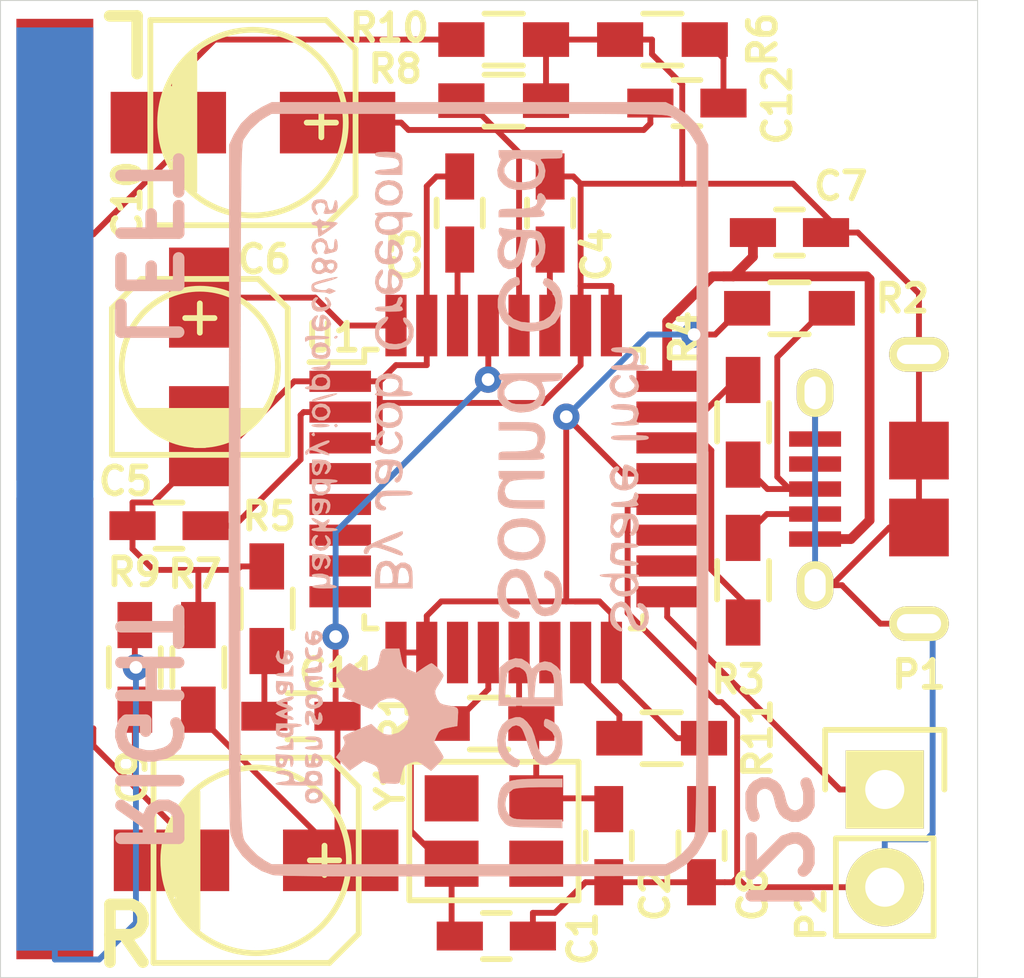
<source format=kicad_pcb>
(kicad_pcb (version 20171130) (host pcbnew "(5.1.12)-1")

  (general
    (thickness 1.6)
    (drawings 9)
    (tracks 240)
    (zones 0)
    (modules 31)
    (nets 32)
  )

  (page A4)
  (layers
    (0 F.Cu signal)
    (31 B.Cu signal)
    (32 B.Adhes user hide)
    (33 F.Adhes user hide)
    (34 B.Paste user hide)
    (35 F.Paste user hide)
    (36 B.SilkS user hide)
    (37 F.SilkS user hide)
    (38 B.Mask user hide)
    (39 F.Mask user hide)
    (40 Dwgs.User user hide)
    (41 Cmts.User user hide)
    (42 Eco1.User user hide)
    (43 Eco2.User user hide)
    (44 Edge.Cuts user)
    (45 Margin user hide)
    (46 B.CrtYd user hide)
    (47 F.CrtYd user hide)
    (48 B.Fab user hide)
    (49 F.Fab user hide)
  )

  (setup
    (last_trace_width 0.1524)
    (trace_clearance 0.1524)
    (zone_clearance 0.254)
    (zone_45_only no)
    (trace_min 0.1524)
    (via_size 0.6858)
    (via_drill 0.3302)
    (via_min_size 0.635)
    (via_min_drill 0.3302)
    (uvia_size 0.3)
    (uvia_drill 0.1)
    (uvias_allowed no)
    (uvia_min_size 0.2)
    (uvia_min_drill 0.1)
    (edge_width 0.15)
    (segment_width 0.2)
    (pcb_text_width 0.3)
    (pcb_text_size 1.5 1.5)
    (mod_edge_width 0.15)
    (mod_text_size 1 1)
    (mod_text_width 0.15)
    (pad_size 1.2 0.9)
    (pad_drill 0)
    (pad_to_mask_clearance 0.2)
    (aux_axis_origin 0 0)
    (visible_elements 7FFFFFFF)
    (pcbplotparams
      (layerselection 0x010f0_80000001)
      (usegerberextensions true)
      (usegerberattributes true)
      (usegerberadvancedattributes true)
      (creategerberjobfile true)
      (excludeedgelayer true)
      (linewidth 0.100000)
      (plotframeref false)
      (viasonmask false)
      (mode 1)
      (useauxorigin false)
      (hpglpennumber 1)
      (hpglpenspeed 20)
      (hpglpendiameter 15.000000)
      (psnegative false)
      (psa4output false)
      (plotreference true)
      (plotvalue false)
      (plotinvisibletext false)
      (padsonsilk false)
      (subtractmaskfromsilk true)
      (outputformat 1)
      (mirror false)
      (drillshape 0)
      (scaleselection 1)
      (outputdirectory "gerber/"))
  )

  (net 0 "")
  (net 1 GND)
  (net 2 VDD)
  (net 3 "Net-(C11-Pad2)")
  (net 4 "Net-(C12-Pad2)")
  (net 5 "Net-(P1-Pad4)")
  (net 6 HID0)
  (net 7 SSPND)
  (net 8 HID1)
  (net 9 HID2)
  (net 10 FUNC0)
  (net 11 FUNC1)
  (net 12 FUNC2)
  (net 13 FUNC3)
  (net 14 "Net-(U1-Pad14)")
  (net 15 /XTI)
  (net 16 /XTO)
  (net 17 /VCCR)
  (net 18 /VCCL)
  (net 19 /VCCP)
  (net 20 /VCOM)
  (net 21 /VBUS)
  (net 22 /VOUTR)
  (net 23 /FOUTR)
  (net 24 /VOUTL)
  (net 25 /FOUTL)
  (net 26 /USB_D-)
  (net 27 /USB_D+)
  (net 28 /DOUT)
  (net 29 /D-)
  (net 30 /D+)
  (net 31 /DT)

  (net_class Default "This is the default net class."
    (clearance 0.1524)
    (trace_width 0.1524)
    (via_dia 0.6858)
    (via_drill 0.3302)
    (uvia_dia 0.3)
    (uvia_drill 0.1)
    (add_net /D+)
    (add_net /D-)
    (add_net /DOUT)
    (add_net /DT)
    (add_net /FOUTL)
    (add_net /FOUTR)
    (add_net /USB_D+)
    (add_net /USB_D-)
    (add_net /VCCL)
    (add_net /VCCP)
    (add_net /VCCR)
    (add_net /VCOM)
    (add_net /VOUTL)
    (add_net /VOUTR)
    (add_net /XTI)
    (add_net /XTO)
    (add_net FUNC0)
    (add_net FUNC1)
    (add_net FUNC2)
    (add_net FUNC3)
    (add_net GND)
    (add_net HID0)
    (add_net HID1)
    (add_net HID2)
    (add_net "Net-(C11-Pad2)")
    (add_net "Net-(C12-Pad2)")
    (add_net "Net-(P1-Pad4)")
    (add_net "Net-(U1-Pad14)")
    (add_net SSPND)
    (add_net VDD)
  )

  (net_class Power ""
    (clearance 0.254)
    (trace_width 0.254)
    (via_dia 0.6858)
    (via_drill 0.3302)
    (uvia_dia 0.3)
    (uvia_drill 0.1)
    (add_net /VBUS)
  )

  (module Capacitors_SMD:C_0603_HandSoldering (layer F.Cu) (tedit 56582FFE) (tstamp 56529C27)
    (at 114.49 100.52)
    (descr "Capacitor SMD 0603, hand soldering")
    (tags "capacitor 0603")
    (path /5651FB0A)
    (attr smd)
    (fp_text reference C1 (at 2.2479 0.0635 90) (layer F.SilkS)
      (effects (font (size 0.7 0.7) (thickness 0.15)))
    )
    (fp_text value 18pF (at 0 1.9) (layer F.Fab)
      (effects (font (size 1 1) (thickness 0.15)))
    )
    (fp_line (start 0.35 0.6) (end -0.35 0.6) (layer F.SilkS) (width 0.15))
    (fp_line (start -0.35 -0.6) (end 0.35 -0.6) (layer F.SilkS) (width 0.15))
    (fp_line (start 1.85 -0.75) (end 1.85 0.75) (layer F.CrtYd) (width 0.05))
    (fp_line (start -1.85 -0.75) (end -1.85 0.75) (layer F.CrtYd) (width 0.05))
    (fp_line (start -1.85 0.75) (end 1.85 0.75) (layer F.CrtYd) (width 0.05))
    (fp_line (start -1.85 -0.75) (end 1.85 -0.75) (layer F.CrtYd) (width 0.05))
    (pad 1 smd rect (at -0.95 0) (size 1.2 0.75) (layers F.Cu F.Paste F.Mask)
      (net 15 /XTI))
    (pad 2 smd rect (at 0.95 0) (size 1.2 0.75) (layers F.Cu F.Paste F.Mask)
      (net 1 GND))
    (model Capacitors_SMD.3dshapes/C_0603_HandSoldering.wrl
      (at (xyz 0 0 0))
      (scale (xyz 1 1 1))
      (rotate (xyz 0 0 0))
    )
  )

  (module Capacitors_SMD:C_0603_HandSoldering (layer F.Cu) (tedit 5658300E) (tstamp 56529C2D)
    (at 117.412 98.171 270)
    (descr "Capacitor SMD 0603, hand soldering")
    (tags "capacitor 0603")
    (path /5651FBB5)
    (attr smd)
    (fp_text reference C2 (at 1.27 -1.2065 270) (layer F.SilkS)
      (effects (font (size 0.7 0.7) (thickness 0.15)))
    )
    (fp_text value 18pF (at 0 1.9 270) (layer F.Fab)
      (effects (font (size 1 1) (thickness 0.15)))
    )
    (fp_line (start 0.35 0.6) (end -0.35 0.6) (layer F.SilkS) (width 0.15))
    (fp_line (start -0.35 -0.6) (end 0.35 -0.6) (layer F.SilkS) (width 0.15))
    (fp_line (start 1.85 -0.75) (end 1.85 0.75) (layer F.CrtYd) (width 0.05))
    (fp_line (start -1.85 -0.75) (end -1.85 0.75) (layer F.CrtYd) (width 0.05))
    (fp_line (start -1.85 0.75) (end 1.85 0.75) (layer F.CrtYd) (width 0.05))
    (fp_line (start -1.85 -0.75) (end 1.85 -0.75) (layer F.CrtYd) (width 0.05))
    (pad 1 smd rect (at -0.95 0 270) (size 1.2 0.75) (layers F.Cu F.Paste F.Mask)
      (net 16 /XTO))
    (pad 2 smd rect (at 0.95 0 270) (size 1.2 0.75) (layers F.Cu F.Paste F.Mask)
      (net 1 GND))
    (model Capacitors_SMD.3dshapes/C_0603_HandSoldering.wrl
      (at (xyz 0 0 0))
      (scale (xyz 1 1 1))
      (rotate (xyz 0 0 0))
    )
  )

  (module Capacitors_SMD:C_0603_HandSoldering (layer F.Cu) (tedit 56594444) (tstamp 56529C33)
    (at 113.538 81.7245 90)
    (descr "Capacitor SMD 0603, hand soldering")
    (tags "capacitor 0603")
    (path /5651E786)
    (attr smd)
    (fp_text reference C3 (at -1.077 -1.397 90) (layer F.SilkS)
      (effects (font (size 0.7 0.7) (thickness 0.15)))
    )
    (fp_text value 1uF (at 0.0635 0 90) (layer F.Fab)
      (effects (font (size 1 1) (thickness 0.15)))
    )
    (fp_line (start 0.35 0.6) (end -0.35 0.6) (layer F.SilkS) (width 0.15))
    (fp_line (start -0.35 -0.6) (end 0.35 -0.6) (layer F.SilkS) (width 0.15))
    (fp_line (start 1.85 -0.75) (end 1.85 0.75) (layer F.CrtYd) (width 0.05))
    (fp_line (start -1.85 -0.75) (end -1.85 0.75) (layer F.CrtYd) (width 0.05))
    (fp_line (start -1.85 0.75) (end 1.85 0.75) (layer F.CrtYd) (width 0.05))
    (fp_line (start -1.85 -0.75) (end 1.85 -0.75) (layer F.CrtYd) (width 0.05))
    (pad 1 smd rect (at -0.95 0 90) (size 1.2 0.75) (layers F.Cu F.Paste F.Mask)
      (net 17 /VCCR))
    (pad 2 smd rect (at 0.95 0 90) (size 1.2 0.75) (layers F.Cu F.Paste F.Mask)
      (net 1 GND))
    (model Capacitors_SMD.3dshapes/C_0603_HandSoldering.wrl
      (at (xyz 0 0 0))
      (scale (xyz 1 1 1))
      (rotate (xyz 0 0 0))
    )
  )

  (module Capacitors_SMD:C_0603_HandSoldering (layer F.Cu) (tedit 5659444B) (tstamp 56529C39)
    (at 115.888 81.7245 90)
    (descr "Capacitor SMD 0603, hand soldering")
    (tags "capacitor 0603")
    (path /5651E7D5)
    (attr smd)
    (fp_text reference C4 (at -1.0795 1.2065 90) (layer F.SilkS)
      (effects (font (size 0.7 0.7) (thickness 0.15)))
    )
    (fp_text value 1uF (at -0.0635 -0.0635 90) (layer F.Fab)
      (effects (font (size 1 1) (thickness 0.15)))
    )
    (fp_line (start 0.35 0.6) (end -0.35 0.6) (layer F.SilkS) (width 0.15))
    (fp_line (start -0.35 -0.6) (end 0.35 -0.6) (layer F.SilkS) (width 0.15))
    (fp_line (start 1.85 -0.75) (end 1.85 0.75) (layer F.CrtYd) (width 0.05))
    (fp_line (start -1.85 -0.75) (end -1.85 0.75) (layer F.CrtYd) (width 0.05))
    (fp_line (start -1.85 0.75) (end 1.85 0.75) (layer F.CrtYd) (width 0.05))
    (fp_line (start -1.85 -0.75) (end 1.85 -0.75) (layer F.CrtYd) (width 0.05))
    (pad 1 smd rect (at -0.95 0 90) (size 1.2 0.75) (layers F.Cu F.Paste F.Mask)
      (net 18 /VCCL))
    (pad 2 smd rect (at 0.95 0 90) (size 1.2 0.75) (layers F.Cu F.Paste F.Mask)
      (net 1 GND))
    (model Capacitors_SMD.3dshapes/C_0603_HandSoldering.wrl
      (at (xyz 0 0 0))
      (scale (xyz 1 1 1))
      (rotate (xyz 0 0 0))
    )
  )

  (module Capacitors_SMD:C_0603_HandSoldering (layer F.Cu) (tedit 56582FB5) (tstamp 56529C3F)
    (at 105.982 89.8525)
    (descr "Capacitor SMD 0603, hand soldering")
    (tags "capacitor 0603")
    (path /5651E71F)
    (attr smd)
    (fp_text reference C5 (at -1.1303 -1.1557) (layer F.SilkS)
      (effects (font (size 0.7 0.7) (thickness 0.15)))
    )
    (fp_text value 1uF (at 2.0295 1.143) (layer F.Fab)
      (effects (font (size 1 1) (thickness 0.15)))
    )
    (fp_line (start 0.35 0.6) (end -0.35 0.6) (layer F.SilkS) (width 0.15))
    (fp_line (start -0.35 -0.6) (end 0.35 -0.6) (layer F.SilkS) (width 0.15))
    (fp_line (start 1.85 -0.75) (end 1.85 0.75) (layer F.CrtYd) (width 0.05))
    (fp_line (start -1.85 -0.75) (end -1.85 0.75) (layer F.CrtYd) (width 0.05))
    (fp_line (start -1.85 0.75) (end 1.85 0.75) (layer F.CrtYd) (width 0.05))
    (fp_line (start -1.85 -0.75) (end 1.85 -0.75) (layer F.CrtYd) (width 0.05))
    (pad 1 smd rect (at -0.95 0) (size 1.2 0.75) (layers F.Cu F.Paste F.Mask)
      (net 1 GND))
    (pad 2 smd rect (at 0.95 0) (size 1.2 0.75) (layers F.Cu F.Paste F.Mask)
      (net 19 /VCCP))
    (model Capacitors_SMD.3dshapes/C_0603_HandSoldering.wrl
      (at (xyz 0 0 0))
      (scale (xyz 1 1 1))
      (rotate (xyz 0 0 0))
    )
  )

  (module Capacitors_SMD:c_elec_4x5.3 (layer F.Cu) (tedit 565944EF) (tstamp 56529C45)
    (at 106.782 85.725 90)
    (descr "SMT capacitor, aluminium electrolytic, 4x5.3")
    (path /5651E968)
    (attr smd)
    (fp_text reference C6 (at 2.794 1.6764 180) (layer F.SilkS)
      (effects (font (size 0.7 0.7) (thickness 0.15)))
    )
    (fp_text value 10uF (at 0.10414 1.9685 90) (layer F.Fab)
      (effects (font (size 1 1) (thickness 0.15)))
    )
    (fp_circle (center 0 0) (end -2.032 0) (layer F.SilkS) (width 0.15))
    (fp_line (start -2.286 -2.286) (end -2.286 2.286) (layer F.SilkS) (width 0.15))
    (fp_line (start -1.143 -1.651) (end -1.143 1.651) (layer F.SilkS) (width 0.15))
    (fp_line (start -1.27 -1.524) (end -1.27 1.524) (layer F.SilkS) (width 0.15))
    (fp_line (start -1.397 1.397) (end -1.397 -1.397) (layer F.SilkS) (width 0.15))
    (fp_line (start -1.524 -1.27) (end -1.524 1.27) (layer F.SilkS) (width 0.15))
    (fp_line (start -1.651 1.143) (end -1.651 -1.143) (layer F.SilkS) (width 0.15))
    (fp_line (start -1.778 0.889) (end -1.778 -0.889) (layer F.SilkS) (width 0.15))
    (fp_line (start -1.905 -0.635) (end -1.905 0.635) (layer F.SilkS) (width 0.15))
    (fp_line (start -2.032 0.127) (end -2.032 -0.127) (layer F.SilkS) (width 0.15))
    (fp_line (start 1.524 -2.286) (end 2.286 -1.524) (layer F.SilkS) (width 0.15))
    (fp_line (start 1.524 -2.286) (end -2.286 -2.286) (layer F.SilkS) (width 0.15))
    (fp_line (start 1.524 2.286) (end 2.286 1.524) (layer F.SilkS) (width 0.15))
    (fp_line (start 2.286 -1.524) (end 2.286 1.524) (layer F.SilkS) (width 0.15))
    (fp_line (start 1.524 2.286) (end -2.286 2.286) (layer F.SilkS) (width 0.15))
    (fp_line (start 1.27 -0.381) (end 1.27 0.381) (layer F.SilkS) (width 0.15))
    (fp_line (start 1.651 0) (end 0.889 0) (layer F.SilkS) (width 0.15))
    (fp_line (start -3.35 2.65) (end -3.35 -2.65) (layer F.CrtYd) (width 0.05))
    (fp_line (start 3.35 2.65) (end -3.35 2.65) (layer F.CrtYd) (width 0.05))
    (fp_line (start 3.35 -2.65) (end 3.35 2.65) (layer F.CrtYd) (width 0.05))
    (fp_line (start -3.35 -2.65) (end 3.35 -2.65) (layer F.CrtYd) (width 0.05))
    (pad 1 smd rect (at 1.80086 0 90) (size 2.60096 1.6002) (layers F.Cu F.Paste F.Mask)
      (net 20 /VCOM))
    (pad 2 smd rect (at -1.80086 0 90) (size 2.60096 1.6002) (layers F.Cu F.Paste F.Mask)
      (net 1 GND))
    (model Capacitors_SMD.3dshapes/c_elec_4x5.3.wrl
      (at (xyz 0 0 0))
      (scale (xyz 1 1 1))
      (rotate (xyz 0 0 0))
    )
  )

  (module Capacitors_SMD:C_0603_HandSoldering (layer F.Cu) (tedit 565944B1) (tstamp 56529C4B)
    (at 122.11 82.2325 180)
    (descr "Capacitor SMD 0603, hand soldering")
    (tags "capacitor 0603")
    (path /5651E651)
    (attr smd)
    (fp_text reference C7 (at -1.3335 1.2065 180) (layer F.SilkS)
      (effects (font (size 0.7 0.7) (thickness 0.15)))
    )
    (fp_text value 1uF (at -0.0635 0.0635 180) (layer F.Fab)
      (effects (font (size 1 1) (thickness 0.15)))
    )
    (fp_line (start 0.35 0.6) (end -0.35 0.6) (layer F.SilkS) (width 0.15))
    (fp_line (start -0.35 -0.6) (end 0.35 -0.6) (layer F.SilkS) (width 0.15))
    (fp_line (start 1.85 -0.75) (end 1.85 0.75) (layer F.CrtYd) (width 0.05))
    (fp_line (start -1.85 -0.75) (end -1.85 0.75) (layer F.CrtYd) (width 0.05))
    (fp_line (start -1.85 0.75) (end 1.85 0.75) (layer F.CrtYd) (width 0.05))
    (fp_line (start -1.85 -0.75) (end 1.85 -0.75) (layer F.CrtYd) (width 0.05))
    (pad 1 smd rect (at -0.95 0 180) (size 1.2 0.75) (layers F.Cu F.Paste F.Mask)
      (net 1 GND))
    (pad 2 smd rect (at 0.95 0 180) (size 1.2 0.75) (layers F.Cu F.Paste F.Mask)
      (net 21 /VBUS))
    (model Capacitors_SMD.3dshapes/C_0603_HandSoldering.wrl
      (at (xyz 0 0 0))
      (scale (xyz 1 1 1))
      (rotate (xyz 0 0 0))
    )
  )

  (module Capacitors_SMD:C_0603_HandSoldering (layer F.Cu) (tedit 5659448F) (tstamp 56529C51)
    (at 119.824 98.171 270)
    (descr "Capacitor SMD 0603, hand soldering")
    (tags "capacitor 0603")
    (path /5651E6C6)
    (attr smd)
    (fp_text reference C8 (at 1.27 -1.3335 270) (layer F.SilkS)
      (effects (font (size 0.7 0.7) (thickness 0.15)))
    )
    (fp_text value 1uF (at 0 1.9 270) (layer F.Fab)
      (effects (font (size 1 1) (thickness 0.15)))
    )
    (fp_line (start 0.35 0.6) (end -0.35 0.6) (layer F.SilkS) (width 0.15))
    (fp_line (start -0.35 -0.6) (end 0.35 -0.6) (layer F.SilkS) (width 0.15))
    (fp_line (start 1.85 -0.75) (end 1.85 0.75) (layer F.CrtYd) (width 0.05))
    (fp_line (start -1.85 -0.75) (end -1.85 0.75) (layer F.CrtYd) (width 0.05))
    (fp_line (start -1.85 0.75) (end 1.85 0.75) (layer F.CrtYd) (width 0.05))
    (fp_line (start -1.85 -0.75) (end 1.85 -0.75) (layer F.CrtYd) (width 0.05))
    (pad 1 smd rect (at -0.95 0 270) (size 1.2 0.75) (layers F.Cu F.Paste F.Mask)
      (net 2 VDD))
    (pad 2 smd rect (at 0.95 0 270) (size 1.2 0.75) (layers F.Cu F.Paste F.Mask)
      (net 1 GND))
    (model Capacitors_SMD.3dshapes/C_0603_HandSoldering.wrl
      (at (xyz 0 0 0))
      (scale (xyz 1 1 1))
      (rotate (xyz 0 0 0))
    )
  )

  (module Capacitors_SMD:c_elec_5x5.3 (layer F.Cu) (tedit 56594422) (tstamp 56529C57)
    (at 108.245 98.552)
    (descr "SMT capacitor, aluminium electrolytic, 5x5.3")
    (path /5651E83E)
    (attr smd)
    (fp_text reference C9 (at -3.21564 -2.159 90) (layer F.SilkS)
      (effects (font (size 0.7 0.7) (thickness 0.15)))
    )
    (fp_text value 100uF (at 0 3.81) (layer F.Fab)
      (effects (font (size 1 1) (thickness 0.15)))
    )
    (fp_circle (center 0 0) (end -2.413 0) (layer F.SilkS) (width 0.15))
    (fp_line (start 1.778 -0.381) (end 1.778 0.381) (layer F.SilkS) (width 0.15))
    (fp_line (start 2.159 0) (end 1.397 0) (layer F.SilkS) (width 0.15))
    (fp_line (start -2.667 2.667) (end -2.667 -2.667) (layer F.SilkS) (width 0.15))
    (fp_line (start 1.905 2.667) (end -2.667 2.667) (layer F.SilkS) (width 0.15))
    (fp_line (start 2.667 1.905) (end 1.905 2.667) (layer F.SilkS) (width 0.15))
    (fp_line (start 2.667 -1.905) (end 2.667 1.905) (layer F.SilkS) (width 0.15))
    (fp_line (start 1.905 -2.667) (end 2.667 -1.905) (layer F.SilkS) (width 0.15))
    (fp_line (start -2.667 -2.667) (end 1.905 -2.667) (layer F.SilkS) (width 0.15))
    (fp_line (start -1.524 -1.778) (end -1.524 1.778) (layer F.SilkS) (width 0.15))
    (fp_line (start -1.651 1.651) (end -1.651 -1.651) (layer F.SilkS) (width 0.15))
    (fp_line (start -1.778 -1.524) (end -1.778 1.524) (layer F.SilkS) (width 0.15))
    (fp_line (start -1.905 1.397) (end -1.905 -1.397) (layer F.SilkS) (width 0.15))
    (fp_line (start -2.032 -1.27) (end -2.032 1.27) (layer F.SilkS) (width 0.15))
    (fp_line (start -2.159 -0.889) (end -2.159 0.889) (layer F.SilkS) (width 0.15))
    (fp_line (start -2.286 -0.635) (end -2.286 0.762) (layer F.SilkS) (width 0.15))
    (fp_line (start -3.95 3) (end -3.95 -3) (layer F.CrtYd) (width 0.05))
    (fp_line (start 3.95 3) (end -3.95 3) (layer F.CrtYd) (width 0.05))
    (fp_line (start 3.95 -3) (end 3.95 3) (layer F.CrtYd) (width 0.05))
    (fp_line (start -3.95 -3) (end 3.95 -3) (layer F.CrtYd) (width 0.05))
    (pad 1 smd rect (at 2.19964 0) (size 2.99974 1.6002) (layers F.Cu F.Paste F.Mask)
      (net 22 /VOUTR))
    (pad 2 smd rect (at -2.19964 0) (size 2.99974 1.6002) (layers F.Cu F.Paste F.Mask)
      (net 23 /FOUTR))
    (model Capacitors_SMD.3dshapes/c_elec_5x5.3.wrl
      (at (xyz 0 0 0))
      (scale (xyz 1 1 1))
      (rotate (xyz 0 0 0))
    )
  )

  (module Capacitors_SMD:c_elec_5x5.3 (layer F.Cu) (tedit 56594439) (tstamp 56529C5D)
    (at 108.163 79.375)
    (descr "SMT capacitor, aluminium electrolytic, 5x5.3")
    (path /5651E909)
    (attr smd)
    (fp_text reference C10 (at -3.26136 2.032 90) (layer F.SilkS)
      (effects (font (size 0.7 0.7) (thickness 0.15)))
    )
    (fp_text value 100uF (at 0.92964 2.9845) (layer F.Fab)
      (effects (font (size 1 1) (thickness 0.15)))
    )
    (fp_circle (center 0 0) (end -2.413 0) (layer F.SilkS) (width 0.15))
    (fp_line (start 1.778 -0.381) (end 1.778 0.381) (layer F.SilkS) (width 0.15))
    (fp_line (start 2.159 0) (end 1.397 0) (layer F.SilkS) (width 0.15))
    (fp_line (start -2.667 2.667) (end -2.667 -2.667) (layer F.SilkS) (width 0.15))
    (fp_line (start 1.905 2.667) (end -2.667 2.667) (layer F.SilkS) (width 0.15))
    (fp_line (start 2.667 1.905) (end 1.905 2.667) (layer F.SilkS) (width 0.15))
    (fp_line (start 2.667 -1.905) (end 2.667 1.905) (layer F.SilkS) (width 0.15))
    (fp_line (start 1.905 -2.667) (end 2.667 -1.905) (layer F.SilkS) (width 0.15))
    (fp_line (start -2.667 -2.667) (end 1.905 -2.667) (layer F.SilkS) (width 0.15))
    (fp_line (start -1.524 -1.778) (end -1.524 1.778) (layer F.SilkS) (width 0.15))
    (fp_line (start -1.651 1.651) (end -1.651 -1.651) (layer F.SilkS) (width 0.15))
    (fp_line (start -1.778 -1.524) (end -1.778 1.524) (layer F.SilkS) (width 0.15))
    (fp_line (start -1.905 1.397) (end -1.905 -1.397) (layer F.SilkS) (width 0.15))
    (fp_line (start -2.032 -1.27) (end -2.032 1.27) (layer F.SilkS) (width 0.15))
    (fp_line (start -2.159 -0.889) (end -2.159 0.889) (layer F.SilkS) (width 0.15))
    (fp_line (start -2.286 -0.635) (end -2.286 0.762) (layer F.SilkS) (width 0.15))
    (fp_line (start -3.95 3) (end -3.95 -3) (layer F.CrtYd) (width 0.05))
    (fp_line (start 3.95 3) (end -3.95 3) (layer F.CrtYd) (width 0.05))
    (fp_line (start 3.95 -3) (end 3.95 3) (layer F.CrtYd) (width 0.05))
    (fp_line (start -3.95 -3) (end 3.95 -3) (layer F.CrtYd) (width 0.05))
    (pad 1 smd rect (at 2.19964 0) (size 2.99974 1.6002) (layers F.Cu F.Paste F.Mask)
      (net 24 /VOUTL))
    (pad 2 smd rect (at -2.19964 0) (size 2.99974 1.6002) (layers F.Cu F.Paste F.Mask)
      (net 25 /FOUTL))
    (model Capacitors_SMD.3dshapes/c_elec_5x5.3.wrl
      (at (xyz 0 0 0))
      (scale (xyz 1 1 1))
      (rotate (xyz 0 0 0))
    )
  )

  (module Capacitors_SMD:C_0603_HandSoldering (layer F.Cu) (tedit 56582F7C) (tstamp 56529C63)
    (at 109.41 94.8055 180)
    (descr "Capacitor SMD 0603, hand soldering")
    (tags "capacitor 0603")
    (path /5651E5A9)
    (attr smd)
    (fp_text reference C11 (at -0.9779 1.1303 180) (layer F.SilkS)
      (effects (font (size 0.7 0.7) (thickness 0.15)))
    )
    (fp_text value 0.022uF (at 0 1.9 180) (layer F.Fab)
      (effects (font (size 1 1) (thickness 0.15)))
    )
    (fp_line (start 0.35 0.6) (end -0.35 0.6) (layer F.SilkS) (width 0.15))
    (fp_line (start -0.35 -0.6) (end 0.35 -0.6) (layer F.SilkS) (width 0.15))
    (fp_line (start 1.85 -0.75) (end 1.85 0.75) (layer F.CrtYd) (width 0.05))
    (fp_line (start -1.85 -0.75) (end -1.85 0.75) (layer F.CrtYd) (width 0.05))
    (fp_line (start -1.85 0.75) (end 1.85 0.75) (layer F.CrtYd) (width 0.05))
    (fp_line (start -1.85 -0.75) (end 1.85 -0.75) (layer F.CrtYd) (width 0.05))
    (pad 1 smd rect (at -0.95 0 180) (size 1.2 0.75) (layers F.Cu F.Paste F.Mask)
      (net 22 /VOUTR))
    (pad 2 smd rect (at 0.95 0 180) (size 1.2 0.75) (layers F.Cu F.Paste F.Mask)
      (net 3 "Net-(C11-Pad2)"))
    (model Capacitors_SMD.3dshapes/C_0603_HandSoldering.wrl
      (at (xyz 0 0 0))
      (scale (xyz 1 1 1))
      (rotate (xyz 0 0 0))
    )
  )

  (module Capacitors_SMD:C_0603_HandSoldering (layer F.Cu) (tedit 565944C6) (tstamp 56529C69)
    (at 119.444 78.867)
    (descr "Capacitor SMD 0603, hand soldering")
    (tags "capacitor 0603")
    (path /5651E608)
    (attr smd)
    (fp_text reference C12 (at 2.3495 0.0508 90) (layer F.SilkS)
      (effects (font (size 0.7 0.7) (thickness 0.15)))
    )
    (fp_text value 0.022uF (at 0.0635 0) (layer F.Fab)
      (effects (font (size 1 1) (thickness 0.15)))
    )
    (fp_line (start 0.35 0.6) (end -0.35 0.6) (layer F.SilkS) (width 0.15))
    (fp_line (start -0.35 -0.6) (end 0.35 -0.6) (layer F.SilkS) (width 0.15))
    (fp_line (start 1.85 -0.75) (end 1.85 0.75) (layer F.CrtYd) (width 0.05))
    (fp_line (start -1.85 -0.75) (end -1.85 0.75) (layer F.CrtYd) (width 0.05))
    (fp_line (start -1.85 0.75) (end 1.85 0.75) (layer F.CrtYd) (width 0.05))
    (fp_line (start -1.85 -0.75) (end 1.85 -0.75) (layer F.CrtYd) (width 0.05))
    (pad 1 smd rect (at -0.95 0) (size 1.2 0.75) (layers F.Cu F.Paste F.Mask)
      (net 24 /VOUTL))
    (pad 2 smd rect (at 0.95 0) (size 1.2 0.75) (layers F.Cu F.Paste F.Mask)
      (net 4 "Net-(C12-Pad2)"))
    (model Capacitors_SMD.3dshapes/C_0603_HandSoldering.wrl
      (at (xyz 0 0 0))
      (scale (xyz 1 1 1))
      (rotate (xyz 0 0 0))
    )
  )

  (module Personal:CONN_USB_MICRO_B_FCI_10118194 (layer F.Cu) (tedit 56594499) (tstamp 56529C78)
    (at 125.476 88.9 90)
    (path /56520251)
    (fp_text reference P1 (at -4.826 0 180) (layer F.SilkS)
      (effects (font (size 0.7 0.7) (thickness 0.15)))
    )
    (fp_text value USB_MICRO_B (at 0 4 90) (layer F.Fab)
      (effects (font (size 1 1) (thickness 0.15)))
    )
    (fp_line (start -3.5 -2.7) (end 3.5 -2.7) (layer F.Fab) (width 0.15))
    (fp_line (start 3.5 -2.7) (end 3.5 2.15) (layer F.Fab) (width 0.15))
    (fp_line (start -3.5 -2.7) (end -3.5 2.15) (layer F.Fab) (width 0.15))
    (fp_line (start -3.5 2.15) (end 3.5 2.15) (layer F.Fab) (width 0.15))
    (fp_line (start 4.02 2.68) (end -4.02 2.68) (layer F.Fab) (width 0.15))
    (fp_line (start 3.5 2.15) (end 4.02 2.68) (layer F.Fab) (width 0.15))
    (fp_line (start -4.02 2.68) (end -3.5 2.15) (layer F.Fab) (width 0.15))
    (fp_line (start -3.5 1.45) (end 3.5 1.45) (layer F.Fab) (width 0.15))
    (pad 6 smd rect (at 1 0 90) (size 1.5 1.55) (layers F.Cu F.Paste F.Mask)
      (net 1 GND))
    (pad 6 smd rect (at -1 0 90) (size 1.5 1.55) (layers F.Cu F.Paste F.Mask)
      (net 1 GND))
    (pad 6 thru_hole oval (at 3.5 0 90) (size 0.9 1.55) (drill oval 0.5 1.15) (layers *.Cu *.Mask F.SilkS)
      (net 1 GND))
    (pad 6 thru_hole oval (at -3.5 0 90) (size 0.9 1.55) (drill oval 0.5 1.15) (layers *.Cu *.Mask F.SilkS)
      (net 1 GND))
    (pad 6 thru_hole oval (at -2.5 -2.7 90) (size 1.25 0.95) (drill oval 0.85 0.55) (layers *.Cu *.Mask F.SilkS)
      (net 1 GND))
    (pad 6 thru_hole oval (at 2.5 -2.7 90) (size 1.25 0.95) (drill oval 0.85 0.55) (layers *.Cu *.Mask F.SilkS)
      (net 1 GND))
    (pad 1 smd rect (at -1.3 -2.7 90) (size 0.4 1.35) (layers F.Cu F.Paste F.Mask)
      (net 21 /VBUS))
    (pad 2 smd rect (at -0.65 -2.7 90) (size 0.4 1.35) (layers F.Cu F.Paste F.Mask)
      (net 26 /USB_D-))
    (pad 3 smd rect (at 0 -2.7 90) (size 0.4 1.35) (layers F.Cu F.Paste F.Mask)
      (net 27 /USB_D+))
    (pad 4 smd rect (at 0.65 -2.7 90) (size 0.4 1.35) (layers F.Cu F.Paste F.Mask)
      (net 5 "Net-(P1-Pad4)"))
    (pad 5 smd rect (at 1.3 -2.7 90) (size 0.4 1.35) (layers F.Cu F.Paste F.Mask)
      (net 1 GND))
  )

  (module Personal:PAD_12.00x2.00mm (layer F.Cu) (tedit 5652AF24) (tstamp 56529C83)
    (at 104.013 95.123 90)
    (path /5652AFFE)
    (fp_text reference P3 (at 0 -3.25 90) (layer F.SilkS) hide
      (effects (font (size 1 1) (thickness 0.15)))
    )
    (fp_text value RIGHT (at -3.175 -3.175 90) (layer F.Fab)
      (effects (font (size 1 1) (thickness 0.15)))
    )
    (pad 1 smd rect (at 0 0 90) (size 12 2) (drill oval (offset 0 -1)) (layers F.Cu F.Paste F.Mask)
      (net 23 /FOUTR))
  )

  (module Personal:PAD_12.00x2.00mm (layer F.Cu) (tedit 5652AF29) (tstamp 56529C88)
    (at 104.013 82.677 90)
    (path /5652B09F)
    (fp_text reference P4 (at 0 -3.25 90) (layer F.SilkS) hide
      (effects (font (size 1 1) (thickness 0.15)))
    )
    (fp_text value LEFT (at 2.54 -3.1115 90) (layer F.Fab)
      (effects (font (size 1 1) (thickness 0.15)))
    )
    (pad 1 smd rect (at 0 0 90) (size 12 2) (drill oval (offset 0 -1)) (layers F.Cu F.Paste F.Mask)
      (net 25 /FOUTL))
  )

  (module Personal:PAD_24.00x2.00mm (layer B.Cu) (tedit 5652AF1E) (tstamp 56529C8D)
    (at 104.013 88.9 270)
    (path /5652B442)
    (fp_text reference P5 (at 0 3.25 270) (layer B.SilkS) hide
      (effects (font (size 1 1) (thickness 0.15)) (justify mirror))
    )
    (fp_text value GND (at 0 -2.25 270) (layer B.Fab)
      (effects (font (size 1 1) (thickness 0.15)) (justify mirror))
    )
    (pad 1 smd rect (at 0 0 270) (size 24 2) (drill oval (offset 0 1)) (layers B.Cu B.Paste B.Mask)
      (net 1 GND))
  )

  (module Resistors_SMD:R_0603_HandSoldering (layer F.Cu) (tedit 56582F91) (tstamp 56529C93)
    (at 114.3 94.996 180)
    (descr "Resistor SMD 0603, hand soldering")
    (tags "resistor 0603")
    (path /5651DCF8)
    (attr smd)
    (fp_text reference R1 (at 2.4384 0.127 270) (layer F.SilkS)
      (effects (font (size 0.7 0.7) (thickness 0.15)))
    )
    (fp_text value 1M (at 0 1.9 180) (layer F.Fab)
      (effects (font (size 1 1) (thickness 0.15)))
    )
    (fp_line (start -0.5 -0.675) (end 0.5 -0.675) (layer F.SilkS) (width 0.15))
    (fp_line (start 0.5 0.675) (end -0.5 0.675) (layer F.SilkS) (width 0.15))
    (fp_line (start 2 -0.8) (end 2 0.8) (layer F.CrtYd) (width 0.05))
    (fp_line (start -2 -0.8) (end -2 0.8) (layer F.CrtYd) (width 0.05))
    (fp_line (start -2 0.8) (end 2 0.8) (layer F.CrtYd) (width 0.05))
    (fp_line (start -2 -0.8) (end 2 -0.8) (layer F.CrtYd) (width 0.05))
    (pad 1 smd rect (at -1.1 0 180) (size 1.2 0.9) (layers F.Cu F.Paste F.Mask)
      (net 16 /XTO))
    (pad 2 smd rect (at 1.1 0 180) (size 1.2 0.9) (layers F.Cu F.Paste F.Mask)
      (net 15 /XTI))
    (model Resistors_SMD.3dshapes/R_0603_HandSoldering.wrl
      (at (xyz 0 0 0))
      (scale (xyz 1 1 1))
      (rotate (xyz 0 0 0))
    )
  )

  (module Resistors_SMD:R_0603_HandSoldering (layer F.Cu) (tedit 565944A5) (tstamp 56529C99)
    (at 122.11 84.201)
    (descr "Resistor SMD 0603, hand soldering")
    (tags "resistor 0603")
    (path /5651DED7)
    (attr smd)
    (fp_text reference R2 (at 2.9337 -0.254) (layer F.SilkS)
      (effects (font (size 0.7 0.7) (thickness 0.15)))
    )
    (fp_text value 1K5 (at 0.6555 1.7145) (layer F.Fab)
      (effects (font (size 1 1) (thickness 0.15)))
    )
    (fp_line (start -0.5 -0.675) (end 0.5 -0.675) (layer F.SilkS) (width 0.15))
    (fp_line (start 0.5 0.675) (end -0.5 0.675) (layer F.SilkS) (width 0.15))
    (fp_line (start 2 -0.8) (end 2 0.8) (layer F.CrtYd) (width 0.05))
    (fp_line (start -2 -0.8) (end -2 0.8) (layer F.CrtYd) (width 0.05))
    (fp_line (start -2 0.8) (end 2 0.8) (layer F.CrtYd) (width 0.05))
    (fp_line (start -2 -0.8) (end 2 -0.8) (layer F.CrtYd) (width 0.05))
    (pad 1 smd rect (at -1.1 0) (size 1.2 0.9) (layers F.Cu F.Paste F.Mask)
      (net 2 VDD))
    (pad 2 smd rect (at 1.1 0) (size 1.2 0.9) (layers F.Cu F.Paste F.Mask)
      (net 27 /USB_D+))
    (model Resistors_SMD.3dshapes/R_0603_HandSoldering.wrl
      (at (xyz 0 0 0))
      (scale (xyz 1 1 1))
      (rotate (xyz 0 0 0))
    )
  )

  (module Resistors_SMD:R_0603_HandSoldering (layer F.Cu) (tedit 56594468) (tstamp 56529C9F)
    (at 120.904 91.27 270)
    (descr "Resistor SMD 0603, hand soldering")
    (tags "resistor 0603")
    (path /5651DE3D)
    (attr smd)
    (fp_text reference R3 (at 2.583 0.127) (layer F.SilkS)
      (effects (font (size 0.7 0.7) (thickness 0.15)))
    )
    (fp_text value 22R (at 0 1.9 270) (layer F.Fab)
      (effects (font (size 1 1) (thickness 0.15)))
    )
    (fp_line (start -0.5 -0.675) (end 0.5 -0.675) (layer F.SilkS) (width 0.15))
    (fp_line (start 0.5 0.675) (end -0.5 0.675) (layer F.SilkS) (width 0.15))
    (fp_line (start 2 -0.8) (end 2 0.8) (layer F.CrtYd) (width 0.05))
    (fp_line (start -2 -0.8) (end -2 0.8) (layer F.CrtYd) (width 0.05))
    (fp_line (start -2 0.8) (end 2 0.8) (layer F.CrtYd) (width 0.05))
    (fp_line (start -2 -0.8) (end 2 -0.8) (layer F.CrtYd) (width 0.05))
    (pad 1 smd rect (at -1.1 0 270) (size 1.2 0.9) (layers F.Cu F.Paste F.Mask)
      (net 26 /USB_D-))
    (pad 2 smd rect (at 1.1 0 270) (size 1.2 0.9) (layers F.Cu F.Paste F.Mask)
      (net 29 /D-))
    (model Resistors_SMD.3dshapes/R_0603_HandSoldering.wrl
      (at (xyz 0 0 0))
      (scale (xyz 1 1 1))
      (rotate (xyz 0 0 0))
    )
  )

  (module Resistors_SMD:R_0603_HandSoldering (layer F.Cu) (tedit 5659445B) (tstamp 56529CA5)
    (at 120.904 87.165 90)
    (descr "Resistor SMD 0603, hand soldering")
    (tags "resistor 0603")
    (path /5651DE98)
    (attr smd)
    (fp_text reference R4 (at 2.202 -1.524 90) (layer F.SilkS)
      (effects (font (size 0.7 0.7) (thickness 0.15)))
    )
    (fp_text value 22R (at 0 1.9 90) (layer F.Fab)
      (effects (font (size 1 1) (thickness 0.15)))
    )
    (fp_line (start -0.5 -0.675) (end 0.5 -0.675) (layer F.SilkS) (width 0.15))
    (fp_line (start 0.5 0.675) (end -0.5 0.675) (layer F.SilkS) (width 0.15))
    (fp_line (start 2 -0.8) (end 2 0.8) (layer F.CrtYd) (width 0.05))
    (fp_line (start -2 -0.8) (end -2 0.8) (layer F.CrtYd) (width 0.05))
    (fp_line (start -2 0.8) (end 2 0.8) (layer F.CrtYd) (width 0.05))
    (fp_line (start -2 -0.8) (end 2 -0.8) (layer F.CrtYd) (width 0.05))
    (pad 1 smd rect (at -1.1 0 90) (size 1.2 0.9) (layers F.Cu F.Paste F.Mask)
      (net 27 /USB_D+))
    (pad 2 smd rect (at 1.1 0 90) (size 1.2 0.9) (layers F.Cu F.Paste F.Mask)
      (net 30 /D+))
    (model Resistors_SMD.3dshapes/R_0603_HandSoldering.wrl
      (at (xyz 0 0 0))
      (scale (xyz 1 1 1))
      (rotate (xyz 0 0 0))
    )
  )

  (module Resistors_SMD:R_0603_HandSoldering (layer F.Cu) (tedit 56582FBE) (tstamp 56529CAB)
    (at 108.522 92.0115 90)
    (descr "Resistor SMD 0603, hand soldering")
    (tags "resistor 0603")
    (path /5651E425)
    (attr smd)
    (fp_text reference R5 (at 2.4003 0.0635 180) (layer F.SilkS)
      (effects (font (size 0.7 0.7) (thickness 0.15)))
    )
    (fp_text value 16R (at 0 1.9 90) (layer F.Fab)
      (effects (font (size 1 1) (thickness 0.15)))
    )
    (fp_line (start -0.5 -0.675) (end 0.5 -0.675) (layer F.SilkS) (width 0.15))
    (fp_line (start 0.5 0.675) (end -0.5 0.675) (layer F.SilkS) (width 0.15))
    (fp_line (start 2 -0.8) (end 2 0.8) (layer F.CrtYd) (width 0.05))
    (fp_line (start -2 -0.8) (end -2 0.8) (layer F.CrtYd) (width 0.05))
    (fp_line (start -2 0.8) (end 2 0.8) (layer F.CrtYd) (width 0.05))
    (fp_line (start -2 -0.8) (end 2 -0.8) (layer F.CrtYd) (width 0.05))
    (pad 1 smd rect (at -1.1 0 90) (size 1.2 0.9) (layers F.Cu F.Paste F.Mask)
      (net 3 "Net-(C11-Pad2)"))
    (pad 2 smd rect (at 1.1 0 90) (size 1.2 0.9) (layers F.Cu F.Paste F.Mask)
      (net 1 GND))
    (model Resistors_SMD.3dshapes/R_0603_HandSoldering.wrl
      (at (xyz 0 0 0))
      (scale (xyz 1 1 1))
      (rotate (xyz 0 0 0))
    )
  )

  (module Resistors_SMD:R_0603_HandSoldering (layer F.Cu) (tedit 565944BD) (tstamp 56529CB1)
    (at 118.808 77.216 180)
    (descr "Resistor SMD 0603, hand soldering")
    (tags "resistor 0603")
    (path /5651E474)
    (attr smd)
    (fp_text reference R6 (at -2.6035 0 270) (layer F.SilkS)
      (effects (font (size 0.7 0.7) (thickness 0.15)))
    )
    (fp_text value 16R (at 0 0 180) (layer F.Fab)
      (effects (font (size 1 1) (thickness 0.15)))
    )
    (fp_line (start -0.5 -0.675) (end 0.5 -0.675) (layer F.SilkS) (width 0.15))
    (fp_line (start 0.5 0.675) (end -0.5 0.675) (layer F.SilkS) (width 0.15))
    (fp_line (start 2 -0.8) (end 2 0.8) (layer F.CrtYd) (width 0.05))
    (fp_line (start -2 -0.8) (end -2 0.8) (layer F.CrtYd) (width 0.05))
    (fp_line (start -2 0.8) (end 2 0.8) (layer F.CrtYd) (width 0.05))
    (fp_line (start -2 -0.8) (end 2 -0.8) (layer F.CrtYd) (width 0.05))
    (pad 1 smd rect (at -1.1 0 180) (size 1.2 0.9) (layers F.Cu F.Paste F.Mask)
      (net 4 "Net-(C12-Pad2)"))
    (pad 2 smd rect (at 1.1 0 180) (size 1.2 0.9) (layers F.Cu F.Paste F.Mask)
      (net 1 GND))
    (model Resistors_SMD.3dshapes/R_0603_HandSoldering.wrl
      (at (xyz 0 0 0))
      (scale (xyz 1 1 1))
      (rotate (xyz 0 0 0))
    )
  )

  (module Resistors_SMD:R_0603_HandSoldering (layer F.Cu) (tedit 56582FA6) (tstamp 56529CB7)
    (at 106.744 93.5355 90)
    (descr "Resistor SMD 0603, hand soldering")
    (tags "resistor 0603")
    (path /5651E4AB)
    (attr smd)
    (fp_text reference R7 (at 2.4257 -0.0889 180) (layer F.SilkS)
      (effects (font (size 0.7 0.7) (thickness 0.15)))
    )
    (fp_text value 3K3 (at 0 1.9 90) (layer F.Fab)
      (effects (font (size 1 1) (thickness 0.15)))
    )
    (fp_line (start -0.5 -0.675) (end 0.5 -0.675) (layer F.SilkS) (width 0.15))
    (fp_line (start 0.5 0.675) (end -0.5 0.675) (layer F.SilkS) (width 0.15))
    (fp_line (start 2 -0.8) (end 2 0.8) (layer F.CrtYd) (width 0.05))
    (fp_line (start -2 -0.8) (end -2 0.8) (layer F.CrtYd) (width 0.05))
    (fp_line (start -2 0.8) (end 2 0.8) (layer F.CrtYd) (width 0.05))
    (fp_line (start -2 -0.8) (end 2 -0.8) (layer F.CrtYd) (width 0.05))
    (pad 1 smd rect (at -1.1 0 90) (size 1.2 0.9) (layers F.Cu F.Paste F.Mask)
      (net 22 /VOUTR))
    (pad 2 smd rect (at 1.1 0 90) (size 1.2 0.9) (layers F.Cu F.Paste F.Mask)
      (net 1 GND))
    (model Resistors_SMD.3dshapes/R_0603_HandSoldering.wrl
      (at (xyz 0 0 0))
      (scale (xyz 1 1 1))
      (rotate (xyz 0 0 0))
    )
  )

  (module Resistors_SMD:R_0603_HandSoldering (layer F.Cu) (tedit 56583051) (tstamp 56529CBD)
    (at 114.681 78.8035)
    (descr "Resistor SMD 0603, hand soldering")
    (tags "resistor 0603")
    (path /5651E4EA)
    (attr smd)
    (fp_text reference R8 (at -2.8194 -0.8255) (layer F.SilkS)
      (effects (font (size 0.7 0.7) (thickness 0.15)))
    )
    (fp_text value 3K3 (at 0 0.0635) (layer F.Fab)
      (effects (font (size 1 1) (thickness 0.15)))
    )
    (fp_line (start -0.5 -0.675) (end 0.5 -0.675) (layer F.SilkS) (width 0.15))
    (fp_line (start 0.5 0.675) (end -0.5 0.675) (layer F.SilkS) (width 0.15))
    (fp_line (start 2 -0.8) (end 2 0.8) (layer F.CrtYd) (width 0.05))
    (fp_line (start -2 -0.8) (end -2 0.8) (layer F.CrtYd) (width 0.05))
    (fp_line (start -2 0.8) (end 2 0.8) (layer F.CrtYd) (width 0.05))
    (fp_line (start -2 -0.8) (end 2 -0.8) (layer F.CrtYd) (width 0.05))
    (pad 1 smd rect (at -1.1 0) (size 1.2 0.9) (layers F.Cu F.Paste F.Mask)
      (net 24 /VOUTL))
    (pad 2 smd rect (at 1.1 0) (size 1.2 0.9) (layers F.Cu F.Paste F.Mask)
      (net 1 GND))
    (model Resistors_SMD.3dshapes/R_0603_HandSoldering.wrl
      (at (xyz 0 0 0))
      (scale (xyz 1 1 1))
      (rotate (xyz 0 0 0))
    )
  )

  (module Resistors_SMD:R_0603_HandSoldering (layer F.Cu) (tedit 56582FCE) (tstamp 56529CC3)
    (at 105.092 93.5355 90)
    (descr "Resistor SMD 0603, hand soldering")
    (tags "resistor 0603")
    (path /5651E527)
    (attr smd)
    (fp_text reference R9 (at 2.4765 -0.0127 180) (layer F.SilkS)
      (effects (font (size 0.7 0.7) (thickness 0.15)))
    )
    (fp_text value 3K3 (at -0.3175 1.651 90) (layer F.Fab)
      (effects (font (size 1 1) (thickness 0.15)))
    )
    (fp_line (start -0.5 -0.675) (end 0.5 -0.675) (layer F.SilkS) (width 0.15))
    (fp_line (start 0.5 0.675) (end -0.5 0.675) (layer F.SilkS) (width 0.15))
    (fp_line (start 2 -0.8) (end 2 0.8) (layer F.CrtYd) (width 0.05))
    (fp_line (start -2 -0.8) (end -2 0.8) (layer F.CrtYd) (width 0.05))
    (fp_line (start -2 0.8) (end 2 0.8) (layer F.CrtYd) (width 0.05))
    (fp_line (start -2 -0.8) (end 2 -0.8) (layer F.CrtYd) (width 0.05))
    (pad 1 smd rect (at -1.1 0 90) (size 1.2 0.9) (layers F.Cu F.Paste F.Mask)
      (net 23 /FOUTR))
    (pad 2 smd rect (at 1.1 0 90) (size 1.2 0.9) (layers F.Cu F.Paste F.Mask)
      (net 1 GND))
    (model Resistors_SMD.3dshapes/R_0603_HandSoldering.wrl
      (at (xyz 0 0 0))
      (scale (xyz 1 1 1))
      (rotate (xyz 0 0 0))
    )
  )

  (module Resistors_SMD:R_0603_HandSoldering (layer F.Cu) (tedit 56583043) (tstamp 56529CC9)
    (at 114.681 77.216)
    (descr "Resistor SMD 0603, hand soldering")
    (tags "resistor 0603")
    (path /5651E568)
    (attr smd)
    (fp_text reference R10 (at -2.9718 -0.3048) (layer F.SilkS)
      (effects (font (size 0.7 0.7) (thickness 0.15)))
    )
    (fp_text value 3K3 (at 0 0) (layer F.Fab)
      (effects (font (size 1 1) (thickness 0.15)))
    )
    (fp_line (start -0.5 -0.675) (end 0.5 -0.675) (layer F.SilkS) (width 0.15))
    (fp_line (start 0.5 0.675) (end -0.5 0.675) (layer F.SilkS) (width 0.15))
    (fp_line (start 2 -0.8) (end 2 0.8) (layer F.CrtYd) (width 0.05))
    (fp_line (start -2 -0.8) (end -2 0.8) (layer F.CrtYd) (width 0.05))
    (fp_line (start -2 0.8) (end 2 0.8) (layer F.CrtYd) (width 0.05))
    (fp_line (start -2 -0.8) (end 2 -0.8) (layer F.CrtYd) (width 0.05))
    (pad 1 smd rect (at -1.1 0) (size 1.2 0.9) (layers F.Cu F.Paste F.Mask)
      (net 25 /FOUTL))
    (pad 2 smd rect (at 1.1 0) (size 1.2 0.9) (layers F.Cu F.Paste F.Mask)
      (net 1 GND))
    (model Resistors_SMD.3dshapes/R_0603_HandSoldering.wrl
      (at (xyz 0 0 0))
      (scale (xyz 1 1 1))
      (rotate (xyz 0 0 0))
    )
  )

  (module Resistors_SMD:R_0603_HandSoldering (layer F.Cu) (tedit 5659446F) (tstamp 56529CCF)
    (at 118.788 95.377)
    (descr "Resistor SMD 0603, hand soldering")
    (tags "resistor 0603")
    (path /5651DDF8)
    (attr smd)
    (fp_text reference R11 (at 2.497 0 90) (layer F.SilkS)
      (effects (font (size 0.7 0.7) (thickness 0.15)))
    )
    (fp_text value 1K5 (at 0 1.9) (layer F.Fab)
      (effects (font (size 1 1) (thickness 0.15)))
    )
    (fp_line (start -0.5 -0.675) (end 0.5 -0.675) (layer F.SilkS) (width 0.15))
    (fp_line (start 0.5 0.675) (end -0.5 0.675) (layer F.SilkS) (width 0.15))
    (fp_line (start 2 -0.8) (end 2 0.8) (layer F.CrtYd) (width 0.05))
    (fp_line (start -2 -0.8) (end -2 0.8) (layer F.CrtYd) (width 0.05))
    (fp_line (start -2 0.8) (end 2 0.8) (layer F.CrtYd) (width 0.05))
    (fp_line (start -2 -0.8) (end 2 -0.8) (layer F.CrtYd) (width 0.05))
    (pad 1 smd rect (at -1.1 0) (size 1.2 0.9) (layers F.Cu F.Paste F.Mask)
      (net 31 /DT))
    (pad 2 smd rect (at 1.1 0) (size 1.2 0.9) (layers F.Cu F.Paste F.Mask)
      (net 2 VDD))
    (model Resistors_SMD.3dshapes/R_0603_HandSoldering.wrl
      (at (xyz 0 0 0))
      (scale (xyz 1 1 1))
      (rotate (xyz 0 0 0))
    )
  )

  (module Housings_QFP:TQFP-32_7x7mm_Pitch0.8mm (layer F.Cu) (tedit 7FFFFFFF) (tstamp 56529D2B)
    (at 114.681 88.9)
    (descr "32-Lead Plastic Thin Quad Flatpack (PT) - 7x7x1.0 mm Body, 2.00 mm [TQFP] (see Microchip Packaging Specification 00000049BS.pdf)")
    (tags "QFP 0.8")
    (path /5651B93C)
    (attr smd)
    (fp_text reference U1 (at -4.445 -3.937) (layer F.SilkS)
      (effects (font (size 0.7 0.7) (thickness 0.15)))
    )
    (fp_text value PCM2706 (at 0 6.05) (layer F.Fab)
      (effects (font (size 1 1) (thickness 0.15)))
    )
    (fp_line (start -3.625 -3.3) (end -5.05 -3.3) (layer F.SilkS) (width 0.15))
    (fp_line (start 3.625 -3.625) (end 3.3 -3.625) (layer F.SilkS) (width 0.15))
    (fp_line (start 3.625 3.625) (end 3.3 3.625) (layer F.SilkS) (width 0.15))
    (fp_line (start -3.625 3.625) (end -3.3 3.625) (layer F.SilkS) (width 0.15))
    (fp_line (start -3.625 -3.625) (end -3.3 -3.625) (layer F.SilkS) (width 0.15))
    (fp_line (start -3.625 3.625) (end -3.625 3.3) (layer F.SilkS) (width 0.15))
    (fp_line (start 3.625 3.625) (end 3.625 3.3) (layer F.SilkS) (width 0.15))
    (fp_line (start 3.625 -3.625) (end 3.625 -3.3) (layer F.SilkS) (width 0.15))
    (fp_line (start -3.625 -3.625) (end -3.625 -3.3) (layer F.SilkS) (width 0.15))
    (fp_line (start -5.3 5.3) (end 5.3 5.3) (layer F.CrtYd) (width 0.05))
    (fp_line (start -5.3 -5.3) (end 5.3 -5.3) (layer F.CrtYd) (width 0.05))
    (fp_line (start 5.3 -5.3) (end 5.3 5.3) (layer F.CrtYd) (width 0.05))
    (fp_line (start -5.3 -5.3) (end -5.3 5.3) (layer F.CrtYd) (width 0.05))
    (pad 1 smd rect (at -4.25 -2.8) (size 1.6 0.55) (layers F.Cu F.Paste F.Mask)
      (net 1 GND))
    (pad 2 smd rect (at -4.25 -2) (size 1.6 0.55) (layers F.Cu F.Paste F.Mask)
      (net 19 /VCCP))
    (pad 3 smd rect (at -4.25 -1.2) (size 1.6 0.55) (layers F.Cu F.Paste F.Mask)
      (net 1 GND))
    (pad 4 smd rect (at -4.25 -0.4) (size 1.6 0.55) (layers F.Cu F.Paste F.Mask)
      (net 13 FUNC3))
    (pad 5 smd rect (at -4.25 0.4) (size 1.6 0.55) (layers F.Cu F.Paste F.Mask)
      (net 10 FUNC0))
    (pad 6 smd rect (at -4.25 1.2) (size 1.6 0.55) (layers F.Cu F.Paste F.Mask)
      (net 6 HID0))
    (pad 7 smd rect (at -4.25 2) (size 1.6 0.55) (layers F.Cu F.Paste F.Mask)
      (net 8 HID1))
    (pad 8 smd rect (at -4.25 2.8) (size 1.6 0.55) (layers F.Cu F.Paste F.Mask)
      (net 9 HID2))
    (pad 9 smd rect (at -2.8 4.25 90) (size 1.6 0.55) (layers F.Cu F.Paste F.Mask)
      (net 2 VDD))
    (pad 10 smd rect (at -2 4.25 90) (size 1.6 0.55) (layers F.Cu F.Paste F.Mask)
      (net 2 VDD))
    (pad 11 smd rect (at -1.2 4.25 90) (size 1.6 0.55) (layers F.Cu F.Paste F.Mask)
      (net 7 SSPND))
    (pad 12 smd rect (at -0.4 4.25 90) (size 1.6 0.55) (layers F.Cu F.Paste F.Mask)
      (net 15 /XTI))
    (pad 13 smd rect (at 0.4 4.25 90) (size 1.6 0.55) (layers F.Cu F.Paste F.Mask)
      (net 16 /XTO))
    (pad 14 smd rect (at 1.2 4.25 90) (size 1.6 0.55) (layers F.Cu F.Paste F.Mask)
      (net 14 "Net-(U1-Pad14)"))
    (pad 15 smd rect (at 2 4.25 90) (size 1.6 0.55) (layers F.Cu F.Paste F.Mask)
      (net 31 /DT))
    (pad 16 smd rect (at 2.8 4.25 90) (size 1.6 0.55) (layers F.Cu F.Paste F.Mask)
      (net 2 VDD))
    (pad 17 smd rect (at 4.25 2.8) (size 1.6 0.55) (layers F.Cu F.Paste F.Mask)
      (net 28 /DOUT))
    (pad 18 smd rect (at 4.25 2) (size 1.6 0.55) (layers F.Cu F.Paste F.Mask)
      (net 12 FUNC2))
    (pad 19 smd rect (at 4.25 1.2) (size 1.6 0.55) (layers F.Cu F.Paste F.Mask)
      (net 11 FUNC1))
    (pad 20 smd rect (at 4.25 0.4) (size 1.6 0.55) (layers F.Cu F.Paste F.Mask)
      (net 1 GND))
    (pad 21 smd rect (at 4.25 -0.4) (size 1.6 0.55) (layers F.Cu F.Paste F.Mask)
      (net 2 VDD))
    (pad 22 smd rect (at 4.25 -1.2) (size 1.6 0.55) (layers F.Cu F.Paste F.Mask)
      (net 29 /D-))
    (pad 23 smd rect (at 4.25 -2) (size 1.6 0.55) (layers F.Cu F.Paste F.Mask)
      (net 30 /D+))
    (pad 24 smd rect (at 4.25 -2.8) (size 1.6 0.55) (layers F.Cu F.Paste F.Mask)
      (net 21 /VBUS))
    (pad 25 smd rect (at 2.8 -4.25 90) (size 1.6 0.55) (layers F.Cu F.Paste F.Mask)
      (net 1 GND))
    (pad 26 smd rect (at 2 -4.25 90) (size 1.6 0.55) (layers F.Cu F.Paste F.Mask)
      (net 1 GND))
    (pad 27 smd rect (at 1.2 -4.25 90) (size 1.6 0.55) (layers F.Cu F.Paste F.Mask)
      (net 18 /VCCL))
    (pad 28 smd rect (at 0.4 -4.25 90) (size 1.6 0.55) (layers F.Cu F.Paste F.Mask)
      (net 24 /VOUTL))
    (pad 29 smd rect (at -0.4 -4.25 90) (size 1.6 0.55) (layers F.Cu F.Paste F.Mask)
      (net 22 /VOUTR))
    (pad 30 smd rect (at -1.2 -4.25 90) (size 1.6 0.55) (layers F.Cu F.Paste F.Mask)
      (net 17 /VCCR))
    (pad 31 smd rect (at -2 -4.25 90) (size 1.6 0.55) (layers F.Cu F.Paste F.Mask)
      (net 1 GND))
    (pad 32 smd rect (at -2.8 -4.25 90) (size 1.6 0.55) (layers F.Cu F.Paste F.Mask)
      (net 20 /VCOM))
    (model Housings_QFP.3dshapes/TQFP-32_7x7mm_Pitch0.8mm.wrl
      (at (xyz 0 0 0))
      (scale (xyz 1 1 1))
      (rotate (xyz 0 0 0))
    )
  )

  (module Pin_Headers:Pin_Header_Straight_1x02 (layer F.Cu) (tedit 56594484) (tstamp 56529C7E)
    (at 124.587 96.7105)
    (descr "Through hole pin header")
    (tags "pin header")
    (path /5651BB8A)
    (fp_text reference P2 (at -1.905 3.2385 90) (layer F.SilkS)
      (effects (font (size 0.7 0.7) (thickness 0.15)))
    )
    (fp_text value I2S (at 0 -3.1) (layer F.Fab)
      (effects (font (size 1 1) (thickness 0.15)))
    )
    (fp_line (start -1.27 3.81) (end 1.27 3.81) (layer F.SilkS) (width 0.15))
    (fp_line (start -1.27 1.27) (end -1.27 3.81) (layer F.SilkS) (width 0.15))
    (fp_line (start -1.55 -1.55) (end 1.55 -1.55) (layer F.SilkS) (width 0.15))
    (fp_line (start -1.55 0) (end -1.55 -1.55) (layer F.SilkS) (width 0.15))
    (fp_line (start 1.27 1.27) (end -1.27 1.27) (layer F.SilkS) (width 0.15))
    (fp_line (start -1.75 4.3) (end 1.75 4.3) (layer F.CrtYd) (width 0.05))
    (fp_line (start -1.75 -1.75) (end 1.75 -1.75) (layer F.CrtYd) (width 0.05))
    (fp_line (start 1.75 -1.75) (end 1.75 4.3) (layer F.CrtYd) (width 0.05))
    (fp_line (start -1.75 -1.75) (end -1.75 4.3) (layer F.CrtYd) (width 0.05))
    (fp_line (start 1.55 -1.55) (end 1.55 0) (layer F.SilkS) (width 0.15))
    (fp_line (start 1.27 1.27) (end 1.27 3.81) (layer F.SilkS) (width 0.15))
    (pad 1 thru_hole rect (at 0 0) (size 2.032 2.032) (drill 1.016) (layers *.Cu *.Mask F.SilkS)
      (net 28 /DOUT))
    (pad 2 thru_hole oval (at 0 2.54) (size 2.032 2.032) (drill 1.016) (layers *.Cu *.Mask F.SilkS)
      (net 1 GND))
    (model Pin_Headers.3dshapes/Pin_Header_Straight_1x02.wrl
      (offset (xyz 0 -1.269999980926514 0))
      (scale (xyz 1 1 1))
      (rotate (xyz 0 0 90))
    )
  )

  (module Personal:XTAL_SMD_3225 (layer F.Cu) (tedit 56582FF2) (tstamp 56529D33)
    (at 114.427 97.79)
    (path /5651B995)
    (fp_text reference Y1 (at -2.6924 -1.1684 90) (layer F.SilkS)
      (effects (font (size 0.7 0.7) (thickness 0.15)))
    )
    (fp_text value 12MHz (at 0 -3.25) (layer F.Fab)
      (effects (font (size 1 1) (thickness 0.15)))
    )
    (fp_line (start -2.2 -1.8) (end 2.2 -1.8) (layer F.SilkS) (width 0.15))
    (fp_line (start 2.2 -1.8) (end 2.2 1.8) (layer F.SilkS) (width 0.15))
    (fp_line (start 2.2 1.8) (end -2.2 1.8) (layer F.SilkS) (width 0.15))
    (fp_line (start -2.2 1.8) (end -2.2 -1.8) (layer F.SilkS) (width 0.15))
    (pad 1 smd rect (at -1.1 0.85) (size 1.4 1.2) (layers F.Cu F.Paste F.Mask)
      (net 15 /XTI))
    (pad 2 smd rect (at 1.1 0.85) (size 1.4 1.2) (layers F.Cu F.Paste F.Mask))
    (pad 3 smd rect (at 1.1 -0.85) (size 1.4 1.2) (layers F.Cu F.Paste F.Mask)
      (net 16 /XTO))
    (pad 4 smd rect (at -1.1 -0.85) (size 1.4 1.2) (layers F.Cu F.Paste F.Mask))
  )

  (module SIUSBSC:SIUSBSC_LOGO (layer B.Cu) (tedit 0) (tstamp 565943C8)
    (at 113.792 88.9 90)
    (fp_text reference G*** (at 0 0 90) (layer B.SilkS) hide
      (effects (font (size 1.524 1.524) (thickness 0.3)) (justify mirror))
    )
    (fp_text value LOGO (at 0.75 0 90) (layer B.SilkS) hide
      (effects (font (size 1.524 1.524) (thickness 0.3)) (justify mirror))
    )
    (fp_poly (pts (xy 3.19781 4.628951) (xy 3.216087 4.536879) (xy 3.217333 4.485844) (xy 3.221277 4.379379)
      (xy 3.240441 4.340415) (xy 3.285825 4.35189) (xy 3.299217 4.358844) (xy 3.431621 4.399831)
      (xy 3.546034 4.36245) (xy 3.598333 4.318) (xy 3.647608 4.249172) (xy 3.67379 4.1516)
      (xy 3.682755 4.000321) (xy 3.683 3.958167) (xy 3.678499 3.802609) (xy 3.662754 3.716327)
      (xy 3.632405 3.684296) (xy 3.621434 3.683) (xy 3.585739 3.705416) (xy 3.56293 3.78182)
      (xy 3.549447 3.925944) (xy 3.547351 3.96875) (xy 3.538149 4.121452) (xy 3.522547 4.209075)
      (xy 3.493348 4.251206) (xy 3.443353 4.267428) (xy 3.437253 4.268334) (xy 3.327637 4.26176)
      (xy 3.258529 4.198653) (xy 3.224038 4.069998) (xy 3.217333 3.931817) (xy 3.212275 3.786043)
      (xy 3.194383 3.708517) (xy 3.159583 3.683275) (xy 3.153833 3.683) (xy 3.125949 3.696006)
      (xy 3.107382 3.743811) (xy 3.096414 3.839596) (xy 3.091326 3.996542) (xy 3.090333 4.169834)
      (xy 3.09203 4.383616) (xy 3.098265 4.525959) (xy 3.110759 4.610045) (xy 3.13123 4.649054)
      (xy 3.153833 4.656667) (xy 3.19781 4.628951)) (layer B.SilkS) (width 0.01))
    (fp_poly (pts (xy 1.734202 4.370252) (xy 1.735667 4.358844) (xy 1.761581 4.336644) (xy 1.81755 4.358844)
      (xy 1.96273 4.400342) (xy 2.091522 4.369608) (xy 2.134809 4.336143) (xy 2.171703 4.261825)
      (xy 2.195365 4.141851) (xy 2.205613 4.000351) (xy 2.202264 3.861453) (xy 2.185134 3.749285)
      (xy 2.154041 3.687977) (xy 2.139767 3.683) (xy 2.104072 3.705416) (xy 2.081264 3.78182)
      (xy 2.067781 3.925944) (xy 2.065684 3.96875) (xy 2.057187 4.12043) (xy 2.042745 4.207178)
      (xy 2.01387 4.248692) (xy 1.962073 4.264668) (xy 1.93677 4.267894) (xy 1.837804 4.248617)
      (xy 1.773177 4.160973) (xy 1.740674 4.000586) (xy 1.735667 3.870745) (xy 1.727142 3.758094)
      (xy 1.705608 3.691098) (xy 1.693333 3.683) (xy 1.672717 3.722796) (xy 1.658118 3.832249)
      (xy 1.651288 3.996457) (xy 1.651 4.042834) (xy 1.655682 4.218071) (xy 1.668559 4.342167)
      (xy 1.687877 4.400218) (xy 1.693333 4.402667) (xy 1.734202 4.370252)) (layer B.SilkS) (width 0.01))
    (fp_poly (pts (xy 1.361384 4.643661) (xy 1.379951 4.595856) (xy 1.390919 4.500071) (xy 1.396007 4.343125)
      (xy 1.397 4.169834) (xy 1.395303 3.956052) (xy 1.389068 3.813708) (xy 1.376574 3.729623)
      (xy 1.356103 3.690614) (xy 1.3335 3.683) (xy 1.305615 3.696006) (xy 1.287049 3.743811)
      (xy 1.276081 3.839596) (xy 1.270993 3.996542) (xy 1.27 4.169834) (xy 1.271696 4.383616)
      (xy 1.277932 4.525959) (xy 1.290425 4.610045) (xy 1.310897 4.649054) (xy 1.3335 4.656667)
      (xy 1.361384 4.643661)) (layer B.SilkS) (width 0.01))
    (fp_poly (pts (xy -0.364296 4.367109) (xy -0.35899 4.358969) (xy -0.312507 4.338412) (xy -0.271937 4.363014)
      (xy -0.195062 4.391022) (xy -0.119634 4.37391) (xy -0.084685 4.320783) (xy -0.084667 4.319329)
      (xy -0.120044 4.283651) (xy -0.167844 4.275667) (xy -0.259188 4.238052) (xy -0.315861 4.124645)
      (xy -0.338243 3.934607) (xy -0.338667 3.89745) (xy -0.345301 3.763367) (xy -0.368314 3.697371)
      (xy -0.402167 3.683) (xy -0.434852 3.699027) (xy -0.454418 3.757151) (xy -0.463713 3.872439)
      (xy -0.465667 4.019169) (xy -0.458578 4.214918) (xy -0.438316 4.341356) (xy -0.406387 4.393685)
      (xy -0.364296 4.367109)) (layer B.SilkS) (width 0.01))
    (fp_poly (pts (xy 2.788746 4.37802) (xy 2.891855 4.317784) (xy 2.955613 4.242519) (xy 2.963333 4.209767)
      (xy 2.940137 4.154837) (xy 2.87663 4.167235) (xy 2.790897 4.236437) (xy 2.720262 4.294448)
      (xy 2.660901 4.29243) (xy 2.61098 4.263363) (xy 2.542332 4.175518) (xy 2.505447 4.046554)
      (xy 2.506374 3.914871) (xy 2.542452 3.828213) (xy 2.633014 3.77469) (xy 2.740577 3.778413)
      (xy 2.826138 3.836181) (xy 2.836333 3.852334) (xy 2.894616 3.924445) (xy 2.942833 3.925935)
      (xy 2.963327 3.85647) (xy 2.963333 3.854734) (xy 2.925954 3.763282) (xy 2.832946 3.685656)
      (xy 2.713004 3.643295) (xy 2.676823 3.640667) (xy 2.579781 3.669699) (xy 2.47922 3.740025)
      (xy 2.474576 3.744576) (xy 2.394503 3.872779) (xy 2.37111 4.021922) (xy 2.397825 4.170621)
      (xy 2.468076 4.297491) (xy 2.57529 4.381148) (xy 2.676823 4.402667) (xy 2.788746 4.37802)) (layer B.SilkS) (width 0.01))
    (fp_poly (pts (xy 0.502099 4.328111) (xy 0.571964 4.232436) (xy 0.627332 4.10926) (xy 0.631233 4.033717)
      (xy 0.574227 3.994544) (xy 0.446871 3.980477) (xy 0.359833 3.979334) (xy 0.219687 3.975972)
      (xy 0.120577 3.967177) (xy 0.084667 3.955384) (xy 0.102446 3.902934) (xy 0.128489 3.849551)
      (xy 0.196659 3.791031) (xy 0.296866 3.767341) (xy 0.393484 3.780516) (xy 0.450358 3.831167)
      (xy 0.498437 3.884563) (xy 0.558121 3.888831) (xy 0.592086 3.843343) (xy 0.592667 3.833568)
      (xy 0.556571 3.759371) (xy 0.469642 3.690038) (xy 0.363915 3.647787) (xy 0.318664 3.643532)
      (xy 0.209816 3.664572) (xy 0.142413 3.69018) (xy 0.03306 3.78359) (xy -0.024325 3.916633)
      (xy -0.032003 4.066215) (xy -0.01338 4.133186) (xy 0.111309 4.133186) (xy 0.157225 4.11289)
      (xy 0.267481 4.106479) (xy 0.299151 4.106334) (xy 0.422644 4.109192) (xy 0.478218 4.123006)
      (xy 0.482564 4.155639) (xy 0.468332 4.18602) (xy 0.409435 4.260836) (xy 0.371593 4.286291)
      (xy 0.273335 4.286963) (xy 0.171195 4.240631) (xy 0.11305 4.173376) (xy 0.111309 4.133186)
      (xy -0.01338 4.133186) (xy 0.00777 4.209241) (xy 0.092734 4.322618) (xy 0.209979 4.38113)
      (xy 0.378069 4.389614) (xy 0.502099 4.328111)) (layer B.SilkS) (width 0.01))
    (fp_poly (pts (xy -0.812313 4.377774) (xy -0.729086 4.336767) (xy -0.678269 4.290223) (xy -0.649713 4.224781)
      (xy -0.637339 4.117291) (xy -0.635 3.978638) (xy -0.636305 3.825244) (xy -0.64516 3.738034)
      (xy -0.668977 3.698525) (xy -0.715167 3.688234) (xy -0.751417 3.688309) (xy -0.883955 3.679458)
      (xy -0.973667 3.663387) (xy -1.108423 3.670189) (xy -1.17475 3.704516) (xy -1.257348 3.797533)
      (xy -1.260805 3.85564) (xy -1.139705 3.85564) (xy -1.112594 3.810283) (xy -1.081992 3.786247)
      (xy -1.005138 3.736529) (xy -0.946523 3.735844) (xy -0.864861 3.785102) (xy -0.856086 3.791234)
      (xy -0.78519 3.868858) (xy -0.762 3.938343) (xy -0.774981 3.991921) (xy -0.829623 4.004051)
      (xy -0.899583 3.994051) (xy -1.01601 3.957953) (xy -1.100667 3.907855) (xy -1.139705 3.85564)
      (xy -1.260805 3.85564) (xy -1.26306 3.893542) (xy -1.198539 3.981783) (xy -1.070443 4.051496)
      (xy -0.939605 4.08467) (xy -0.821415 4.112839) (xy -0.772676 4.151517) (xy -0.770633 4.184529)
      (xy -0.818707 4.243192) (xy -0.912868 4.267827) (xy -1.020516 4.255659) (xy -1.100208 4.212583)
      (xy -1.16655 4.169394) (xy -1.207907 4.193311) (xy -1.209033 4.195099) (xy -1.205295 4.257151)
      (xy -1.14369 4.324376) (xy -1.047804 4.37884) (xy -0.941221 4.402606) (xy -0.936063 4.402667)
      (xy -0.812313 4.377774)) (layer B.SilkS) (width 0.01))
    (fp_poly (pts (xy -1.903614 4.340565) (xy -1.876904 4.217426) (xy -1.862667 4.081849) (xy -1.849136 3.927071)
      (xy -1.83131 3.837484) (xy -1.801328 3.793688) (xy -1.751331 3.77628) (xy -1.738039 3.77423)
      (xy -1.63329 3.789143) (xy -1.564693 3.871738) (xy -1.529792 4.026443) (xy -1.524 4.160286)
      (xy -1.51837 4.307665) (xy -1.49996 4.381027) (xy -1.471083 4.392204) (xy -1.438557 4.337834)
      (xy -1.416279 4.200069) (xy -1.405877 4.029176) (xy -1.400984 3.85918) (xy -1.403994 3.756757)
      (xy -1.419088 3.704897) (xy -1.450446 3.686589) (xy -1.490543 3.684674) (xy -1.605188 3.676804)
      (xy -1.715453 3.659783) (xy -1.832784 3.657939) (xy -1.916537 3.714692) (xy -1.952171 3.788994)
      (xy -1.977516 3.907481) (xy -1.991909 4.047981) (xy -1.99469 4.188319) (xy -1.985196 4.306323)
      (xy -1.962767 4.379818) (xy -1.93675 4.392294) (xy -1.903614 4.340565)) (layer B.SilkS) (width 0.01))
    (fp_poly (pts (xy -3.199806 4.641244) (xy -3.072699 4.587989) (xy -2.986845 4.505524) (xy -2.963333 4.423834)
      (xy -2.989305 4.369103) (xy -3.045341 4.367275) (xy -3.098621 4.414558) (xy -3.110164 4.440792)
      (xy -3.174448 4.517699) (xy -3.288129 4.552922) (xy -3.423152 4.538971) (xy -3.447229 4.530784)
      (xy -3.542792 4.472293) (xy -3.559498 4.404969) (xy -3.501741 4.335393) (xy -3.373915 4.27015)
      (xy -3.247161 4.231099) (xy -3.070006 4.160583) (xy -2.96088 4.060696) (xy -2.924822 3.940677)
      (xy -2.966871 3.809764) (xy -2.995516 3.76969) (xy -3.102535 3.695168) (xy -3.252736 3.656762)
      (xy -3.410439 3.659777) (xy -3.512833 3.69276) (xy -3.594742 3.755674) (xy -3.660988 3.838654)
      (xy -3.697152 3.917517) (xy -3.688814 3.968081) (xy -3.679874 3.972905) (xy -3.625319 3.954676)
      (xy -3.547487 3.890716) (xy -3.534976 3.877655) (xy -3.429394 3.802896) (xy -3.308273 3.772114)
      (xy -3.192361 3.781309) (xy -3.102403 3.826481) (xy -3.059146 3.903631) (xy -3.065616 3.968147)
      (xy -3.116601 4.034841) (xy -3.230552 4.086648) (xy -3.309192 4.108059) (xy -3.501809 4.176412)
      (xy -3.627274 4.268613) (xy -3.680826 4.377025) (xy -3.657705 4.494009) (xy -3.598333 4.572)
      (xy -3.485655 4.638624) (xy -3.345135 4.659913) (xy -3.199806 4.641244)) (layer B.SilkS) (width 0.01))
    (fp_poly (pts (xy -2.225084 4.361995) (xy -2.211335 4.246434) (xy -2.203228 4.065664) (xy -2.201333 3.894667)
      (xy -2.204723 3.671675) (xy -2.214353 3.506691) (xy -2.229417 3.409396) (xy -2.243667 3.386667)
      (xy -2.270081 3.424245) (xy -2.284863 3.518211) (xy -2.286 3.55749) (xy -2.289944 3.663955)
      (xy -2.309108 3.70292) (xy -2.354492 3.691444) (xy -2.367884 3.68449) (xy -2.494939 3.643893)
      (xy -2.608021 3.67676) (xy -2.690091 3.744576) (xy -2.768892 3.859266) (xy -2.793891 4.008008)
      (xy -2.794 4.021667) (xy -2.792506 4.032279) (xy -2.665108 4.032279) (xy -2.655359 3.905056)
      (xy -2.6162 3.818467) (xy -2.520891 3.772031) (xy -2.413377 3.781714) (xy -2.333475 3.843192)
      (xy -2.329823 3.849551) (xy -2.288214 4.001218) (xy -2.314138 4.1491) (xy -2.370667 4.233334)
      (xy -2.459478 4.304355) (xy -2.530926 4.305639) (xy -2.600476 4.251477) (xy -2.646343 4.16072)
      (xy -2.665108 4.032279) (xy -2.792506 4.032279) (xy -2.772467 4.174535) (xy -2.698221 4.290446)
      (xy -2.690091 4.298758) (xy -2.573094 4.384867) (xy -2.458169 4.394519) (xy -2.367884 4.358844)
      (xy -2.300489 4.336644) (xy -2.286 4.358844) (xy -2.254687 4.401152) (xy -2.243667 4.402667)
      (xy -2.225084 4.361995)) (layer B.SilkS) (width 0.01))
    (fp_poly (pts (xy 7.635379 1.935634) (xy 7.690974 1.862164) (xy 7.676393 1.795981) (xy 7.604682 1.759957)
      (xy 7.53686 1.762878) (xy 7.435647 1.764107) (xy 7.363118 1.715526) (xy 7.315645 1.608799)
      (xy 7.289597 1.435585) (xy 7.281344 1.187546) (xy 7.281333 1.175914) (xy 7.280651 0.986367)
      (xy 7.275938 0.865853) (xy 7.263198 0.798741) (xy 7.238433 0.769397) (xy 7.197648 0.762188)
      (xy 7.1755 0.762) (xy 7.069667 0.762) (xy 7.069667 1.354667) (xy 7.070295 1.589195)
      (xy 7.073418 1.752069) (xy 7.080895 1.856302) (xy 7.094586 1.914905) (xy 7.116348 1.940888)
      (xy 7.14804 1.947264) (xy 7.154333 1.947334) (xy 7.224361 1.91951) (xy 7.239 1.880761)
      (xy 7.249856 1.844055) (xy 7.293802 1.859978) (xy 7.350542 1.901928) (xy 7.461174 1.973269)
      (xy 7.548436 1.981801) (xy 7.635379 1.935634)) (layer B.SilkS) (width 0.01))
    (fp_poly (pts (xy 1.477833 1.957133) (xy 1.570747 1.9123) (xy 1.633499 1.849723) (xy 1.677883 1.792217)
      (xy 1.707169 1.73062) (xy 1.724465 1.646573) (xy 1.732881 1.521714) (xy 1.735527 1.337682)
      (xy 1.735667 1.246473) (xy 1.735667 0.762) (xy 1.524 0.762) (xy 1.524 1.222484)
      (xy 1.520816 1.452001) (xy 1.506984 1.609436) (xy 1.476082 1.707266) (xy 1.42169 1.757969)
      (xy 1.337386 1.774024) (xy 1.242178 1.770149) (xy 1.133829 1.7476) (xy 1.058234 1.692726)
      (xy 1.010059 1.593249) (xy 0.983967 1.43689) (xy 0.974625 1.21137) (xy 0.974291 1.153584)
      (xy 0.973207 0.97023) (xy 0.967754 0.855471) (xy 0.953562 0.793236) (xy 0.926263 0.767453)
      (xy 0.881486 0.76205) (xy 0.867833 0.762) (xy 0.762 0.762) (xy 0.762 1.354667)
      (xy 0.762628 1.589195) (xy 0.765751 1.752069) (xy 0.773229 1.856302) (xy 0.786919 1.914905)
      (xy 0.808681 1.940888) (xy 0.840373 1.947264) (xy 0.846667 1.947334) (xy 0.915619 1.920864)
      (xy 0.931333 1.883834) (xy 0.94757 1.827455) (xy 1.000762 1.839374) (xy 1.070028 1.894417)
      (xy 1.188588 1.951477) (xy 1.34161 1.9685) (xy 1.477833 1.957133)) (layer B.SilkS) (width 0.01))
    (fp_poly (pts (xy -5.187564 2.406213) (xy -4.987255 2.397485) (xy -4.851705 2.385776) (xy -4.761024 2.366225)
      (xy -4.695324 2.333968) (xy -4.634717 2.284145) (xy -4.616064 2.266492) (xy -4.511828 2.118637)
      (xy -4.481762 1.958101) (xy -4.526436 1.803791) (xy -4.599348 1.712479) (xy -4.659243 1.646094)
      (xy -4.66845 1.610549) (xy -4.660924 1.608667) (xy -4.599021 1.580964) (xy -4.515393 1.513401)
      (xy -4.506576 1.504758) (xy -4.417578 1.361117) (xy -4.400368 1.19391) (xy -4.454268 1.023357)
      (xy -4.526098 0.921418) (xy -4.64953 0.783167) (xy -5.139932 0.768941) (xy -5.630333 0.754715)
      (xy -5.630333 0.9202) (xy -5.418667 0.9202) (xy -5.093612 0.94106) (xy -4.918673 0.956187)
      (xy -4.806403 0.978385) (xy -4.734808 1.014001) (xy -4.691446 1.057151) (xy -4.622935 1.185343)
      (xy -4.636276 1.309485) (xy -4.694406 1.401839) (xy -4.748511 1.454341) (xy -4.821184 1.486852)
      (xy -4.935021 1.505844) (xy -5.096573 1.51699) (xy -5.418667 1.533255) (xy -5.418667 0.9202)
      (xy -5.630333 0.9202) (xy -5.630333 2.201334) (xy -5.418667 2.201334) (xy -5.418667 1.681957)
      (xy -5.122952 1.703116) (xy -4.965054 1.72109) (xy -4.835714 1.747846) (xy -4.763118 1.777487)
      (xy -4.710952 1.868607) (xy -4.703863 1.991003) (xy -4.741581 2.104453) (xy -4.765524 2.13481)
      (xy -4.840179 2.175419) (xy -4.971567 2.19657) (xy -5.125357 2.201334) (xy -5.418667 2.201334)
      (xy -5.630333 2.201334) (xy -5.630333 2.422603) (xy -5.187564 2.406213)) (layer B.SilkS) (width 0.01))
    (fp_poly (pts (xy 8.805333 0.762) (xy 8.6995 0.762) (xy 8.619948 0.776861) (xy 8.593667 0.805421)
      (xy 8.561648 0.818605) (xy 8.480376 0.790091) (xy 8.468769 0.784254) (xy 8.293421 0.725804)
      (xy 8.128562 0.745782) (xy 8.018793 0.799485) (xy 7.9104 0.895956) (xy 7.829606 1.018516)
      (xy 7.828293 1.021577) (xy 7.782078 1.206411) (xy 7.775925 1.404347) (xy 7.968163 1.404347)
      (xy 7.979195 1.232259) (xy 8.030406 1.076121) (xy 8.089576 0.990673) (xy 8.215295 0.905185)
      (xy 8.348267 0.902932) (xy 8.480477 0.983869) (xy 8.489757 0.99291) (xy 8.556862 1.080451)
      (xy 8.587609 1.188236) (xy 8.593667 1.312512) (xy 8.569581 1.530052) (xy 8.501238 1.688833)
      (xy 8.394512 1.78257) (xy 8.255272 1.804976) (xy 8.156254 1.780695) (xy 8.058681 1.702126)
      (xy 7.995321 1.568823) (xy 7.968163 1.404347) (xy 7.775925 1.404347) (xy 7.775447 1.419722)
      (xy 7.807298 1.621937) (xy 7.847976 1.728419) (xy 7.96101 1.86591) (xy 8.113141 1.948243)
      (xy 8.281257 1.970411) (xy 8.442248 1.927404) (xy 8.519583 1.873974) (xy 8.557819 1.845157)
      (xy 8.579987 1.853956) (xy 8.590438 1.914236) (xy 8.593522 2.039862) (xy 8.593667 2.110106)
      (xy 8.595143 2.267016) (xy 8.603826 2.357516) (xy 8.626091 2.399858) (xy 8.668317 2.412294)
      (xy 8.6995 2.413) (xy 8.805333 2.413) (xy 8.805333 0.762)) (layer B.SilkS) (width 0.01))
    (fp_poly (pts (xy 6.509686 1.940864) (xy 6.647939 1.860973) (xy 6.652132 1.856868) (xy 6.691822 1.802196)
      (xy 6.715887 1.722328) (xy 6.727791 1.597514) (xy 6.731 1.408004) (xy 6.731 1.407304)
      (xy 6.735513 1.219772) (xy 6.74751 1.048416) (xy 6.764679 0.923077) (xy 6.770378 0.899304)
      (xy 6.791583 0.806482) (xy 6.773565 0.768967) (xy 6.705549 0.762) (xy 6.617492 0.782879)
      (xy 6.579181 0.819752) (xy 6.550306 0.850073) (xy 6.488256 0.838638) (xy 6.402225 0.798586)
      (xy 6.210512 0.73102) (xy 6.027131 0.737737) (xy 5.896392 0.78216) (xy 5.774269 0.875575)
      (xy 5.720345 1.014386) (xy 5.726356 1.089758) (xy 5.932024 1.089758) (xy 5.945945 0.98364)
      (xy 5.977467 0.9398) (xy 6.071275 0.896816) (xy 6.202987 0.891423) (xy 6.336002 0.920993)
      (xy 6.422911 0.971801) (xy 6.479859 1.049549) (xy 6.529221 1.155718) (xy 6.559482 1.258733)
      (xy 6.559127 1.32702) (xy 6.554762 1.333349) (xy 6.504835 1.335113) (xy 6.401358 1.316484)
      (xy 6.270887 1.284484) (xy 6.139977 1.246138) (xy 6.035184 1.208466) (xy 5.987882 1.183438)
      (xy 5.932024 1.089758) (xy 5.726356 1.089758) (xy 5.732249 1.163632) (xy 5.785279 1.267506)
      (xy 5.892615 1.348071) (xy 6.065148 1.411416) (xy 6.247994 1.452051) (xy 6.400826 1.482609)
      (xy 6.487305 1.509723) (xy 6.524719 1.543087) (xy 6.530356 1.592395) (xy 6.5287 1.609459)
      (xy 6.504669 1.70903) (xy 6.446547 1.766087) (xy 6.331689 1.799625) (xy 6.294291 1.806103)
      (xy 6.181432 1.813003) (xy 6.097739 1.777497) (xy 6.022778 1.70771) (xy 5.928923 1.630913)
      (xy 5.845789 1.598694) (xy 5.831417 1.599581) (xy 5.770223 1.62619) (xy 5.768691 1.678452)
      (xy 5.827809 1.771189) (xy 5.84427 1.792438) (xy 5.972416 1.89535) (xy 6.14439 1.955856)
      (xy 6.332658 1.971759) (xy 6.509686 1.940864)) (layer B.SilkS) (width 0.01))
    (fp_poly (pts (xy 5.14886 2.372288) (xy 5.236695 2.330048) (xy 5.344851 2.243254) (xy 5.428061 2.139125)
      (xy 5.474609 2.038522) (xy 5.472778 1.962309) (xy 5.454409 1.942364) (xy 5.362235 1.908523)
      (xy 5.290358 1.948563) (xy 5.2474 2.014445) (xy 5.137167 2.139396) (xy 4.978528 2.221064)
      (xy 4.838685 2.243043) (xy 4.645311 2.203978) (xy 4.489863 2.09538) (xy 4.380111 1.926831)
      (xy 4.323828 1.707913) (xy 4.318 1.601047) (xy 4.342137 1.336696) (xy 4.415671 1.140164)
      (xy 4.540284 1.009328) (xy 4.717661 0.942063) (xy 4.848933 0.931334) (xy 4.991602 0.943465)
      (xy 5.095055 0.991074) (xy 5.167923 1.055077) (xy 5.2464 1.149437) (xy 5.289077 1.231651)
      (xy 5.291667 1.248389) (xy 5.316527 1.298549) (xy 5.401652 1.305266) (xy 5.408083 1.304562)
      (xy 5.493071 1.279398) (xy 5.513188 1.220795) (xy 5.511506 1.2065) (xy 5.445673 1.037011)
      (xy 5.315781 0.897539) (xy 5.13952 0.796066) (xy 4.934579 0.74057) (xy 4.718647 0.73903)
      (xy 4.561015 0.777753) (xy 4.414082 0.84209) (xy 4.315314 0.918644) (xy 4.235757 1.034387)
      (xy 4.190472 1.122924) (xy 4.117867 1.345891) (xy 4.096184 1.590147) (xy 4.122616 1.832258)
      (xy 4.194355 2.048787) (xy 4.308593 2.2163) (xy 4.323127 2.230264) (xy 4.498425 2.341023)
      (xy 4.713676 2.403711) (xy 4.940086 2.41518) (xy 5.14886 2.372288)) (layer B.SilkS) (width 0.01))
    (fp_poly (pts (xy 3.005667 1.590445) (xy 3.00532 1.306374) (xy 3.003531 1.095942) (xy 2.999171 0.948119)
      (xy 2.991114 0.851877) (xy 2.978232 0.796189) (xy 2.959398 0.770025) (xy 2.933485 0.762358)
      (xy 2.921 0.762) (xy 2.850972 0.789825) (xy 2.836333 0.828573) (xy 2.825477 0.86528)
      (xy 2.781531 0.849357) (xy 2.724791 0.807406) (xy 2.564784 0.73116) (xy 2.388681 0.735561)
      (xy 2.28727 0.773825) (xy 2.137352 0.895056) (xy 2.03564 1.074368) (xy 1.990975 1.294881)
      (xy 1.989667 1.341863) (xy 1.991224 1.354667) (xy 2.201333 1.354667) (xy 2.207041 1.198995)
      (xy 2.229848 1.09787) (xy 2.278281 1.021608) (xy 2.305242 0.99291) (xy 2.437068 0.906046)
      (xy 2.570235 0.901991) (xy 2.695986 0.980835) (xy 2.70363 0.988763) (xy 2.789566 1.128128)
      (xy 2.824408 1.292386) (xy 2.813217 1.462169) (xy 2.761054 1.618112) (xy 2.672979 1.740849)
      (xy 2.554054 1.811013) (xy 2.486323 1.820334) (xy 2.404971 1.791893) (xy 2.311753 1.722791)
      (xy 2.305242 1.716425) (xy 2.244809 1.641828) (xy 2.213248 1.553671) (xy 2.202033 1.422271)
      (xy 2.201333 1.354667) (xy 1.991224 1.354667) (xy 2.018274 1.577088) (xy 2.0981 1.764463)
      (xy 2.220149 1.8959) (xy 2.375429 1.963312) (xy 2.554943 1.95861) (xy 2.643534 1.929856)
      (xy 2.790114 1.868611) (xy 2.80264 2.130222) (xy 2.812768 2.275409) (xy 2.830847 2.356328)
      (xy 2.864869 2.393381) (xy 2.910417 2.405361) (xy 3.005667 2.418889) (xy 3.005667 1.590445)) (layer B.SilkS) (width 0.01))
    (fp_poly (pts (xy -0.296333 1.482643) (xy -0.295391 1.2783) (xy -0.290337 1.141583) (xy -0.277833 1.055453)
      (xy -0.254541 1.002872) (xy -0.217121 0.966803) (xy -0.191857 0.949496) (xy -0.059358 0.907598)
      (xy 0.074426 0.936901) (xy 0.181142 1.029299) (xy 0.200459 1.061677) (xy 0.225615 1.154543)
      (xy 0.243907 1.308975) (xy 0.252875 1.501989) (xy 0.253376 1.55575) (xy 0.254459 1.739104)
      (xy 0.259912 1.853863) (xy 0.274104 1.916098) (xy 0.301404 1.941881) (xy 0.34618 1.947284)
      (xy 0.359833 1.947334) (xy 0.465667 1.947334) (xy 0.465667 0.762) (xy 0.359833 0.762)
      (xy 0.273002 0.785434) (xy 0.254 0.832062) (xy 0.24738 0.877228) (xy 0.213724 0.8641)
      (xy 0.172619 0.828474) (xy 0.056334 0.767262) (xy -0.098752 0.737236) (xy -0.250863 0.743579)
      (xy -0.323254 0.766961) (xy -0.399347 0.823694) (xy -0.452453 0.912445) (xy -0.485985 1.046454)
      (xy -0.503356 1.238964) (xy -0.508 1.483659) (xy -0.508 1.947334) (xy -0.296333 1.947334)
      (xy -0.296333 1.482643)) (layer B.SilkS) (width 0.01))
    (fp_poly (pts (xy -1.235648 1.968436) (xy -1.133684 1.940768) (xy -0.95015 1.844677) (xy -0.828981 1.692502)
      (xy -0.769264 1.482812) (xy -0.762158 1.35899) (xy -0.792992 1.11708) (xy -0.88362 0.930463)
      (xy -1.031772 0.803286) (xy -1.079067 0.78062) (xy -1.264777 0.727555) (xy -1.436452 0.740444)
      (xy -1.554916 0.78243) (xy -1.716087 0.892367) (xy -1.815255 1.056568) (xy -1.853808 1.277851)
      (xy -1.852522 1.376988) (xy -1.651 1.376988) (xy -1.624751 1.161867) (xy -1.55064 1.00398)
      (xy -1.435619 0.909946) (xy -1.286642 0.886385) (xy -1.166063 0.915297) (xy -1.078227 0.990063)
      (xy -1.014341 1.122455) (xy -0.979524 1.287554) (xy -0.978894 1.460439) (xy -1.017569 1.616191)
      (xy -1.020668 1.623174) (xy -1.108394 1.729562) (xy -1.240157 1.802508) (xy -1.338748 1.820334)
      (xy -1.407888 1.792196) (xy -1.500335 1.722116) (xy -1.527257 1.69659) (xy -1.609819 1.595039)
      (xy -1.645263 1.484976) (xy -1.651 1.376988) (xy -1.852522 1.376988) (xy -1.852405 1.385961)
      (xy -1.818205 1.61401) (xy -1.740016 1.777615) (xy -1.60984 1.888971) (xy -1.488479 1.940768)
      (xy -1.352754 1.974078) (xy -1.235648 1.968436)) (layer B.SilkS) (width 0.01))
    (fp_poly (pts (xy -2.485726 2.386134) (xy -2.304612 2.304913) (xy -2.185136 2.168409) (xy -2.180883 2.160386)
      (xy -2.128427 2.042565) (xy -2.127301 1.976689) (xy -2.179917 1.945598) (xy -2.211917 1.939695)
      (xy -2.295793 1.954265) (xy -2.355769 2.037482) (xy -2.358175 2.042906) (xy -2.452846 2.159795)
      (xy -2.603976 2.224541) (xy -2.79698 2.231057) (xy -2.806244 2.229906) (xy -2.968042 2.189593)
      (xy -3.059272 2.115194) (xy -3.090162 1.997926) (xy -3.090333 1.985973) (xy -3.081217 1.91)
      (xy -3.044221 1.852956) (xy -2.964875 1.805578) (xy -2.828709 1.758598) (xy -2.666011 1.714263)
      (xy -2.427101 1.641013) (xy -2.261225 1.561638) (xy -2.156751 1.469635) (xy -2.120274 1.409179)
      (xy -2.076225 1.22885) (xy -2.105522 1.063863) (xy -2.197134 0.922518) (xy -2.340034 0.813117)
      (xy -2.523193 0.743963) (xy -2.735582 0.723355) (xy -2.966174 0.759597) (xy -2.978466 0.763195)
      (xy -3.162939 0.86021) (xy -3.298149 1.026021) (xy -3.332146 1.09623) (xy -3.367892 1.197385)
      (xy -3.362673 1.251851) (xy -3.336886 1.275499) (xy -3.238223 1.309653) (xy -3.172632 1.265883)
      (xy -3.150833 1.209616) (xy -3.075759 1.068148) (xy -2.933871 0.977708) (xy -2.775253 0.942068)
      (xy -2.583653 0.943325) (xy -2.428701 0.98862) (xy -2.327672 1.071197) (xy -2.302063 1.127098)
      (xy -2.291206 1.230112) (xy -2.322802 1.313841) (xy -2.406438 1.385594) (xy -2.551704 1.452678)
      (xy -2.768189 1.522402) (xy -2.851297 1.545705) (xy -3.07443 1.629632) (xy -3.220006 1.739758)
      (xy -3.292139 1.879948) (xy -3.302 1.969359) (xy -3.271652 2.157342) (xy -3.178887 2.292378)
      (xy -3.021124 2.376471) (xy -2.795781 2.411623) (xy -2.7305 2.413) (xy -2.485726 2.386134)) (layer B.SilkS) (width 0.01))
    (fp_poly (pts (xy -6.344947 2.386504) (xy -6.169879 2.304985) (xy -6.049716 2.165397) (xy -6.033184 2.133296)
      (xy -5.985146 2.026841) (xy -5.977838 1.973411) (xy -6.015977 1.949404) (xy -6.072328 1.937452)
      (xy -6.156475 1.940754) (xy -6.210823 2.004854) (xy -6.223356 2.032859) (xy -6.313643 2.150663)
      (xy -6.451968 2.223106) (xy -6.612294 2.245827) (xy -6.768583 2.21447) (xy -6.878348 2.142501)
      (xy -6.956155 2.034986) (xy -6.958977 1.939962) (xy -6.884526 1.855105) (xy -6.73051 1.778089)
      (xy -6.494641 1.70659) (xy -6.434667 1.692099) (xy -6.218633 1.614284) (xy -6.058835 1.495033)
      (xy -5.971089 1.397666) (xy -5.934538 1.316252) (xy -5.93485 1.213131) (xy -5.938948 1.179991)
      (xy -6.002293 0.993979) (xy -6.128945 0.85204) (xy -6.306794 0.759764) (xy -6.523731 0.722743)
      (xy -6.767647 0.746568) (xy -6.838424 0.764698) (xy -6.985037 0.840983) (xy -7.117345 0.966069)
      (xy -7.205573 1.109795) (xy -7.218402 1.149592) (xy -7.225754 1.237627) (xy -7.179093 1.282198)
      (xy -7.154731 1.291041) (xy -7.080485 1.308262) (xy -7.055893 1.305616) (xy -7.033501 1.261911)
      (xy -6.988832 1.174753) (xy -6.983721 1.164779) (xy -6.872106 1.026859) (xy -6.707463 0.950577)
      (xy -6.535626 0.931958) (xy -6.377456 0.956366) (xy -6.25155 1.02107) (xy -6.167993 1.111451)
      (xy -6.136869 1.21289) (xy -6.168262 1.310768) (xy -6.233583 1.369804) (xy -6.319957 1.410459)
      (xy -6.459758 1.462768) (xy -6.624693 1.516251) (xy -6.646333 1.522693) (xy -6.896172 1.614555)
      (xy -7.065275 1.721402) (xy -7.156875 1.847376) (xy -7.174206 1.996618) (xy -7.132652 2.145595)
      (xy -7.029353 2.287894) (xy -6.860603 2.376756) (xy -6.626234 2.412264) (xy -6.580884 2.413)
      (xy -6.344947 2.386504)) (layer B.SilkS) (width 0.01))
    (fp_poly (pts (xy -8.593667 1.776076) (xy -8.593125 1.530772) (xy -8.590121 1.355391) (xy -8.582587 1.23519)
      (xy -8.568455 1.155425) (xy -8.545657 1.101355) (xy -8.512125 1.058235) (xy -8.489758 1.035243)
      (xy -8.356677 0.952809) (xy -8.196619 0.925432) (xy -8.034236 0.948881) (xy -7.894181 1.018921)
      (xy -7.801104 1.13132) (xy -7.791441 1.155153) (xy -7.774718 1.24489) (xy -7.760871 1.39875)
      (xy -7.751214 1.596205) (xy -7.747066 1.816724) (xy -7.747 1.847818) (xy -7.747 2.413)
      (xy -7.535333 2.413) (xy -7.535333 1.794982) (xy -7.539251 1.498754) (xy -7.553161 1.273848)
      (xy -7.580302 1.107187) (xy -7.62391 0.985696) (xy -7.687222 0.896299) (xy -7.773476 0.82592)
      (xy -7.775587 0.824531) (xy -7.903293 0.773331) (xy -8.07824 0.742761) (xy -8.264796 0.736111)
      (xy -8.427329 0.756673) (xy -8.447833 0.762431) (xy -8.569402 0.822929) (xy -8.68043 0.912278)
      (xy -8.680666 0.912529) (xy -8.7191 0.956993) (xy -8.746959 1.005343) (xy -8.766286 1.071646)
      (xy -8.779124 1.16997) (xy -8.787516 1.314385) (xy -8.793505 1.518958) (xy -8.797599 1.717789)
      (xy -8.811031 2.413) (xy -8.593667 2.413) (xy -8.593667 1.776076)) (layer B.SilkS) (width 0.01))
    (fp_poly (pts (xy 8.575153 -1.746974) (xy 8.673854 -1.775976) (xy 8.730544 -1.845237) (xy 8.756497 -1.969139)
      (xy 8.762983 -2.162061) (xy 8.763 -2.177383) (xy 8.758576 -2.333824) (xy 8.743087 -2.420965)
      (xy 8.713207 -2.453817) (xy 8.701434 -2.455333) (xy 8.665458 -2.432623) (xy 8.642551 -2.355361)
      (xy 8.629105 -2.209847) (xy 8.627351 -2.174002) (xy 8.6136 -2.005458) (xy 8.587628 -1.903078)
      (xy 8.544634 -1.848687) (xy 8.54075 -1.846135) (xy 8.44286 -1.815591) (xy 8.371243 -1.864075)
      (xy 8.325434 -1.992241) (xy 8.305982 -2.174002) (xy 8.293903 -2.33378) (xy 8.273037 -2.422748)
      (xy 8.239776 -2.454606) (xy 8.231899 -2.455333) (xy 8.200638 -2.438236) (xy 8.181639 -2.37738)
      (xy 8.172394 -2.258415) (xy 8.170333 -2.103077) (xy 8.170333 -1.750822) (xy 8.42317 -1.743854)
      (xy 8.575153 -1.746974)) (layer B.SilkS) (width 0.01))
    (fp_poly (pts (xy 7.862417 -1.767357) (xy 7.941522 -1.824777) (xy 8.007136 -1.949098) (xy 8.026502 -2.102976)
      (xy 8.000783 -2.253234) (xy 7.931145 -2.366697) (xy 7.922227 -2.374406) (xy 7.807506 -2.43112)
      (xy 7.667896 -2.4544) (xy 7.544093 -2.439456) (xy 7.509921 -2.422935) (xy 7.421661 -2.318336)
      (xy 7.375448 -2.170188) (xy 7.374933 -2.0955) (xy 7.493 -2.0955) (xy 7.520296 -2.235678)
      (xy 7.590025 -2.329699) (xy 7.683947 -2.368322) (xy 7.783821 -2.342305) (xy 7.850433 -2.27658)
      (xy 7.901136 -2.17261) (xy 7.916333 -2.0955) (xy 7.89241 -1.994411) (xy 7.850433 -1.914419)
      (xy 7.757816 -1.83499) (xy 7.657743 -1.826993) (xy 7.568453 -1.881188) (xy 7.508187 -1.988334)
      (xy 7.493 -2.0955) (xy 7.374933 -2.0955) (xy 7.374343 -2.010099) (xy 7.421409 -1.86968)
      (xy 7.452316 -1.828315) (xy 7.572055 -1.754125) (xy 7.720198 -1.733723) (xy 7.862417 -1.767357)) (layer B.SilkS) (width 0.01))
    (fp_poly (pts (xy 7.161051 -1.494672) (xy 7.179618 -1.542477) (xy 7.190585 -1.638262) (xy 7.195673 -1.795208)
      (xy 7.196667 -1.9685) (xy 7.193138 -2.185119) (xy 7.183144 -2.344532) (xy 7.167575 -2.436516)
      (xy 7.154333 -2.455333) (xy 7.114629 -2.422115) (xy 7.112 -2.404533) (xy 7.099505 -2.375081)
      (xy 7.0612 -2.404533) (xy 6.96341 -2.449648) (xy 6.836695 -2.445544) (xy 6.718458 -2.395619)
      (xy 6.688667 -2.370666) (xy 6.626869 -2.257754) (xy 6.614632 -2.175575) (xy 6.737407 -2.175575)
      (xy 6.761107 -2.285301) (xy 6.777625 -2.312338) (xy 6.863777 -2.361326) (xy 6.963709 -2.341228)
      (xy 7.052968 -2.2585) (xy 7.066854 -2.235965) (xy 7.101598 -2.115538) (xy 7.086239 -1.995287)
      (xy 7.032775 -1.89466) (xy 6.953206 -1.833103) (xy 6.859529 -1.83006) (xy 6.82625 -1.846027)
      (xy 6.773678 -1.920458) (xy 6.742831 -2.042134) (xy 6.737407 -2.175575) (xy 6.614632 -2.175575)
      (xy 6.604023 -2.104335) (xy 6.62116 -1.945608) (xy 6.672669 -1.825799) (xy 6.737557 -1.760123)
      (xy 6.826531 -1.739492) (xy 6.905503 -1.743415) (xy 7.011494 -1.749221) (xy 7.057935 -1.726915)
      (xy 7.069382 -1.658087) (xy 7.069667 -1.620368) (xy 7.085454 -1.514591) (xy 7.133167 -1.481666)
      (xy 7.161051 -1.494672)) (layer B.SilkS) (width 0.01))
    (fp_poly (pts (xy 6.304672 -1.769663) (xy 6.417479 -1.858584) (xy 6.474176 -1.982824) (xy 6.477 -2.018815)
      (xy 6.470564 -2.072895) (xy 6.438142 -2.102235) (xy 6.360062 -2.114329) (xy 6.220056 -2.116666)
      (xy 6.078623 -2.118917) (xy 6.003267 -2.130469) (xy 5.975423 -2.158522) (xy 5.976526 -2.210275)
      (xy 5.976639 -2.211064) (xy 6.026218 -2.304323) (xy 6.122066 -2.354001) (xy 6.232953 -2.350604)
      (xy 6.303935 -2.310543) (xy 6.389249 -2.253959) (xy 6.439997 -2.255742) (xy 6.440635 -2.308719)
      (xy 6.41176 -2.360303) (xy 6.314646 -2.43286) (xy 6.179116 -2.458673) (xy 6.037805 -2.437044)
      (xy 5.926667 -2.370666) (xy 5.862624 -2.263046) (xy 5.842017 -2.101602) (xy 5.842 -2.0955)
      (xy 5.860418 -1.976966) (xy 5.969 -1.976966) (xy 6.008105 -2.015792) (xy 6.12665 -2.031565)
      (xy 6.1595 -2.032) (xy 6.293898 -2.020702) (xy 6.348494 -1.986456) (xy 6.35 -1.976966)
      (xy 6.312771 -1.887269) (xy 6.2208 -1.829599) (xy 6.1595 -1.820333) (xy 6.050409 -1.850943)
      (xy 5.98027 -1.926564) (xy 5.969 -1.976966) (xy 5.860418 -1.976966) (xy 5.870252 -1.913682)
      (xy 5.954618 -1.794888) (xy 6.094514 -1.739784) (xy 6.157851 -1.735666) (xy 6.304672 -1.769663)) (layer B.SilkS) (width 0.01))
    (fp_poly (pts (xy 5.536359 -1.772844) (xy 5.644134 -1.865641) (xy 5.708019 -1.985956) (xy 5.715 -2.037709)
      (xy 5.704003 -2.082034) (xy 5.658354 -2.105986) (xy 5.559067 -2.115467) (xy 5.461 -2.116666)
      (xy 5.317925 -2.120271) (xy 5.240624 -2.13483) (xy 5.21037 -2.16596) (xy 5.207 -2.192866)
      (xy 5.240252 -2.29982) (xy 5.322601 -2.358656) (xy 5.427933 -2.360142) (xy 5.521543 -2.304075)
      (xy 5.606027 -2.256016) (xy 5.661664 -2.251645) (xy 5.705341 -2.268315) (xy 5.692668 -2.304716)
      (xy 5.64043 -2.360569) (xy 5.510536 -2.436191) (xy 5.352977 -2.452932) (xy 5.203273 -2.408263)
      (xy 5.179681 -2.393352) (xy 5.095466 -2.286965) (xy 5.059879 -2.136243) (xy 5.078209 -1.976966)
      (xy 5.207 -1.976966) (xy 5.246105 -2.015792) (xy 5.36465 -2.031565) (xy 5.3975 -2.032)
      (xy 5.511118 -2.024191) (xy 5.579265 -2.004434) (xy 5.588 -1.99269) (xy 5.553794 -1.92126)
      (xy 5.47532 -1.85381) (xy 5.388791 -1.820607) (xy 5.381776 -1.820333) (xy 5.282929 -1.853109)
      (xy 5.216911 -1.930815) (xy 5.207 -1.976966) (xy 5.078209 -1.976966) (xy 5.079005 -1.97005)
      (xy 5.085928 -1.948524) (xy 5.163689 -1.816657) (xy 5.288765 -1.748982) (xy 5.412811 -1.735666)
      (xy 5.536359 -1.772844)) (layer B.SilkS) (width 0.01))
    (fp_poly (pts (xy 4.734094 -1.762982) (xy 4.741333 -1.786466) (xy 4.753828 -1.815918) (xy 4.792133 -1.786466)
      (xy 4.869905 -1.742697) (xy 4.948232 -1.742389) (xy 4.993249 -1.783425) (xy 4.995333 -1.799166)
      (xy 4.960193 -1.850927) (xy 4.912156 -1.862666) (xy 4.820812 -1.900282) (xy 4.764139 -2.013688)
      (xy 4.741757 -2.203726) (xy 4.741333 -2.240883) (xy 4.732436 -2.385641) (xy 4.704596 -2.450748)
      (xy 4.656092 -2.439449) (xy 4.642555 -2.427111) (xy 4.629211 -2.374097) (xy 4.619272 -2.259038)
      (xy 4.61451 -2.10454) (xy 4.614333 -2.067277) (xy 4.617429 -1.89559) (xy 4.628647 -1.79328)
      (xy 4.650885 -1.745222) (xy 4.677833 -1.735666) (xy 4.734094 -1.762982)) (layer B.SilkS) (width 0.01))
    (fp_poly (pts (xy 4.190631 -1.460418) (xy 4.284325 -1.499174) (xy 4.371162 -1.563195) (xy 4.435074 -1.634577)
      (xy 4.459995 -1.695416) (xy 4.430475 -1.727686) (xy 4.355649 -1.709713) (xy 4.278269 -1.653602)
      (xy 4.152979 -1.581654) (xy 4.007529 -1.573829) (xy 3.875724 -1.630333) (xy 3.852333 -1.651)
      (xy 3.784592 -1.771617) (xy 3.761472 -1.93097) (xy 3.781954 -2.09648) (xy 3.845021 -2.235569)
      (xy 3.871576 -2.266757) (xy 3.995655 -2.352965) (xy 4.117282 -2.356289) (xy 4.243108 -2.276348)
      (xy 4.275667 -2.243666) (xy 4.37982 -2.14763) (xy 4.450493 -2.111806) (xy 4.479166 -2.135493)
      (xy 4.457318 -2.217989) (xy 4.438085 -2.257033) (xy 4.347376 -2.376913) (xy 4.222985 -2.438352)
      (xy 4.071327 -2.453986) (xy 3.929619 -2.440316) (xy 3.822596 -2.38435) (xy 3.76441 -2.331589)
      (xy 3.681591 -2.226273) (xy 3.639794 -2.10402) (xy 3.63219 -1.93855) (xy 3.637937 -1.845016)
      (xy 3.690103 -1.672355) (xy 3.8042 -1.5414) (xy 3.962836 -1.464252) (xy 4.148619 -1.453015)
      (xy 4.190631 -1.460418)) (layer B.SilkS) (width 0.01))
    (fp_poly (pts (xy 2.524926 -1.516151) (xy 2.54 -1.620368) (xy 2.545091 -1.709435) (xy 2.576734 -1.745655)
      (xy 2.659488 -1.747435) (xy 2.704164 -1.743415) (xy 2.824367 -1.74323) (xy 2.89929 -1.780592)
      (xy 2.936997 -1.825799) (xy 2.993218 -1.964183) (xy 3.003713 -2.128068) (xy 2.969681 -2.280986)
      (xy 2.919351 -2.362684) (xy 2.8119 -2.432141) (xy 2.684669 -2.454021) (xy 2.57349 -2.424281)
      (xy 2.548467 -2.404533) (xy 2.506519 -2.375081) (xy 2.497667 -2.404533) (xy 2.469985 -2.452177)
      (xy 2.455333 -2.455333) (xy 2.436497 -2.414753) (xy 2.422635 -2.299828) (xy 2.414636 -2.120783)
      (xy 2.414365 -2.0955) (xy 2.497667 -2.0955) (xy 2.524416 -2.21749) (xy 2.591483 -2.308765)
      (xy 2.679092 -2.357989) (xy 2.767471 -2.353827) (xy 2.834844 -2.288783) (xy 2.869361 -2.17498)
      (xy 2.876331 -2.040133) (xy 2.856388 -1.922203) (xy 2.827866 -1.871133) (xy 2.735945 -1.827069)
      (xy 2.637597 -1.849399) (xy 2.553271 -1.924229) (xy 2.503415 -2.037666) (xy 2.497667 -2.0955)
      (xy 2.414365 -2.0955) (xy 2.413 -1.9685) (xy 2.414696 -1.754717) (xy 2.420932 -1.612374)
      (xy 2.433425 -1.528288) (xy 2.453897 -1.48928) (xy 2.4765 -1.481666) (xy 2.524926 -1.516151)) (layer B.SilkS) (width 0.01))
    (fp_poly (pts (xy 2.002256 -1.745656) (xy 2.133333 -1.805946) (xy 2.157351 -1.828315) (xy 2.228659 -1.959463)
      (xy 2.245862 -2.118462) (xy 2.209705 -2.271182) (xy 2.145688 -2.363287) (xy 2.018922 -2.4351)
      (xy 1.871297 -2.452794) (xy 1.739734 -2.412937) (xy 1.724497 -2.402416) (xy 1.634693 -2.289229)
      (xy 1.592278 -2.14085) (xy 1.59396 -2.0955) (xy 1.718733 -2.0955) (xy 1.745077 -2.24157)
      (xy 1.813619 -2.336709) (xy 1.908627 -2.371013) (xy 2.01437 -2.334576) (xy 2.050143 -2.304142)
      (xy 2.109275 -2.197519) (xy 2.116665 -2.06998) (xy 2.07995 -1.947374) (xy 2.00677 -1.855549)
      (xy 1.90716 -1.820333) (xy 1.806214 -1.858305) (xy 1.739774 -1.961321) (xy 1.718733 -2.0955)
      (xy 1.59396 -2.0955) (xy 1.59802 -1.986072) (xy 1.652688 -1.85369) (xy 1.708348 -1.797647)
      (xy 1.848963 -1.742096) (xy 2.002256 -1.745656)) (layer B.SilkS) (width 0.01))
    (fp_poly (pts (xy 1.364861 -1.754375) (xy 1.45005 -1.818886) (xy 1.45876 -1.830696) (xy 1.493709 -1.910656)
      (xy 1.469025 -1.943765) (xy 1.401033 -1.920573) (xy 1.359467 -1.888177) (xy 1.272668 -1.834163)
      (xy 1.21615 -1.820333) (xy 1.136715 -1.856721) (xy 1.06387 -1.945162) (xy 1.020226 -2.054571)
      (xy 1.016 -2.0955) (xy 1.044668 -2.211122) (xy 1.115099 -2.311744) (xy 1.203931 -2.367286)
      (xy 1.229708 -2.370666) (xy 1.315407 -2.337437) (xy 1.364491 -2.286) (xy 1.425659 -2.222445)
      (xy 1.487687 -2.201469) (xy 1.522692 -2.230471) (xy 1.524 -2.243666) (xy 1.496675 -2.302068)
      (xy 1.439333 -2.370666) (xy 1.317114 -2.44056) (xy 1.171825 -2.45229) (xy 1.038253 -2.406201)
      (xy 0.990811 -2.366222) (xy 0.925045 -2.232861) (xy 0.910167 -2.0955) (xy 0.938084 -1.913907)
      (xy 1.022089 -1.795647) (xy 1.162562 -1.740295) (xy 1.231827 -1.735666) (xy 1.364861 -1.754375)) (layer B.SilkS) (width 0.01))
    (fp_poly (pts (xy 0.555678 -1.741474) (xy 0.664545 -1.778177) (xy 0.695476 -1.80219) (xy 0.732905 -1.877153)
      (xy 0.756663 -1.997511) (xy 0.76664 -2.139149) (xy 0.762723 -2.277951) (xy 0.744802 -2.389802)
      (xy 0.712763 -2.450584) (xy 0.6985 -2.455333) (xy 0.642176 -2.431686) (xy 0.635 -2.41151)
      (xy 0.609086 -2.38931) (xy 0.553116 -2.41151) (xy 0.432931 -2.448209) (xy 0.300964 -2.450527)
      (xy 0.196645 -2.419197) (xy 0.1778 -2.404533) (xy 0.132089 -2.307765) (xy 0.137756 -2.228652)
      (xy 0.265333 -2.228652) (xy 0.268217 -2.304321) (xy 0.327394 -2.356839) (xy 0.425343 -2.367101)
      (xy 0.527477 -2.335126) (xy 0.568476 -2.304142) (xy 0.622706 -2.222017) (xy 0.635 -2.171603)
      (xy 0.617397 -2.129778) (xy 0.551167 -2.121672) (xy 0.479903 -2.130757) (xy 0.333396 -2.169786)
      (xy 0.265333 -2.228652) (xy 0.137756 -2.228652) (xy 0.140221 -2.194252) (xy 0.18884 -2.118044)
      (xy 0.269224 -2.079578) (xy 0.390916 -2.048607) (xy 0.422705 -2.043648) (xy 0.561802 -2.013096)
      (xy 0.621346 -1.967028) (xy 0.605687 -1.901269) (xy 0.591127 -1.881978) (xy 0.511226 -1.832708)
      (xy 0.412245 -1.823825) (xy 0.332112 -1.855078) (xy 0.311642 -1.883833) (xy 0.263443 -1.937388)
      (xy 0.203768 -1.941259) (xy 0.169897 -1.895056) (xy 0.169333 -1.885322) (xy 0.206494 -1.813986)
      (xy 0.300624 -1.76349) (xy 0.425694 -1.737949) (xy 0.555678 -1.741474)) (layer B.SilkS) (width 0.01))
    (fp_poly (pts (xy -0.076023 -1.495776) (xy -0.056967 -1.547443) (xy -0.04653 -1.650676) (xy -0.042579 -1.819482)
      (xy -0.042333 -1.898438) (xy -0.044736 -2.098165) (xy -0.053842 -2.231211) (xy -0.072497 -2.315474)
      (xy -0.103547 -2.368852) (xy -0.11975 -2.385272) (xy -0.219888 -2.436834) (xy -0.343927 -2.453551)
      (xy -0.4541 -2.433715) (xy -0.498794 -2.402416) (xy -0.546673 -2.311242) (xy -0.554752 -2.222842)
      (xy -0.520146 -2.171025) (xy -0.518583 -2.170447) (xy -0.470731 -2.178318) (xy -0.465667 -2.194781)
      (xy -0.438508 -2.256432) (xy -0.399227 -2.304058) (xy -0.322531 -2.347344) (xy -0.25106 -2.326759)
      (xy -0.212467 -2.296674) (xy -0.188226 -2.244916) (xy -0.175128 -2.154027) (xy -0.169962 -2.006548)
      (xy -0.169333 -1.882343) (xy -0.167048 -1.69104) (xy -0.158688 -1.570105) (xy -0.142004 -1.505325)
      (xy -0.11474 -1.482488) (xy -0.105833 -1.481666) (xy -0.076023 -1.495776)) (layer B.SilkS) (width 0.01))
    (fp_poly (pts (xy -2.147344 -1.488382) (xy -2.042413 -1.511942) (xy -1.976539 -1.557467) (xy -1.975061 -1.559083)
      (xy -1.913774 -1.673742) (xy -1.918472 -1.789935) (xy -1.969424 -1.863433) (xy -2.008181 -1.909336)
      (xy -1.981553 -1.951915) (xy -1.945942 -1.978472) (xy -1.883823 -2.049237) (xy -1.868743 -2.157817)
      (xy -1.870935 -2.193799) (xy -1.904046 -2.316508) (xy -1.986065 -2.396905) (xy -2.127728 -2.440978)
      (xy -2.338917 -2.454709) (xy -2.582333 -2.455333) (xy -2.582333 -2.159) (xy -2.455333 -2.159)
      (xy -2.455333 -2.328333) (xy -2.2733 -2.328333) (xy -2.148556 -2.31716) (xy -2.057049 -2.289221)
      (xy -2.040467 -2.277533) (xy -1.986437 -2.183316) (xy -2.007009 -2.097292) (xy -2.09216 -2.030393)
      (xy -2.231869 -1.993549) (xy -2.304384 -1.989666) (xy -2.401024 -1.994631) (xy -2.44397 -2.025806)
      (xy -2.454989 -2.107608) (xy -2.455333 -2.159) (xy -2.582333 -2.159) (xy -2.582333 -1.716819)
      (xy -2.455333 -1.716819) (xy -2.455333 -1.867305) (xy -2.254631 -1.854402) (xy -2.125827 -1.838601)
      (xy -2.060229 -1.806543) (xy -2.038361 -1.759631) (xy -2.058273 -1.667226) (xy -2.145215 -1.599258)
      (xy -2.282525 -1.567361) (xy -2.315258 -1.566333) (xy -2.408706 -1.573267) (xy -2.447413 -1.611212)
      (xy -2.455315 -1.705882) (xy -2.455333 -1.716819) (xy -2.582333 -1.716819) (xy -2.582333 -1.481666)
      (xy -2.313728 -1.481666) (xy -2.147344 -1.488382)) (layer B.SilkS) (width 0.01))
    (fp_poly (pts (xy -1.675618 -1.735666) (xy -1.629316 -1.774831) (xy -1.572277 -1.883501) (xy -1.521406 -2.018628)
      (xy -1.427243 -2.301589) (xy -1.322649 -2.018628) (xy -1.2607 -1.872165) (xy -1.202673 -1.771977)
      (xy -1.159361 -1.735666) (xy -1.106015 -1.741912) (xy -1.100667 -1.746358) (xy -1.117085 -1.812516)
      (xy -1.160654 -1.933435) (xy -1.222848 -2.089313) (xy -1.295141 -2.260348) (xy -1.369006 -2.426736)
      (xy -1.435917 -2.568675) (xy -1.487348 -2.666362) (xy -1.510733 -2.69875) (xy -1.606513 -2.74629)
      (xy -1.673601 -2.737031) (xy -1.693333 -2.688166) (xy -1.66021 -2.632024) (xy -1.631323 -2.624666)
      (xy -1.563368 -2.591102) (xy -1.525513 -2.542825) (xy -1.510241 -2.479576) (xy -1.522572 -2.383297)
      (xy -1.565761 -2.237304) (xy -1.60869 -2.116604) (xy -1.673554 -1.940355) (xy -1.71236 -1.828949)
      (xy -1.727713 -1.767562) (xy -1.722218 -1.74137) (xy -1.698478 -1.735548) (xy -1.675618 -1.735666)) (layer B.SilkS) (width 0.01))
    (fp_poly (pts (xy -5.734466 -0.301007) (xy -5.690395 -0.329397) (xy -5.661535 -0.39796) (xy -5.63516 -0.521652)
      (xy -5.607029 -0.671751) (xy -5.566387 -0.766794) (xy -5.473547 -0.834305) (xy -5.420362 -0.85734)
      (xy -5.320559 -0.892265) (xy -5.247922 -0.895165) (xy -5.168116 -0.860329) (xy -5.07325 -0.799603)
      (xy -4.96051 -0.730088) (xy -4.873488 -0.685859) (xy -4.844888 -0.677514) (xy -4.791279 -0.706088)
      (xy -4.708571 -0.775967) (xy -4.621178 -0.863008) (xy -4.553515 -0.943069) (xy -4.529667 -0.989221)
      (xy -4.551887 -1.04001) (xy -4.608808 -1.134592) (xy -4.655506 -1.204812) (xy -4.781345 -1.387713)
      (xy -4.708518 -1.558245) (xy -4.66075 -1.656075) (xy -4.60565 -1.713628) (xy -4.516504 -1.749349)
      (xy -4.392178 -1.776685) (xy -4.148667 -1.824593) (xy -4.148667 -2.052444) (xy -4.151251 -2.178133)
      (xy -4.170778 -2.254693) (xy -4.224906 -2.299288) (xy -4.331297 -2.329084) (xy -4.457103 -2.352239)
      (xy -4.575464 -2.388247) (xy -4.646487 -2.461145) (xy -4.679353 -2.528999) (xy -4.728524 -2.668302)
      (xy -4.731446 -2.770226) (xy -4.684273 -2.870672) (xy -4.6355 -2.938403) (xy -4.568989 -3.033777)
      (xy -4.532225 -3.102375) (xy -4.529667 -3.11371) (xy -4.557027 -3.162435) (xy -4.627092 -3.247436)
      (xy -4.68416 -3.308479) (xy -4.838654 -3.466694) (xy -5.029036 -3.335708) (xy -5.147902 -3.260651)
      (xy -5.225592 -3.233295) (xy -5.285422 -3.246484) (xy -5.297301 -3.253361) (xy -5.366112 -3.292321)
      (xy -5.391124 -3.302) (xy -5.413116 -3.265616) (xy -5.459546 -3.167596) (xy -5.522724 -3.024638)
      (xy -5.569043 -2.915731) (xy -5.731021 -2.529463) (xy -5.619965 -2.448565) (xy -5.511106 -2.323549)
      (xy -5.444384 -2.155938) (xy -5.43339 -1.982843) (xy -5.438559 -1.953136) (xy -5.487441 -1.842051)
      (xy -5.571805 -1.730468) (xy -5.583449 -1.71886) (xy -5.747319 -1.610433) (xy -5.920124 -1.575825)
      (xy -6.08629 -1.607813) (xy -6.230244 -1.699175) (xy -6.336413 -1.842686) (xy -6.389223 -2.031124)
      (xy -6.392333 -2.094019) (xy -6.369949 -2.224567) (xy -6.292781 -2.350929) (xy -6.250934 -2.399203)
      (xy -6.109535 -2.553496) (xy -6.251851 -2.890941) (xy -6.329923 -3.075319) (xy -6.383541 -3.193962)
      (xy -6.421754 -3.258892) (xy -6.453608 -3.282133) (xy -6.488148 -3.275706) (xy -6.52644 -3.255863)
      (xy -6.591507 -3.236421) (xy -6.665778 -3.257045) (xy -6.774538 -3.325543) (xy -6.791709 -3.337783)
      (xy -6.970343 -3.466068) (xy -7.14415 -3.292261) (xy -7.317957 -3.118455) (xy -7.190834 -2.933689)
      (xy -7.063712 -2.748923) (xy -7.133903 -2.56513) (xy -7.181159 -2.456025) (xy -7.23438 -2.396067)
      (xy -7.322293 -2.363278) (xy -7.422631 -2.344252) (xy -7.641167 -2.307166) (xy -7.653823 -2.065076)
      (xy -7.658649 -1.92806) (xy -7.648821 -1.852999) (xy -7.615404 -1.817376) (xy -7.549461 -1.798674)
      (xy -7.54799 -1.798368) (xy -7.373156 -1.760048) (xy -7.262011 -1.725801) (xy -7.195077 -1.683831)
      (xy -7.152878 -1.622341) (xy -7.11927 -1.538697) (xy -7.084784 -1.434364) (xy -7.081402 -1.36135)
      (xy -7.115746 -1.286096) (xy -7.189797 -1.181355) (xy -7.324052 -0.998797) (xy -7.167101 -0.838065)
      (xy -7.072434 -0.747668) (xy -6.999093 -0.689363) (xy -6.973453 -0.677333) (xy -6.920105 -0.699613)
      (xy -6.824051 -0.75656) (xy -6.757305 -0.800798) (xy -6.577854 -0.924263) (xy -6.411371 -0.850811)
      (xy -6.313069 -0.800411) (xy -6.25638 -0.74121) (xy -6.221731 -0.644924) (xy -6.201451 -0.547429)
      (xy -6.158015 -0.3175) (xy -5.919143 -0.304917) (xy -5.806474 -0.297832) (xy -5.734466 -0.301007)) (layer B.SilkS) (width 0.01))
    (fp_poly (pts (xy 3.978848 -3.461752) (xy 3.979333 -3.471333) (xy 3.946789 -3.512039) (xy 3.934501 -3.513666)
      (xy 3.909218 -3.487731) (xy 3.915833 -3.471333) (xy 3.953874 -3.430948) (xy 3.960665 -3.429)
      (xy 3.978848 -3.461752)) (layer B.SilkS) (width 0.01))
    (fp_poly (pts (xy 1.692103 -3.461214) (xy 1.693333 -3.471333) (xy 1.661119 -3.512436) (xy 1.651 -3.513666)
      (xy 1.609897 -3.481452) (xy 1.608667 -3.471333) (xy 1.640881 -3.43023) (xy 1.651 -3.429)
      (xy 1.692103 -3.461214)) (layer B.SilkS) (width 0.01))
    (fp_poly (pts (xy 7.458573 -3.441028) (xy 7.509044 -3.46878) (xy 7.491707 -3.499751) (xy 7.399585 -3.521441)
      (xy 7.3989 -3.521507) (xy 7.287468 -3.552075) (xy 7.241641 -3.603137) (xy 7.26428 -3.655226)
      (xy 7.358248 -3.688876) (xy 7.374032 -3.69071) (xy 7.471897 -3.71062) (xy 7.51442 -3.763801)
      (xy 7.527638 -3.844515) (xy 7.522641 -3.959855) (xy 7.491928 -4.044078) (xy 7.490705 -4.045598)
      (xy 7.398359 -4.09843) (xy 7.281067 -4.095636) (xy 7.176877 -4.038161) (xy 7.176508 -4.037793)
      (xy 7.127354 -3.970479) (xy 7.145947 -3.947591) (xy 7.222714 -3.979055) (xy 7.22927 -3.983081)
      (xy 7.336733 -4.015802) (xy 7.417214 -3.977905) (xy 7.450594 -3.879349) (xy 7.450667 -3.8735)
      (xy 7.422384 -3.772055) (xy 7.345562 -3.735978) (xy 7.242308 -3.765896) (xy 7.176534 -3.790586)
      (xy 7.155875 -3.752585) (xy 7.154911 -3.716239) (xy 7.168776 -3.558371) (xy 7.214273 -3.468192)
      (xy 7.300779 -3.431702) (xy 7.347272 -3.429) (xy 7.458573 -3.441028)) (layer B.SilkS) (width 0.01))
    (fp_poly (pts (xy 6.929148 -3.467675) (xy 6.94063 -3.564086) (xy 6.942667 -3.637138) (xy 6.953223 -3.775217)
      (xy 6.981736 -3.857795) (xy 6.995583 -3.869972) (xy 7.026715 -3.897773) (xy 6.995583 -3.919361)
      (xy 6.951061 -3.977559) (xy 6.942667 -4.025194) (xy 6.924251 -4.092045) (xy 6.900333 -4.106333)
      (xy 6.865938 -4.070877) (xy 6.858 -4.021666) (xy 6.841426 -3.963312) (xy 6.776722 -3.939767)
      (xy 6.709833 -3.937) (xy 6.611845 -3.931038) (xy 6.562926 -3.916383) (xy 6.561667 -3.913296)
      (xy 6.584739 -3.863621) (xy 6.602409 -3.835944) (xy 6.70984 -3.835944) (xy 6.760693 -3.852197)
      (xy 6.771844 -3.852333) (xy 6.832688 -3.834985) (xy 6.855632 -3.767796) (xy 6.857352 -3.71475)
      (xy 6.852373 -3.636023) (xy 6.832893 -3.62087) (xy 6.790551 -3.673396) (xy 6.728093 -3.77825)
      (xy 6.70984 -3.835944) (xy 6.602409 -3.835944) (xy 6.64323 -3.772005) (xy 6.721049 -3.660684)
      (xy 6.802107 -3.551896) (xy 6.870314 -3.467877) (xy 6.90958 -3.430867) (xy 6.910917 -3.430606)
      (xy 6.929148 -3.467675)) (layer B.SilkS) (width 0.01))
    (fp_poly (pts (xy 6.432301 -3.440277) (xy 6.495466 -3.467785) (xy 6.498167 -3.471333) (xy 6.480282 -3.500139)
      (xy 6.394038 -3.513354) (xy 6.373665 -3.513666) (xy 6.270499 -3.522798) (xy 6.228351 -3.558614)
      (xy 6.223 -3.598333) (xy 6.25008 -3.666629) (xy 6.320367 -3.683) (xy 6.443148 -3.716759)
      (xy 6.510141 -3.810918) (xy 6.519333 -3.878942) (xy 6.485686 -3.993128) (xy 6.401908 -4.072579)
      (xy 6.293746 -4.106313) (xy 6.186949 -4.083349) (xy 6.137484 -4.04181) (xy 6.102147 -3.973933)
      (xy 6.13102 -3.950404) (xy 6.210788 -3.981544) (xy 6.21327 -3.983081) (xy 6.320048 -4.015448)
      (xy 6.400939 -3.978673) (xy 6.434604 -3.882914) (xy 6.434667 -3.877681) (xy 6.40123 -3.785806)
      (xy 6.322378 -3.737205) (xy 6.230298 -3.747942) (xy 6.20649 -3.763801) (xy 6.140999 -3.788348)
      (xy 6.111263 -3.747429) (xy 6.116548 -3.710611) (xy 6.136156 -3.634856) (xy 6.156771 -3.545416)
      (xy 6.187696 -3.464861) (xy 6.251637 -3.433186) (xy 6.327141 -3.429) (xy 6.432301 -3.440277)) (layer B.SilkS) (width 0.01))
    (fp_poly (pts (xy 5.857257 -3.441805) (xy 5.932346 -3.4995) (xy 5.960211 -3.603589) (xy 5.952405 -3.658689)
      (xy 5.947491 -3.746423) (xy 5.968844 -3.788737) (xy 6.001915 -3.84726) (xy 6.011333 -3.916842)
      (xy 5.97517 -4.015526) (xy 5.886231 -4.08261) (xy 5.773841 -4.107178) (xy 5.667327 -4.078311)
      (xy 5.6388 -4.055533) (xy 5.597955 -3.974548) (xy 5.59551 -3.940046) (xy 5.674394 -3.940046)
      (xy 5.700889 -3.993444) (xy 5.777598 -4.021993) (xy 5.865161 -4.002933) (xy 5.912617 -3.954884)
      (xy 5.907105 -3.871938) (xy 5.847656 -3.806152) (xy 5.764187 -3.786403) (xy 5.743682 -3.791807)
      (xy 5.685548 -3.851916) (xy 5.674394 -3.940046) (xy 5.59551 -3.940046) (xy 5.590872 -3.874617)
      (xy 5.618889 -3.79844) (xy 5.630448 -3.788762) (xy 5.648759 -3.732155) (xy 5.627074 -3.676909)
      (xy 5.607817 -3.602523) (xy 5.687055 -3.602523) (xy 5.717709 -3.665097) (xy 5.790421 -3.712695)
      (xy 5.849919 -3.681965) (xy 5.876694 -3.6056) (xy 5.867312 -3.532655) (xy 5.805109 -3.513666)
      (xy 5.713295 -3.538981) (xy 5.687055 -3.602523) (xy 5.607817 -3.602523) (xy 5.605536 -3.593712)
      (xy 5.651328 -3.513891) (xy 5.654687 -3.510145) (xy 5.757263 -3.441641) (xy 5.857257 -3.441805)) (layer B.SilkS) (width 0.01))
    (fp_poly (pts (xy 5.508733 -3.466556) (xy 5.49294 -3.56663) (xy 5.46046 -3.710327) (xy 5.445696 -3.767666)
      (xy 5.399714 -3.934059) (xy 5.363733 -4.034649) (xy 5.327715 -4.085891) (xy 5.281619 -4.104243)
      (xy 5.239089 -4.106333) (xy 5.169493 -4.100632) (xy 5.135055 -4.068892) (xy 5.123458 -3.989153)
      (xy 5.122333 -3.898194) (xy 5.116021 -3.775204) (xy 5.099934 -3.693374) (xy 5.088297 -3.675944)
      (xy 5.078663 -3.633196) (xy 5.100259 -3.571648) (xy 5.146257 -3.481463) (xy 5.193812 -3.582231)
      (xy 5.216315 -3.655712) (xy 5.203017 -3.683) (xy 5.173448 -3.718336) (xy 5.164925 -3.802788)
      (xy 5.175386 -3.904018) (xy 5.202773 -3.989689) (xy 5.224398 -4.018538) (xy 5.261495 -4.044327)
      (xy 5.289889 -4.040159) (xy 5.316976 -3.993074) (xy 5.350152 -3.890111) (xy 5.396813 -3.718308)
      (xy 5.397757 -3.71475) (xy 5.439347 -3.573383) (xy 5.477195 -3.471215) (xy 5.503488 -3.429155)
      (xy 5.504556 -3.429) (xy 5.508733 -3.466556)) (layer B.SilkS) (width 0.01))
    (fp_poly (pts (xy 4.874312 -3.620059) (xy 4.945763 -3.669745) (xy 4.986575 -3.724155) (xy 4.982381 -3.752396)
      (xy 4.935345 -3.753618) (xy 4.913875 -3.730525) (xy 4.848412 -3.690658) (xy 4.79976 -3.689997)
      (xy 4.742262 -3.72573) (xy 4.721017 -3.816419) (xy 4.720167 -3.852333) (xy 4.733518 -3.961101)
      (xy 4.780405 -4.00937) (xy 4.79976 -4.014668) (xy 4.882404 -4.001935) (xy 4.913875 -3.974141)
      (xy 4.959 -3.940542) (xy 4.977897 -3.947786) (xy 4.983077 -3.99945) (xy 4.933814 -4.057609)
      (xy 4.854954 -4.099061) (xy 4.808116 -4.106333) (xy 4.710064 -4.084233) (xy 4.665133 -4.055533)
      (xy 4.618055 -3.9604) (xy 4.61692 -3.839205) (xy 4.653503 -3.719881) (xy 4.719579 -3.63036)
      (xy 4.799766 -3.598333) (xy 4.874312 -3.620059)) (layer B.SilkS) (width 0.01))
    (fp_poly (pts (xy 4.384317 -3.629421) (xy 4.474012 -3.702845) (xy 4.526264 -3.788844) (xy 4.529667 -3.8124)
      (xy 4.514593 -3.866399) (xy 4.454829 -3.890218) (xy 4.360333 -3.894666) (xy 4.2543 -3.904349)
      (xy 4.19532 -3.928538) (xy 4.191 -3.938328) (xy 4.225492 -3.992399) (xy 4.305633 -4.013002)
      (xy 4.396421 -3.992437) (xy 4.4077 -3.986014) (xy 4.490779 -3.942352) (xy 4.514397 -3.955831)
      (xy 4.487333 -4.021666) (xy 4.411365 -4.085526) (xy 4.299588 -4.106593) (xy 4.191475 -4.080819)
      (xy 4.157133 -4.055533) (xy 4.110292 -3.960739) (xy 4.109025 -3.839685) (xy 4.134046 -3.757083)
      (xy 4.201583 -3.757083) (xy 4.223612 -3.797227) (xy 4.318 -3.81) (xy 4.415039 -3.796022)
      (xy 4.434417 -3.757083) (xy 4.383391 -3.715761) (xy 4.318 -3.704166) (xy 4.234214 -3.724122)
      (xy 4.201583 -3.757083) (xy 4.134046 -3.757083) (xy 4.14518 -3.720329) (xy 4.210605 -3.630631)
      (xy 4.290438 -3.598333) (xy 4.384317 -3.629421)) (layer B.SilkS) (width 0.01))
    (fp_poly (pts (xy 3.712332 -3.662541) (xy 3.784146 -3.752672) (xy 3.813034 -3.866065) (xy 3.786285 -3.982296)
      (xy 3.743476 -4.039809) (xy 3.639613 -4.09619) (xy 3.520752 -4.098631) (xy 3.437467 -4.055533)
      (xy 3.404108 -3.982157) (xy 3.387189 -3.866636) (xy 3.386667 -3.842959) (xy 3.390725 -3.802495)
      (xy 3.478569 -3.802495) (xy 3.481229 -3.936663) (xy 3.53476 -4.006304) (xy 3.608727 -4.014052)
      (xy 3.674743 -3.988707) (xy 3.701056 -3.921189) (xy 3.704167 -3.852333) (xy 3.696259 -3.752134)
      (xy 3.660677 -3.711114) (xy 3.598333 -3.704166) (xy 3.511602 -3.727053) (xy 3.478569 -3.802495)
      (xy 3.390725 -3.802495) (xy 3.39839 -3.726084) (xy 3.444046 -3.660286) (xy 3.490766 -3.633754)
      (xy 3.610302 -3.616093) (xy 3.712332 -3.662541)) (layer B.SilkS) (width 0.01))
    (fp_poly (pts (xy 3.319661 -3.633988) (xy 3.310214 -3.66608) (xy 3.266904 -3.688607) (xy 3.208183 -3.725898)
      (xy 3.181089 -3.79735) (xy 3.175 -3.914469) (xy 3.166648 -4.028551) (xy 3.1455 -4.097266)
      (xy 3.132667 -4.106333) (xy 3.109269 -4.068102) (xy 3.093894 -3.969672) (xy 3.090333 -3.878437)
      (xy 3.094764 -3.743418) (xy 3.113626 -3.669975) (xy 3.155271 -3.635235) (xy 3.182346 -3.626479)
      (xy 3.271539 -3.616748) (xy 3.319661 -3.633988)) (layer B.SilkS) (width 0.01))
    (fp_poly (pts (xy 2.482474 -3.489865) (xy 2.464005 -3.593963) (xy 2.432765 -3.728602) (xy 2.395052 -3.868666)
      (xy 2.357164 -3.989039) (xy 2.325756 -4.064) (xy 2.295456 -4.102993) (xy 2.287287 -4.068564)
      (xy 2.297552 -3.997445) (xy 2.325495 -3.883114) (xy 2.364088 -3.748221) (xy 2.406304 -3.615414)
      (xy 2.445115 -3.507345) (xy 2.473494 -3.446662) (xy 2.481873 -3.441428) (xy 2.482474 -3.489865)) (layer B.SilkS) (width 0.01))
    (fp_poly (pts (xy 2.123202 -3.64592) (xy 2.201839 -3.748028) (xy 2.204196 -3.754029) (xy 2.220523 -3.883185)
      (xy 2.179589 -3.993261) (xy 2.099375 -4.070202) (xy 1.997864 -4.099958) (xy 1.893036 -4.068475)
      (xy 1.849874 -4.03092) (xy 1.789112 -3.915588) (xy 1.866922 -3.915588) (xy 1.877939 -3.958072)
      (xy 1.93595 -4.013761) (xy 2.022599 -4.019899) (xy 2.101002 -3.98056) (xy 2.130722 -3.930155)
      (xy 2.131006 -3.812532) (xy 2.079087 -3.72085) (xy 1.990968 -3.683015) (xy 1.988984 -3.683)
      (xy 1.91916 -3.719559) (xy 1.874147 -3.807805) (xy 1.866922 -3.915588) (xy 1.789112 -3.915588)
      (xy 1.785182 -3.908129) (xy 1.790006 -3.779825) (xy 1.861961 -3.673806) (xy 1.88176 -3.659298)
      (xy 2.010095 -3.614459) (xy 2.123202 -3.64592)) (layer B.SilkS) (width 0.01))
    (fp_poly (pts (xy 1.674183 -3.678942) (xy 1.68956 -3.777678) (xy 1.693333 -3.8735) (xy 1.686374 -4.001007)
      (xy 1.668422 -4.085578) (xy 1.651 -4.106333) (xy 1.627817 -4.068057) (xy 1.61244 -3.969321)
      (xy 1.608667 -3.8735) (xy 1.615626 -3.745992) (xy 1.633578 -3.661421) (xy 1.651 -3.640666)
      (xy 1.674183 -3.678942)) (layer B.SilkS) (width 0.01))
    (fp_poly (pts (xy 1.46389 -4.041578) (xy 1.4605 -4.064) (xy 1.42429 -4.104341) (xy 1.418167 -4.106333)
      (xy 1.38451 -4.076807) (xy 1.375833 -4.064) (xy 1.385886 -4.028135) (xy 1.418167 -4.021666)
      (xy 1.46389 -4.041578)) (layer B.SilkS) (width 0.01))
    (fp_poly (pts (xy 0.689899 -3.631874) (xy 0.745767 -3.734699) (xy 0.761938 -3.89255) (xy 0.761876 -4.085166)
      (xy 0.59829 -4.096354) (xy 0.464973 -4.088412) (xy 0.385955 -4.048803) (xy 0.357961 -3.971797)
      (xy 0.432463 -3.971797) (xy 0.468255 -4.023265) (xy 0.468545 -4.023445) (xy 0.548865 -4.033558)
      (xy 0.631631 -3.996127) (xy 0.676396 -3.931151) (xy 0.677333 -3.920214) (xy 0.642863 -3.881271)
      (xy 0.570874 -3.884425) (xy 0.470064 -3.920905) (xy 0.432463 -3.971797) (xy 0.357961 -3.971797)
      (xy 0.354471 -3.962197) (xy 0.398133 -3.88571) (xy 0.507507 -3.833354) (xy 0.535096 -3.827261)
      (xy 0.627451 -3.797303) (xy 0.66591 -3.758862) (xy 0.665084 -3.752026) (xy 0.61134 -3.700789)
      (xy 0.528397 -3.691574) (xy 0.463194 -3.729361) (xy 0.462458 -3.730525) (xy 0.415227 -3.761842)
      (xy 0.393952 -3.752396) (xy 0.396056 -3.707744) (xy 0.450514 -3.653581) (xy 0.530608 -3.610662)
      (xy 0.592291 -3.598333) (xy 0.689899 -3.631874)) (layer B.SilkS) (width 0.01))
    (fp_poly (pts (xy 0.232748 -3.468542) (xy 0.247523 -3.576214) (xy 0.253897 -3.735583) (xy 0.254 -3.760807)
      (xy 0.254 -4.092614) (xy 0.107505 -4.098122) (xy -0.014387 -4.083429) (xy -0.103163 -4.03944)
      (xy -0.104162 -4.038457) (xy -0.159283 -3.937441) (xy -0.15955 -3.921831) (xy -0.076866 -3.921831)
      (xy -0.029873 -4.001856) (xy 0.042333 -4.021666) (xy 0.12432 -3.994432) (xy 0.154061 -3.958072)
      (xy 0.166188 -3.851217) (xy 0.134878 -3.751034) (xy 0.073148 -3.689568) (xy 0.042333 -3.683)
      (xy -0.035752 -3.721069) (xy -0.067259 -3.788738) (xy -0.076866 -3.921831) (xy -0.15955 -3.921831)
      (xy -0.161286 -3.820382) (xy -0.120026 -3.711372) (xy -0.045358 -3.634501) (xy 0.052864 -3.613861)
      (xy 0.068275 -3.616915) (xy 0.143192 -3.62326) (xy 0.167894 -3.574441) (xy 0.169333 -3.535639)
      (xy 0.183724 -3.455697) (xy 0.211667 -3.429) (xy 0.232748 -3.468542)) (layer B.SilkS) (width 0.01))
    (fp_poly (pts (xy -0.344022 -3.6378) (xy -0.2864 -3.68679) (xy -0.259663 -3.769955) (xy -0.254 -3.88716)
      (xy -0.254 -4.088342) (xy -0.41275 -4.092591) (xy -0.531419 -4.09036) (xy -0.616546 -4.079356)
      (xy -0.624417 -4.076892) (xy -0.671794 -4.023) (xy -0.669163 -3.971797) (xy -0.583537 -3.971797)
      (xy -0.547745 -4.023265) (xy -0.547455 -4.023445) (xy -0.467135 -4.033558) (xy -0.384369 -3.996127)
      (xy -0.339604 -3.931151) (xy -0.338667 -3.920214) (xy -0.373137 -3.881271) (xy -0.445126 -3.884425)
      (xy -0.545936 -3.920905) (xy -0.583537 -3.971797) (xy -0.669163 -3.971797) (xy -0.667599 -3.941379)
      (xy -0.616455 -3.867631) (xy -0.59545 -3.853822) (xy -0.48602 -3.81691) (xy -0.426117 -3.81)
      (xy -0.355838 -3.792244) (xy -0.338667 -3.766338) (xy -0.373143 -3.712234) (xy -0.453333 -3.691735)
      (xy -0.544377 -3.712433) (xy -0.555941 -3.71901) (xy -0.62065 -3.744034) (xy -0.635 -3.724784)
      (xy -0.598621 -3.665617) (xy -0.511992 -3.627043) (xy -0.408879 -3.619156) (xy -0.344022 -3.6378)) (layer B.SilkS) (width 0.01))
    (fp_poly (pts (xy -1.032236 -3.466648) (xy -1.017337 -3.561098) (xy -1.016 -3.604894) (xy -1.013366 -3.713012)
      (xy -0.998664 -3.750423) (xy -0.961698 -3.731069) (xy -0.938583 -3.710727) (xy -0.857297 -3.653547)
      (xy -0.800678 -3.639448) (xy -0.786483 -3.666488) (xy -0.823653 -3.723292) (xy -0.867884 -3.780671)
      (xy -0.871505 -3.833221) (xy -0.832047 -3.912766) (xy -0.805595 -3.956125) (xy -0.756117 -4.059721)
      (xy -0.760566 -4.104415) (xy -0.806671 -4.081973) (xy -0.871726 -4.0005) (xy -0.932477 -3.924994)
      (xy -0.978536 -3.894666) (xy -1.006707 -3.930922) (xy -1.016 -4.0005) (xy -1.030491 -4.080057)
      (xy -1.058333 -4.106333) (xy -1.079298 -4.066725) (xy -1.09403 -3.95859) (xy -1.100526 -3.797963)
      (xy -1.100667 -3.767666) (xy -1.095716 -3.59995) (xy -1.082199 -3.482093) (xy -1.062121 -3.430128)
      (xy -1.058333 -3.429) (xy -1.032236 -3.466648)) (layer B.SilkS) (width 0.01))
    (fp_poly (pts (xy -1.316662 -3.616538) (xy -1.249841 -3.666873) (xy -1.200535 -3.73378) (xy -1.218491 -3.756544)
      (xy -1.294144 -3.726601) (xy -1.307527 -3.71851) (xy -1.385258 -3.686069) (xy -1.448358 -3.716978)
      (xy -1.465304 -3.733161) (xy -1.514962 -3.827144) (xy -1.507005 -3.926193) (xy -1.450437 -4.000358)
      (xy -1.378555 -4.021666) (xy -1.29303 -4.002161) (xy -1.258157 -3.96875) (xy -1.22246 -3.938501)
      (xy -1.206263 -3.94656) (xy -1.19778 -3.998336) (xy -1.245405 -4.056172) (xy -1.325378 -4.09804)
      (xy -1.378617 -4.106333) (xy -1.476107 -4.073457) (xy -1.542766 -4.012247) (xy -1.602866 -3.877683)
      (xy -1.580778 -3.756657) (xy -1.524 -3.683) (xy -1.416195 -3.608783) (xy -1.316662 -3.616538)) (layer B.SilkS) (width 0.01))
    (fp_poly (pts (xy -1.75429 -3.655326) (xy -1.703114 -3.773428) (xy -1.693553 -3.885572) (xy -1.693772 -4.085166)
      (xy -1.858762 -4.094473) (xy -1.996682 -4.084023) (xy -2.074946 -4.042095) (xy -2.102721 -3.971797)
      (xy -2.02287 -3.971797) (xy -1.987078 -4.023265) (xy -1.986788 -4.023445) (xy -1.906469 -4.033558)
      (xy -1.823702 -3.996127) (xy -1.778937 -3.931151) (xy -1.778 -3.920214) (xy -1.81247 -3.881271)
      (xy -1.884459 -3.884425) (xy -1.985269 -3.920905) (xy -2.02287 -3.971797) (xy -2.102721 -3.971797)
      (xy -2.109273 -3.955216) (xy -2.065331 -3.882598) (xy -1.949353 -3.833215) (xy -1.92655 -3.828445)
      (xy -1.830971 -3.798352) (xy -1.789461 -3.7602) (xy -1.790057 -3.752026) (xy -1.833846 -3.710808)
      (xy -1.906889 -3.690478) (xy -1.970807 -3.696736) (xy -1.989667 -3.722389) (xy -2.020146 -3.765848)
      (xy -2.032 -3.767666) (xy -2.074168 -3.746467) (xy -2.058064 -3.698102) (xy -1.993734 -3.645419)
      (xy -1.973855 -3.635403) (xy -1.845944 -3.608062) (xy -1.75429 -3.655326)) (layer B.SilkS) (width 0.01))
    (fp_poly (pts (xy -2.54 -3.450166) (xy -2.505085 -3.509566) (xy -2.497667 -3.563027) (xy -2.479128 -3.625793)
      (xy -2.4311 -3.624181) (xy -2.321913 -3.61576) (xy -2.245131 -3.681626) (xy -2.205638 -3.815996)
      (xy -2.201333 -3.896156) (xy -2.211269 -4.037185) (xy -2.234993 -4.098514) (xy -2.263382 -4.079249)
      (xy -2.287311 -3.978498) (xy -2.294264 -3.90525) (xy -2.307931 -3.781289) (xy -2.334745 -3.72121)
      (xy -2.384762 -3.704284) (xy -2.391833 -3.704166) (xy -2.44924 -3.720988) (xy -2.478873 -3.785645)
      (xy -2.489912 -3.8735) (xy -2.508084 -4.01696) (xy -2.530526 -4.080708) (xy -2.553044 -4.069274)
      (xy -2.571446 -3.987189) (xy -2.581539 -3.838983) (xy -2.582333 -3.773634) (xy -2.577629 -3.591756)
      (xy -2.564045 -3.481533) (xy -2.542376 -3.449036) (xy -2.54 -3.450166)) (layer B.SilkS) (width 0.01))
    (fp_poly (pts (xy 3.958331 -3.680062) (xy 3.973198 -3.786705) (xy 3.979294 -3.943277) (xy 3.979333 -3.958166)
      (xy 3.97776 -4.119765) (xy 3.96949 -4.214276) (xy 3.949196 -4.259269) (xy 3.911552 -4.272311)
      (xy 3.884083 -4.272324) (xy 3.830665 -4.262557) (xy 3.84175 -4.24763) (xy 3.87493 -4.189554)
      (xy 3.892092 -4.048971) (xy 3.894667 -3.933472) (xy 3.900321 -3.782812) (xy 3.915449 -3.678863)
      (xy 3.937 -3.640666) (xy 3.958331 -3.680062)) (layer B.SilkS) (width 0.01))
    (fp_poly (pts (xy 2.888299 -3.645822) (xy 2.965049 -3.724672) (xy 2.991246 -3.833419) (xy 2.97337 -3.947634)
      (xy 2.9179 -4.042886) (xy 2.831317 -4.094745) (xy 2.769092 -4.095257) (xy 2.69236 -4.09455)
      (xy 2.667894 -4.148103) (xy 2.667 -4.175703) (xy 2.651737 -4.252407) (xy 2.624667 -4.275666)
      (xy 2.603248 -4.236324) (xy 2.588348 -4.130057) (xy 2.582357 -3.974508) (xy 2.582333 -3.963101)
      (xy 2.583435 -3.83701) (xy 2.667574 -3.83701) (xy 2.681292 -3.955303) (xy 2.68349 -3.961245)
      (xy 2.739322 -4.014012) (xy 2.819651 -4.013724) (xy 2.886639 -3.964623) (xy 2.899833 -3.937)
      (xy 2.912404 -3.815625) (xy 2.87502 -3.725831) (xy 2.798563 -3.689908) (xy 2.77978 -3.691115)
      (xy 2.70392 -3.739082) (xy 2.667574 -3.83701) (xy 2.583435 -3.83701) (xy 2.583734 -3.802822)
      (xy 2.592392 -3.707914) (xy 2.61499 -3.659085) (xy 2.658214 -3.637043) (xy 2.698299 -3.628368)
      (xy 2.811884 -3.625391) (xy 2.888299 -3.645822)) (layer B.SilkS) (width 0.01))
    (fp_poly (pts (xy 1.25689 -3.646822) (xy 1.262483 -3.675317) (xy 1.244364 -3.741199) (xy 1.198923 -3.85951)
      (xy 1.150071 -3.978808) (xy 1.074438 -4.137874) (xy 1.005207 -4.238557) (xy 0.9628 -4.267662)
      (xy 0.901 -4.258885) (xy 0.889 -4.236437) (xy 0.923238 -4.196144) (xy 0.9525 -4.191)
      (xy 1.001249 -4.171711) (xy 1.010827 -4.106894) (xy 0.980599 -3.986127) (xy 0.931951 -3.8539)
      (xy 0.892943 -3.737089) (xy 0.88056 -3.659637) (xy 0.890665 -3.640666) (xy 0.934203 -3.676017)
      (xy 0.97597 -3.757083) (xy 1.015992 -3.865105) (xy 1.043351 -3.937) (xy 1.070259 -3.946753)
      (xy 1.109877 -3.875354) (xy 1.13029 -3.820583) (xy 1.175399 -3.712561) (xy 1.217317 -3.648375)
      (xy 1.231194 -3.640666) (xy 1.25689 -3.646822)) (layer B.SilkS) (width 0.01))
    (fp_poly (pts (xy -3.745198 -3.850436) (xy -3.690718 -3.940862) (xy -3.683 -4.005683) (xy -3.697794 -4.077888)
      (xy -3.758877 -4.104185) (xy -3.81 -4.106333) (xy -3.899171 -4.118595) (xy -3.93699 -4.148139)
      (xy -3.937 -4.148666) (xy -3.900158 -4.178167) (xy -3.811148 -4.190983) (xy -3.807502 -4.191)
      (xy -3.722873 -4.202465) (xy -3.703332 -4.23188) (xy -3.704167 -4.233333) (xy -3.761351 -4.263745)
      (xy -3.855739 -4.275666) (xy -3.964266 -4.251818) (xy -4.030684 -4.166944) (xy -4.031165 -4.165892)
      (xy -4.059 -4.063821) (xy -4.030758 -3.96875) (xy -3.926417 -3.96875) (xy -3.906769 -4.011237)
      (xy -3.852333 -4.021666) (xy -3.78519 -4.00216) (xy -3.77825 -3.96875) (xy -3.830245 -3.91959)
      (xy -3.852333 -3.915833) (xy -3.915898 -3.949216) (xy -3.926417 -3.96875) (xy -4.030758 -3.96875)
      (xy -4.029726 -3.965276) (xy -4.018219 -3.943941) (xy -3.93148 -3.847825) (xy -3.832962 -3.81804)
      (xy -3.745198 -3.850436)) (layer B.SilkS) (width 0.01))
    (fp_poly (pts (xy -4.218828 -3.820126) (xy -4.173296 -3.835695) (xy -4.111667 -3.881058) (xy -4.123696 -3.921182)
      (xy -4.196502 -3.929077) (xy -4.29139 -3.950342) (xy -4.349075 -4.02533) (xy -4.347233 -4.121745)
      (xy -4.288017 -4.175406) (xy -4.213495 -4.191) (xy -4.133305 -4.205327) (xy -4.106333 -4.233333)
      (xy -4.14124 -4.265308) (xy -4.22305 -4.274539) (xy -4.317404 -4.262038) (xy -4.389939 -4.228815)
      (xy -4.3942 -4.224866) (xy -4.437918 -4.130063) (xy -4.437775 -4.006616) (xy -4.395691 -3.897102)
      (xy -4.378476 -3.876523) (xy -4.300941 -3.818517) (xy -4.218828 -3.820126)) (layer B.SilkS) (width 0.01))
    (fp_poly (pts (xy -4.532168 -3.843227) (xy -4.488826 -3.870426) (xy -4.488452 -3.8735) (xy -4.523205 -3.909463)
      (xy -4.56189 -3.915833) (xy -4.612247 -3.937444) (xy -4.639524 -4.014274) (xy -4.648518 -4.09575)
      (xy -4.66927 -4.221725) (xy -4.709966 -4.273344) (xy -4.724813 -4.275666) (xy -4.762181 -4.257042)
      (xy -4.777698 -4.189617) (xy -4.775335 -4.056067) (xy -4.775296 -4.055399) (xy -4.76521 -3.926899)
      (xy -4.744684 -3.861385) (xy -4.699178 -3.837275) (xy -4.625562 -3.833149) (xy -4.532168 -3.843227)) (layer B.SilkS) (width 0.01))
    (fp_poly (pts (xy -4.887484 -3.848275) (xy -4.872107 -3.947012) (xy -4.868333 -4.042833) (xy -4.868333 -4.275666)
      (xy -5.033138 -4.275666) (xy -5.165793 -4.258344) (xy -5.223638 -4.208704) (xy -5.243457 -4.115992)
      (xy -5.248992 -4.000593) (xy -5.241498 -3.892568) (xy -5.222229 -3.821977) (xy -5.207 -3.81)
      (xy -5.178008 -3.847023) (xy -5.164188 -3.9372) (xy -5.164019 -3.947583) (xy -5.145752 -4.092327)
      (xy -5.096039 -4.171572) (xy -5.020773 -4.17733) (xy -4.9704 -4.119149) (xy -4.953056 -3.99093)
      (xy -4.953 -3.980661) (xy -4.943679 -3.874135) (xy -4.920375 -3.814558) (xy -4.910667 -3.81)
      (xy -4.887484 -3.848275)) (layer B.SilkS) (width 0.01))
    (fp_poly (pts (xy -5.418926 -3.845954) (xy -5.353935 -3.945994) (xy -5.341498 -4.086855) (xy -5.357247 -4.19626)
      (xy -5.394138 -4.247231) (xy -5.472686 -4.265998) (xy -5.482375 -4.266991) (xy -5.590716 -4.25964)
      (xy -5.662292 -4.226775) (xy -5.709418 -4.131163) (xy -5.708556 -4.088187) (xy -5.613822 -4.088187)
      (xy -5.609047 -4.106709) (xy -5.559849 -4.17468) (xy -5.495565 -4.175626) (xy -5.442338 -4.116474)
      (xy -5.42696 -4.058462) (xy -5.439076 -3.960391) (xy -5.476782 -3.923757) (xy -5.553328 -3.929971)
      (xy -5.605502 -3.993763) (xy -5.613822 -4.088187) (xy -5.708556 -4.088187) (xy -5.707054 -4.013387)
      (xy -5.664371 -3.90225) (xy -5.590543 -3.826554) (xy -5.529568 -3.81) (xy -5.418926 -3.845954)) (layer B.SilkS) (width 0.01))
    (fp_poly (pts (xy -5.909083 -3.826484) (xy -5.821874 -3.863859) (xy -5.80492 -3.902534) (xy -5.859329 -3.924169)
      (xy -5.903201 -3.923803) (xy -5.98953 -3.934975) (xy -6.005441 -3.970546) (xy -5.949376 -4.00565)
      (xy -5.908839 -4.0137) (xy -5.8185 -4.057111) (xy -5.767499 -4.139476) (xy -5.775379 -4.227978)
      (xy -5.778266 -4.232954) (xy -5.835153 -4.261205) (xy -5.935738 -4.27448) (xy -6.040094 -4.271036)
      (xy -6.108292 -4.24913) (xy -6.110111 -4.247444) (xy -6.138999 -4.192776) (xy -6.095254 -4.168785)
      (xy -6.011333 -4.176183) (xy -5.917335 -4.1822) (xy -5.884333 -4.156902) (xy -5.920196 -4.116072)
      (xy -5.97526 -4.098694) (xy -6.070643 -4.055298) (xy -6.112126 -4.011877) (xy -6.128005 -3.926162)
      (xy -6.079754 -3.85625) (xy -5.987863 -3.820849) (xy -5.909083 -3.826484)) (layer B.SilkS) (width 0.01))
    (fp_poly (pts (xy -6.550781 -3.834289) (xy -6.487583 -3.862179) (xy -6.457093 -3.922633) (xy -6.439604 -4.024359)
      (xy -6.435891 -4.13715) (xy -6.446727 -4.230799) (xy -6.472884 -4.2751) (xy -6.477 -4.275666)
      (xy -6.503805 -4.238177) (xy -6.518424 -4.144815) (xy -6.519333 -4.110862) (xy -6.534591 -3.985929)
      (xy -6.576527 -3.924184) (xy -6.578695 -3.923279) (xy -6.642632 -3.916049) (xy -6.676798 -3.96502)
      (xy -6.688413 -4.082675) (xy -6.688667 -4.113388) (xy -6.698436 -4.216789) (xy -6.722723 -4.272531)
      (xy -6.731 -4.275666) (xy -6.754414 -4.237438) (xy -6.769788 -4.139031) (xy -6.773333 -4.048125)
      (xy -6.770754 -3.916842) (xy -6.75584 -3.849113) (xy -6.717825 -3.823835) (xy -6.656917 -3.819954)
      (xy -6.550781 -3.834289)) (layer B.SilkS) (width 0.01))
    (fp_poly (pts (xy -6.988797 -3.841007) (xy -6.918827 -3.913971) (xy -6.874328 -4.017822) (xy -6.904193 -4.081448)
      (xy -7.009064 -4.105959) (xy -7.029832 -4.106333) (xy -7.117917 -4.118821) (xy -7.154333 -4.148666)
      (xy -7.117547 -4.17839) (xy -7.028914 -4.190996) (xy -7.027333 -4.191) (xy -6.938163 -4.203262)
      (xy -6.900343 -4.232806) (xy -6.900333 -4.233333) (xy -6.936428 -4.25982) (xy -7.021189 -4.273717)
      (xy -7.119332 -4.273421) (xy -7.195572 -4.257329) (xy -7.210778 -4.247444) (xy -7.234424 -4.178665)
      (xy -7.238126 -4.066842) (xy -7.226323 -3.96875) (xy -7.14375 -3.96875) (xy -7.124102 -4.011237)
      (xy -7.069667 -4.021666) (xy -7.002523 -4.00216) (xy -6.995583 -3.96875) (xy -7.047579 -3.91959)
      (xy -7.069667 -3.915833) (xy -7.133231 -3.949216) (xy -7.14375 -3.96875) (xy -7.226323 -3.96875)
      (xy -7.224142 -3.950632) (xy -7.194729 -3.868696) (xy -7.1882 -3.8608) (xy -7.090958 -3.812569)
      (xy -6.988797 -3.841007)) (layer B.SilkS) (width 0.01))
    (fp_poly (pts (xy -7.909369 -3.826316) (xy -7.835047 -3.89238) (xy -7.792486 -4.000248) (xy -7.794057 -4.135687)
      (xy -7.815029 -4.208704) (xy -7.873224 -4.258392) (xy -7.971931 -4.274462) (xy -8.073114 -4.254894)
      (xy -8.119533 -4.224866) (xy -8.163252 -4.130063) (xy -8.16324 -4.119348) (xy -8.079919 -4.119348)
      (xy -8.055981 -4.164241) (xy -7.986348 -4.187221) (xy -7.917487 -4.147946) (xy -7.88088 -4.068355)
      (xy -7.89331 -3.973015) (xy -7.947573 -3.923171) (xy -8.02142 -3.937124) (xy -8.03133 -3.944605)
      (xy -8.078005 -4.024435) (xy -8.079919 -4.119348) (xy -8.16324 -4.119348) (xy -8.163108 -4.006616)
      (xy -8.121024 -3.897102) (xy -8.10381 -3.876523) (xy -8.003081 -3.816287) (xy -7.909369 -3.826316)) (layer B.SilkS) (width 0.01))
    (fp_poly (pts (xy -4.289 -4.593267) (xy -4.215224 -4.656136) (xy -4.191 -4.746516) (xy -4.212837 -4.804709)
      (xy -4.291591 -4.825306) (xy -4.321528 -4.826) (xy -4.410827 -4.845672) (xy -4.435169 -4.887746)
      (xy -4.391392 -4.926801) (xy -4.335454 -4.937916) (xy -4.230548 -4.948124) (xy -4.196809 -4.961988)
      (xy -4.220825 -4.987047) (xy -4.233333 -4.995333) (xy -4.354049 -5.034937) (xy -4.460797 -4.991509)
      (xy -4.514543 -4.928552) (xy -4.562265 -4.816331) (xy -4.546417 -4.706302) (xy -4.541178 -4.699)
      (xy -4.445 -4.699) (xy -4.409437 -4.733062) (xy -4.357835 -4.741333) (xy -4.2993 -4.725036)
      (xy -4.296833 -4.699) (xy -4.358085 -4.660047) (xy -4.383999 -4.656666) (xy -4.438712 -4.680336)
      (xy -4.445 -4.699) (xy -4.541178 -4.699) (xy -4.481156 -4.615345) (xy -4.386497 -4.578668)
      (xy -4.289 -4.593267)) (layer B.SilkS) (width 0.01))
    (fp_poly (pts (xy -4.608026 -4.582928) (xy -4.57826 -4.602297) (xy -4.63128 -4.637515) (xy -4.677833 -4.656666)
      (xy -4.748093 -4.69802) (xy -4.778284 -4.769517) (xy -4.783667 -4.867285) (xy -4.793002 -4.973708)
      (xy -4.816338 -5.033159) (xy -4.826 -5.037666) (xy -4.849483 -4.999453) (xy -4.864855 -4.901145)
      (xy -4.868333 -4.811692) (xy -4.868333 -4.585718) (xy -4.720167 -4.580148) (xy -4.608026 -4.582928)) (layer B.SilkS) (width 0.01))
    (fp_poly (pts (xy -5.065889 -4.594044) (xy -5.027877 -4.632301) (xy -5.01054 -4.717105) (xy -5.003945 -4.808483)
      (xy -4.99139 -5.023799) (xy -5.140745 -5.029414) (xy -5.263838 -5.015831) (xy -5.331394 -4.957786)
      (xy -5.333132 -4.954621) (xy -5.339404 -4.892604) (xy -5.249333 -4.892604) (xy -5.220506 -4.938904)
      (xy -5.15905 -4.941062) (xy -5.102507 -4.902316) (xy -5.090564 -4.878916) (xy -5.110036 -4.836165)
      (xy -5.161139 -4.826) (xy -5.233913 -4.852892) (xy -5.249333 -4.892604) (xy -5.339404 -4.892604)
      (xy -5.342366 -4.863319) (xy -5.287556 -4.784599) (xy -5.188471 -4.743047) (xy -5.161643 -4.741333)
      (xy -5.094512 -4.723019) (xy -5.08 -4.699) (xy -5.11697 -4.67001) (xy -5.206835 -4.656752)
      (xy -5.215467 -4.656666) (xy -5.303193 -4.648495) (xy -5.314348 -4.621705) (xy -5.305291 -4.611023)
      (xy -5.232854 -4.582053) (xy -5.138074 -4.579273) (xy -5.065889 -4.594044)) (layer B.SilkS) (width 0.01))
    (fp_poly (pts (xy -5.395923 -4.580632) (xy -5.394394 -4.630305) (xy -5.418479 -4.725676) (xy -5.458007 -4.839455)
      (xy -5.502806 -4.944351) (xy -5.542703 -5.013073) (xy -5.561655 -5.025281) (xy -5.601596 -4.9794)
      (xy -5.645713 -4.884646) (xy -5.652376 -4.865777) (xy -5.701418 -4.720166) (xy -5.753825 -4.878916)
      (xy -5.795145 -4.979486) (xy -5.833451 -5.034284) (xy -5.841881 -5.037666) (xy -5.873931 -5.001007)
      (xy -5.918162 -4.9068) (xy -5.948744 -4.823257) (xy -5.983776 -4.698622) (xy -5.997351 -4.608531)
      (xy -5.992178 -4.581066) (xy -5.952559 -4.584597) (xy -5.91153 -4.642642) (xy -5.886659 -4.727202)
      (xy -5.884982 -4.751916) (xy -5.869023 -4.81835) (xy -5.833649 -4.816167) (xy -5.794897 -4.753635)
      (xy -5.778008 -4.696757) (xy -5.741438 -4.603788) (xy -5.69378 -4.592793) (xy -5.639572 -4.662531)
      (xy -5.605334 -4.743888) (xy -5.553336 -4.8895) (xy -5.522867 -4.751035) (xy -5.484785 -4.638231)
      (xy -5.437335 -4.577031) (xy -5.395923 -4.580632)) (layer B.SilkS) (width 0.01))
    (fp_poly (pts (xy -6.117252 -4.399875) (xy -6.102477 -4.507547) (xy -6.096103 -4.666916) (xy -6.096 -4.69214)
      (xy -6.096 -5.023948) (xy -6.245964 -5.029585) (xy -6.36805 -5.016195) (xy -6.415298 -4.972945)
      (xy -6.446301 -4.873498) (xy -6.454646 -4.846799) (xy -6.455244 -4.773507) (xy -6.35 -4.773507)
      (xy -6.340866 -4.87195) (xy -6.320896 -4.925659) (xy -6.262765 -4.945876) (xy -6.218188 -4.896779)
      (xy -6.201833 -4.801885) (xy -6.224228 -4.698622) (xy -6.275917 -4.664725) (xy -6.330258 -4.674567)
      (xy -6.349349 -4.74491) (xy -6.35 -4.773507) (xy -6.455244 -4.773507) (xy -6.455345 -4.761248)
      (xy -6.432707 -4.672678) (xy -6.384288 -4.593059) (xy -6.308499 -4.578877) (xy -6.285728 -4.582508)
      (xy -6.210618 -4.585762) (xy -6.183457 -4.540071) (xy -6.180667 -4.481462) (xy -6.167859 -4.394862)
      (xy -6.138333 -4.360333) (xy -6.117252 -4.399875)) (layer B.SilkS) (width 0.01))
    (fp_poly (pts (xy -6.522603 -4.588738) (xy -6.478754 -4.615197) (xy -6.502126 -4.645999) (xy -6.57225 -4.664305)
      (xy -6.634912 -4.687734) (xy -6.666965 -4.750578) (xy -6.680518 -4.85775) (xy -6.699165 -4.984986)
      (xy -6.725504 -5.032921) (xy -6.751641 -5.005472) (xy -6.769679 -4.906557) (xy -6.773333 -4.811692)
      (xy -6.773333 -4.585718) (xy -6.625167 -4.580148) (xy -6.522603 -4.588738)) (layer B.SilkS) (width 0.01))
    (fp_poly (pts (xy -6.971777 -4.593626) (xy -6.933761 -4.630714) (xy -6.916131 -4.713196) (xy -6.908705 -4.815416)
      (xy -6.895909 -5.037666) (xy -7.039232 -5.037666) (xy -7.144611 -5.030037) (xy -7.208387 -5.011468)
      (xy -7.210778 -5.009444) (xy -7.232965 -4.948944) (xy -7.238275 -4.8895) (xy -7.154333 -4.8895)
      (xy -7.11904 -4.941214) (xy -7.069667 -4.953) (xy -7.000715 -4.92653) (xy -6.985 -4.8895)
      (xy -7.020293 -4.837785) (xy -7.069667 -4.826) (xy -7.138619 -4.852469) (xy -7.154333 -4.8895)
      (xy -7.238275 -4.8895) (xy -7.239 -4.881386) (xy -7.217732 -4.803191) (xy -7.139302 -4.76232)
      (xy -7.112 -4.75615) (xy -7.011077 -4.722272) (xy -6.991673 -4.686209) (xy -7.052671 -4.661077)
      (xy -7.120467 -4.656666) (xy -7.208193 -4.648495) (xy -7.219348 -4.621705) (xy -7.210291 -4.611023)
      (xy -7.137854 -4.582053) (xy -7.043074 -4.579273) (xy -6.971777 -4.593626)) (layer B.SilkS) (width 0.01))
    (fp_poly (pts (xy -7.423932 -3.84021) (xy -7.350216 -3.908962) (xy -7.328813 -4.038663) (xy -7.331519 -4.092795)
      (xy -7.347417 -4.199459) (xy -7.386848 -4.24847) (xy -7.473108 -4.26684) (xy -7.482417 -4.267765)
      (xy -7.575717 -4.285446) (xy -7.613322 -4.332569) (xy -7.62 -4.426515) (xy -7.611244 -4.526082)
      (xy -7.574101 -4.566217) (xy -7.522633 -4.572) (xy -7.410617 -4.598054) (xy -7.346492 -4.682269)
      (xy -7.323892 -4.833723) (xy -7.323667 -4.855633) (xy -7.334871 -4.984631) (xy -7.361078 -5.032835)
      (xy -7.391179 -4.999994) (xy -7.414065 -4.885852) (xy -7.416483 -4.85775) (xy -7.432188 -4.741623)
      (xy -7.464573 -4.688799) (xy -7.514167 -4.677833) (xy -7.569938 -4.693353) (xy -7.599187 -4.754049)
      (xy -7.611851 -4.85775) (xy -7.628175 -4.967683) (xy -7.653826 -5.031326) (xy -7.664768 -5.037666)
      (xy -7.679901 -4.997413) (xy -7.692112 -4.884921) (xy -7.700583 -4.712592) (xy -7.704496 -4.492827)
      (xy -7.704667 -4.432223) (xy -7.704667 -4.051082) (xy -7.607801 -4.051082) (xy -7.598714 -4.106709)
      (xy -7.54772 -4.173022) (xy -7.479595 -4.174948) (xy -7.426397 -4.117015) (xy -7.416874 -4.081029)
      (xy -7.432673 -3.986654) (xy -7.464174 -3.943356) (xy -7.532419 -3.924456) (xy -7.586422 -3.967803)
      (xy -7.607801 -4.051082) (xy -7.704667 -4.051082) (xy -7.704667 -3.826779) (xy -7.558167 -3.822627)
      (xy -7.423932 -3.84021)) (layer B.SilkS) (width 0.01))
    (fp_poly (pts (xy 9.194652 6.088796) (xy 9.481341 5.909745) (xy 9.728834 5.665525) (xy 9.920773 5.372495)
      (xy 9.930587 5.352861) (xy 10.054167 5.101167) (xy 10.054167 -5.1435) (xy 9.930587 -5.395193)
      (xy 9.742678 -5.69074) (xy 9.498189 -5.938503) (xy 9.213478 -6.122123) (xy 9.194652 -6.131128)
      (xy 8.9535 -6.244166) (xy 0.084667 -6.252143) (xy -0.97469 -6.253004) (xy -1.952372 -6.253598)
      (xy -2.851371 -6.253908) (xy -3.674679 -6.253921) (xy -4.425288 -6.25362) (xy -5.106189 -6.25299)
      (xy -5.720375 -6.252016) (xy -6.270838 -6.250683) (xy -6.760568 -6.248977) (xy -7.192558 -6.24688)
      (xy -7.5698 -6.244379) (xy -7.895285 -6.241459) (xy -8.172005 -6.238103) (xy -8.402952 -6.234298)
      (xy -8.591118 -6.230027) (xy -8.739494 -6.225275) (xy -8.851073 -6.220028) (xy -8.928845 -6.21427)
      (xy -8.975804 -6.207986) (xy -8.983907 -6.206111) (xy -9.267123 -6.089483) (xy -9.528706 -5.906664)
      (xy -9.753104 -5.673947) (xy -9.924767 -5.407622) (xy -10.028144 -5.123981) (xy -10.031437 -5.108695)
      (xy -10.039244 -5.034656) (xy -10.046095 -4.891391) (xy -10.051999 -4.677415) (xy -10.056968 -4.391242)
      (xy -10.061009 -4.031386) (xy -10.064134 -3.596361) (xy -10.066352 -3.084682) (xy -10.067673 -2.494864)
      (xy -10.068106 -1.82542) (xy -10.06766 -1.074864) (xy -10.066347 -0.241711) (xy -10.065602 0.106061)
      (xy -10.054167 5.101167) (xy -9.757833 5.101167) (xy -9.757833 -5.1435) (xy -9.666293 -5.312833)
      (xy -9.530928 -5.504829) (xy -9.336425 -5.70034) (xy -9.218485 -5.796142) (xy -9.193417 -5.815458)
      (xy -9.169244 -5.833251) (xy -9.142547 -5.849578) (xy -9.109908 -5.864499) (xy -9.06791 -5.878074)
      (xy -9.013133 -5.890361) (xy -8.942161 -5.90142) (xy -8.851574 -5.911309) (xy -8.737954 -5.920088)
      (xy -8.597884 -5.927816) (xy -8.427946 -5.934553) (xy -8.22472 -5.940356) (xy -7.98479 -5.945286)
      (xy -7.704737 -5.949402) (xy -7.381142 -5.952762) (xy -7.010588 -5.955427) (xy -6.589656 -5.957454)
      (xy -6.114929 -5.958904) (xy -5.582988 -5.959835) (xy -4.990416 -5.960306) (xy -4.333793 -5.960377)
      (xy -3.609702 -5.960107) (xy -2.814725 -5.959555) (xy -1.945443 -5.95878) (xy -0.998439 -5.957841)
      (xy 0.029706 -5.956797) (xy 0.0635 -5.956763) (xy 1.086499 -5.95571) (xy 2.028244 -5.954666)
      (xy 2.892147 -5.953602) (xy 3.681619 -5.952485) (xy 4.400072 -5.951283) (xy 5.050919 -5.949965)
      (xy 5.637572 -5.9485) (xy 6.163443 -5.946854) (xy 6.631943 -5.944998) (xy 7.046485 -5.942899)
      (xy 7.410481 -5.940525) (xy 7.727343 -5.937845) (xy 8.000484 -5.934827) (xy 8.233314 -5.93144)
      (xy 8.429246 -5.927651) (xy 8.591693 -5.923429) (xy 8.724066 -5.918743) (xy 8.829777 -5.91356)
      (xy 8.912238 -5.90785) (xy 8.974862 -5.901579) (xy 9.021061 -5.894718) (xy 9.054246 -5.887233)
      (xy 9.07783 -5.879094) (xy 9.090512 -5.872958) (xy 9.344604 -5.693166) (xy 9.561163 -5.460863)
      (xy 9.643035 -5.338777) (xy 9.757833 -5.1435) (xy 9.757833 -0.021166) (xy 9.757781 0.746143)
      (xy 9.75758 1.433332) (xy 9.757167 2.044944) (xy 9.756477 2.585526) (xy 9.755445 3.059623)
      (xy 9.754005 3.47178) (xy 9.752095 3.826543) (xy 9.749648 4.128457) (xy 9.7466 4.382067)
      (xy 9.742887 4.59192) (xy 9.738443 4.762559) (xy 9.733204 4.898531) (xy 9.727106 5.004382)
      (xy 9.720082 5.084655) (xy 9.71207 5.143898) (xy 9.703004 5.186655) (xy 9.692819 5.217471)
      (xy 9.682958 5.238179) (xy 9.503167 5.492271) (xy 9.270863 5.708831) (xy 9.148777 5.790702)
      (xy 8.9535 5.9055) (xy 0 5.9055) (xy -1.025572 5.905482) (xy -1.969891 5.905407)
      (xy -2.836369 5.905245) (xy -3.628421 5.904967) (xy -4.349459 5.904544) (xy -5.002896 5.903946)
      (xy -5.592146 5.903143) (xy -6.120621 5.902107) (xy -6.591736 5.900807) (xy -7.008904 5.899214)
      (xy -7.375537 5.897298) (xy -7.695048 5.89503) (xy -7.970852 5.89238) (xy -8.206361 5.889319)
      (xy -8.404989 5.885818) (xy -8.570148 5.881846) (xy -8.705252 5.877374) (xy -8.813714 5.872374)
      (xy -8.898948 5.866814) (xy -8.964367 5.860666) (xy -9.013383 5.853899) (xy -9.04941 5.846486)
      (xy -9.075862 5.838395) (xy -9.096151 5.829598) (xy -9.101667 5.826753) (xy -9.299963 5.69138)
      (xy -9.490352 5.510092) (xy -9.640292 5.314957) (xy -9.666171 5.2705) (xy -9.757833 5.101167)
      (xy -10.054167 5.101167) (xy -9.930587 5.352861) (xy -9.733738 5.660696) (xy -9.475293 5.911236)
      (xy -9.205194 6.078254) (xy -8.9535 6.201834) (xy 8.9535 6.201834) (xy 9.194652 6.088796)) (layer B.SilkS) (width 0.01))
  )

  (gr_text I2S (at 121.793 98.044 270) (layer B.SilkS)
    (effects (font (size 1.5 1.5) (thickness 0.3)) (justify mirror))
  )
  (gr_text LEFT (at 105.41 82.677 270) (layer B.SilkS)
    (effects (font (size 1.5 1.5) (thickness 0.3)) (justify mirror))
  )
  (gr_text RIGHT (at 105.41 95.123 270) (layer B.SilkS)
    (effects (font (size 1.5 1.5) (thickness 0.3)) (justify mirror))
  )
  (gr_text L (at 104.902 77.2795 180) (layer F.SilkS)
    (effects (font (size 1.5 1.5) (thickness 0.3)))
  )
  (gr_text R (at 104.8385 100.5205) (layer F.SilkS)
    (effects (font (size 1.5 1.5) (thickness 0.3)))
  )
  (gr_line (start 101.6 101.6) (end 101.6 76.2) (layer Edge.Cuts) (width 0.0254))
  (gr_line (start 127 101.6) (end 101.6 101.6) (layer Edge.Cuts) (width 0.0254))
  (gr_line (start 127 76.2) (end 127 101.6) (layer Edge.Cuts) (width 0.0254))
  (gr_line (start 101.6 76.2) (end 127 76.2) (layer Edge.Cuts) (width 0.0254))

  (segment (start 117.412 99.121) (end 116.8083 99.121) (width 0.1524) (layer F.Cu) (net 1))
  (segment (start 116.8083 99.121) (end 116.013 99.9163) (width 0.1524) (layer F.Cu) (net 1))
  (segment (start 116.013 99.9163) (end 115.44 99.9163) (width 0.1524) (layer F.Cu) (net 1))
  (segment (start 119.824 99.121) (end 117.412 99.121) (width 0.1524) (layer F.Cu) (net 1))
  (segment (start 115.44 100.52) (end 115.44 99.9163) (width 0.1524) (layer F.Cu) (net 1))
  (segment (start 124.587 99.2505) (end 124.587 98.0058) (width 0.1524) (layer B.Cu) (net 1))
  (segment (start 125.476 92.4) (end 125.8317 92.7557) (width 0.1524) (layer B.Cu) (net 1))
  (segment (start 125.8317 92.7557) (end 125.8317 97.8502) (width 0.1524) (layer B.Cu) (net 1))
  (segment (start 125.8317 97.8502) (end 125.6761 98.0058) (width 0.1524) (layer B.Cu) (net 1))
  (segment (start 125.6761 98.0058) (end 124.587 98.0058) (width 0.1524) (layer B.Cu) (net 1))
  (segment (start 111.4597 86.6617) (end 111.4597 86.1) (width 0.1524) (layer F.Cu) (net 1))
  (segment (start 111.4597 87.7) (end 111.4597 86.6617) (width 0.1524) (layer F.Cu) (net 1))
  (segment (start 116.681 85.6787) (end 115.698 86.6617) (width 0.1524) (layer F.Cu) (net 1))
  (segment (start 115.698 86.6617) (end 111.4597 86.6617) (width 0.1524) (layer F.Cu) (net 1))
  (segment (start 116.681 84.65) (end 116.681 85.6787) (width 0.1524) (layer F.Cu) (net 1))
  (segment (start 116.681 84.1356) (end 116.681 84.65) (width 0.1524) (layer F.Cu) (net 1))
  (segment (start 116.681 84.1356) (end 116.681 83.6213) (width 0.1524) (layer F.Cu) (net 1))
  (segment (start 113.538 80.7745) (end 112.9343 80.7745) (width 0.1524) (layer F.Cu) (net 1))
  (segment (start 112.681 84.65) (end 112.681 81.0278) (width 0.1524) (layer F.Cu) (net 1))
  (segment (start 112.681 81.0278) (end 112.9343 80.7745) (width 0.1524) (layer F.Cu) (net 1))
  (segment (start 112.681 85.1643) (end 112.681 84.65) (width 0.1524) (layer F.Cu) (net 1))
  (segment (start 112.681 85.1643) (end 112.681 85.6787) (width 0.1524) (layer F.Cu) (net 1))
  (segment (start 119.3228 80.9638) (end 116.681 80.9638) (width 0.1524) (layer F.Cu) (net 1))
  (segment (start 123.4744 82.2325) (end 122.2057 80.9638) (width 0.1524) (layer F.Cu) (net 1))
  (segment (start 122.2057 80.9638) (end 119.3228 80.9638) (width 0.1524) (layer F.Cu) (net 1))
  (segment (start 118.5367 77.216) (end 118.5367 77.5969) (width 0.1524) (layer F.Cu) (net 1))
  (segment (start 118.5367 77.5969) (end 119.3228 78.383) (width 0.1524) (layer F.Cu) (net 1))
  (segment (start 119.3228 78.383) (end 119.3228 80.9638) (width 0.1524) (layer F.Cu) (net 1))
  (segment (start 123.4744 82.2325) (end 123.8887 82.2325) (width 0.1524) (layer F.Cu) (net 1))
  (segment (start 123.06 82.2325) (end 123.4744 82.2325) (width 0.1524) (layer F.Cu) (net 1))
  (segment (start 120.1259 99.121) (end 119.824 99.121) (width 0.1524) (layer F.Cu) (net 1))
  (segment (start 120.1259 99.121) (end 120.4277 99.121) (width 0.1524) (layer F.Cu) (net 1))
  (segment (start 105.032 89.8525) (end 105.032 89.2488) (width 0.1524) (layer F.Cu) (net 1))
  (segment (start 107.2964 87.5259) (end 105.5735 89.2488) (width 0.1524) (layer F.Cu) (net 1))
  (segment (start 105.5735 89.2488) (end 105.032 89.2488) (width 0.1524) (layer F.Cu) (net 1))
  (segment (start 107.2964 87.5259) (end 107.8108 87.5259) (width 0.1524) (layer F.Cu) (net 1))
  (segment (start 106.782 87.5259) (end 107.2964 87.5259) (width 0.1524) (layer F.Cu) (net 1))
  (segment (start 125.476 85.4) (end 125.476 83.8198) (width 0.1524) (layer F.Cu) (net 1))
  (segment (start 125.476 83.8198) (end 123.8887 82.2325) (width 0.1524) (layer F.Cu) (net 1))
  (segment (start 125.476 87.9) (end 125.476 85.4) (width 0.1524) (layer F.Cu) (net 1))
  (segment (start 125.476 89.9) (end 125.476 87.9) (width 0.1524) (layer F.Cu) (net 1))
  (segment (start 123.2082 91.4) (end 124.7082 89.9) (width 0.1524) (layer F.Cu) (net 1))
  (segment (start 124.7082 89.9) (end 125.476 89.9) (width 0.1524) (layer F.Cu) (net 1))
  (segment (start 123.2082 91.4) (end 123.4797 91.4) (width 0.1524) (layer F.Cu) (net 1))
  (segment (start 122.776 91.4) (end 123.2082 91.4) (width 0.1524) (layer F.Cu) (net 1))
  (segment (start 125.476 92.4) (end 124.4723 92.4) (width 0.1524) (layer F.Cu) (net 1))
  (segment (start 123.4797 91.4) (end 123.4797 91.4074) (width 0.1524) (layer F.Cu) (net 1))
  (segment (start 123.4797 91.4074) (end 124.4723 92.4) (width 0.1524) (layer F.Cu) (net 1))
  (segment (start 122.776 86.4) (end 122.776 91.4) (width 0.1524) (layer B.Cu) (net 1))
  (segment (start 122.776 87.6) (end 122.776 86.4) (width 0.1524) (layer F.Cu) (net 1))
  (segment (start 105.092 92.4355) (end 105.092 93.5066) (width 0.1524) (layer F.Cu) (net 1))
  (segment (start 105.092 93.5066) (end 105.1209 93.5355) (width 0.1524) (layer F.Cu) (net 1))
  (segment (start 103.013 101.1287) (end 104.1649 101.1287) (width 0.1524) (layer B.Cu) (net 1))
  (segment (start 104.1649 101.1287) (end 105.1209 100.1727) (width 0.1524) (layer B.Cu) (net 1))
  (segment (start 105.1209 100.1727) (end 105.1209 93.5355) (width 0.1524) (layer B.Cu) (net 1))
  (segment (start 103.013 88.9) (end 103.013 101.1287) (width 0.1524) (layer B.Cu) (net 1))
  (segment (start 106.744 91.0018) (end 105.5776 91.0018) (width 0.1524) (layer F.Cu) (net 1))
  (segment (start 105.5776 91.0018) (end 105.032 90.4562) (width 0.1524) (layer F.Cu) (net 1))
  (segment (start 107.8433 90.9115) (end 107.753 91.0018) (width 0.1524) (layer F.Cu) (net 1))
  (segment (start 107.753 91.0018) (end 106.744 91.0018) (width 0.1524) (layer F.Cu) (net 1))
  (segment (start 106.744 92.4355) (end 106.744 91.0018) (width 0.1524) (layer F.Cu) (net 1))
  (segment (start 105.092 92.4355) (end 106.744 92.4355) (width 0.1524) (layer F.Cu) (net 1))
  (segment (start 105.032 89.8525) (end 105.032 90.4562) (width 0.1524) (layer F.Cu) (net 1))
  (segment (start 117.708 77.216) (end 118.5367 77.216) (width 0.1524) (layer F.Cu) (net 1))
  (segment (start 115.781 77.216) (end 117.708 77.216) (width 0.1524) (layer F.Cu) (net 1))
  (segment (start 116.681 80.9638) (end 116.4917 80.7745) (width 0.1524) (layer F.Cu) (net 1))
  (segment (start 116.681 83.6213) (end 116.681 80.9638) (width 0.1524) (layer F.Cu) (net 1))
  (segment (start 108.522 90.9115) (end 107.8433 90.9115) (width 0.1524) (layer F.Cu) (net 1))
  (segment (start 115.781 78.8035) (end 115.781 77.216) (width 0.1524) (layer F.Cu) (net 1))
  (segment (start 110.431 86.1) (end 109.2367 86.1) (width 0.1524) (layer F.Cu) (net 1))
  (segment (start 109.2367 86.1) (end 107.8108 87.5259) (width 0.1524) (layer F.Cu) (net 1))
  (segment (start 110.9454 86.1) (end 110.431 86.1) (width 0.1524) (layer F.Cu) (net 1))
  (segment (start 110.9454 86.1) (end 111.4597 86.1) (width 0.1524) (layer F.Cu) (net 1))
  (segment (start 110.431 87.7) (end 111.4597 87.7) (width 0.1524) (layer F.Cu) (net 1))
  (segment (start 118.931 89.3) (end 117.9023 89.3) (width 0.1524) (layer F.Cu) (net 1))
  (segment (start 120.7494 99.0029) (end 120.6313 99.121) (width 0.1524) (layer F.Cu) (net 1))
  (segment (start 120.6313 99.121) (end 120.4277 99.121) (width 0.1524) (layer F.Cu) (net 1))
  (segment (start 117.9023 89.3) (end 117.9023 92.1213) (width 0.1524) (layer F.Cu) (net 1))
  (segment (start 117.9023 92.1213) (end 120.221 94.44) (width 0.1524) (layer F.Cu) (net 1))
  (segment (start 120.221 94.44) (end 120.3449 94.44) (width 0.1524) (layer F.Cu) (net 1))
  (segment (start 120.3449 94.44) (end 120.7494 94.8445) (width 0.1524) (layer F.Cu) (net 1))
  (segment (start 120.7494 94.8445) (end 120.7494 99.0029) (width 0.1524) (layer F.Cu) (net 1))
  (segment (start 124.587 99.2505) (end 120.997 99.2505) (width 0.1524) (layer F.Cu) (net 1))
  (segment (start 120.997 99.2505) (end 120.7494 99.0029) (width 0.1524) (layer F.Cu) (net 1))
  (segment (start 115.888 80.7745) (end 116.4917 80.7745) (width 0.1524) (layer F.Cu) (net 1))
  (segment (start 116.681 83.6213) (end 117.481 83.6213) (width 0.1524) (layer F.Cu) (net 1))
  (segment (start 117.481 84.65) (end 117.481 83.6213) (width 0.1524) (layer F.Cu) (net 1))
  (segment (start 112.681 85.6787) (end 111.881 85.6787) (width 0.1524) (layer F.Cu) (net 1))
  (segment (start 111.881 85.6787) (end 111.4597 86.1) (width 0.1524) (layer F.Cu) (net 1))
  (via (at 105.1209 93.5355) (size 0.6858) (layers F.Cu B.Cu) (net 1))
  (segment (start 116.54 91.821) (end 116.307 91.821) (width 0.1524) (layer F.Cu) (net 2))
  (segment (start 117.17 91.821) (end 116.54 91.821) (width 0.1524) (layer F.Cu) (net 2))
  (segment (start 116.307 91.821) (end 113.058 91.821) (width 0.1524) (layer F.Cu) (net 2))
  (segment (start 113.058 91.821) (end 112.681 92.1976) (width 0.1524) (layer F.Cu) (net 2))
  (segment (start 112.681 92.1976) (end 112.681 93.15) (width 0.1524) (layer F.Cu) (net 2))
  (segment (start 117.481 93.15) (end 117.481 93.675) (width 0.1524) (layer F.Cu) (net 2))
  (segment (start 117.481 93.675) (end 119.183 95.377) (width 0.1524) (layer F.Cu) (net 2))
  (segment (start 119.183 95.377) (end 119.888 95.377) (width 0.1524) (layer F.Cu) (net 2))
  (segment (start 111.881 93.15) (end 112.681 93.15) (width 0.1524) (layer F.Cu) (net 2))
  (segment (start 119.824 97.221) (end 119.824 95.4405) (width 0.1524) (layer F.Cu) (net 2))
  (segment (start 119.824 95.4405) (end 119.888 95.377) (width 0.1524) (layer F.Cu) (net 2))
  (segment (start 121.01 84.201) (end 120.86 84.201) (width 0.1524) (layer F.Cu) (net 2))
  (segment (start 120.86 84.201) (end 120.178 84.8836) (width 0.1524) (layer F.Cu) (net 2))
  (segment (start 120.178 84.8836) (end 119.63 84.8836) (width 0.1524) (layer F.Cu) (net 2))
  (segment (start 117.5 93.1306) (end 117.481 93.15) (width 0.1524) (layer F.Cu) (net 2))
  (segment (start 117.17 91.821) (end 117.481 92.1318) (width 0.1524) (layer F.Cu) (net 2))
  (segment (start 117.481 92.1318) (end 117.481 93.15) (width 0.1524) (layer F.Cu) (net 2))
  (segment (start 116.54 91.821) (end 117.17 91.821) (width 0.1524) (layer F.Cu) (net 2))
  (segment (start 119.63 84.8836) (end 118.443 84.8836) (width 0.1524) (layer B.Cu) (net 2))
  (segment (start 118.443 84.8836) (end 116.624 86.7029) (width 0.1524) (layer B.Cu) (net 2))
  (segment (start 116.624 86.7029) (end 116.307 87.0204) (width 0.1524) (layer B.Cu) (net 2))
  (segment (start 118.931 88.5) (end 117.786 88.5) (width 0.1524) (layer F.Cu) (net 2))
  (segment (start 117.786 88.5) (end 116.307 87.0204) (width 0.1524) (layer F.Cu) (net 2))
  (segment (start 116.307 87.0204) (end 116.307 91.821) (width 0.1524) (layer F.Cu) (net 2))
  (via (at 119.63 84.8836) (size 0.6858) (layers F.Cu B.Cu) (net 2))
  (via (at 116.307 87.0204) (size 0.6858) (layers F.Cu B.Cu) (net 2))
  (segment (start 108.46 94.8055) (end 108.46 93.1725) (width 0.1524) (layer F.Cu) (net 3))
  (segment (start 108.46 93.1725) (end 108.522 93.1115) (width 0.1524) (layer F.Cu) (net 3))
  (segment (start 120.394 78.867) (end 120.394 77.701) (width 0.1524) (layer F.Cu) (net 4))
  (segment (start 120.394 77.701) (end 119.908 77.216) (width 0.1524) (layer F.Cu) (net 4))
  (segment (start 114.281 93.15) (end 114.281 94.1024) (width 0.1524) (layer F.Cu) (net 15))
  (segment (start 114.281 94.1024) (end 113.387 94.996) (width 0.1524) (layer F.Cu) (net 15))
  (segment (start 113.387 94.996) (end 113.2 94.996) (width 0.1524) (layer F.Cu) (net 15))
  (segment (start 113.2 94.996) (end 113.05 94.996) (width 0.1524) (layer F.Cu) (net 15))
  (segment (start 113.05 94.996) (end 112.268 95.778) (width 0.1524) (layer F.Cu) (net 15))
  (segment (start 112.268 95.778) (end 112.268 97.79) (width 0.1524) (layer F.Cu) (net 15))
  (segment (start 112.268 97.79) (end 113.118 98.64) (width 0.1524) (layer F.Cu) (net 15))
  (segment (start 113.118 98.64) (end 113.327 98.64) (width 0.1524) (layer F.Cu) (net 15))
  (segment (start 113.327 98.64) (end 113.427 98.64) (width 0.1524) (layer F.Cu) (net 15))
  (segment (start 113.327 98.64) (end 113.327 100.307) (width 0.1524) (layer F.Cu) (net 15))
  (segment (start 113.327 100.307) (end 113.54 100.52) (width 0.1524) (layer F.Cu) (net 15))
  (segment (start 115.081 93.15) (end 115.081 94.677) (width 0.1524) (layer F.Cu) (net 16))
  (segment (start 115.081 94.677) (end 115.4 94.996) (width 0.1524) (layer F.Cu) (net 16))
  (segment (start 115.527 96.94) (end 115.527 95.123) (width 0.1524) (layer F.Cu) (net 16))
  (segment (start 115.527 95.123) (end 115.4 94.996) (width 0.1524) (layer F.Cu) (net 16))
  (segment (start 115.527 96.94) (end 117.13 96.94) (width 0.1524) (layer F.Cu) (net 16))
  (segment (start 117.13 96.94) (end 117.412 97.221) (width 0.1524) (layer F.Cu) (net 16))
  (segment (start 113.5095 82.4515) (end 113.538 82.48) (width 0.1524) (layer F.Cu) (net 17))
  (segment (start 113.538 82.48) (end 113.538 82.6745) (width 0.1524) (layer F.Cu) (net 17))
  (segment (start 113.5095 82.4515) (end 113.538 82.423) (width 0.1524) (layer F.Cu) (net 17))
  (segment (start 113.481 82.48) (end 113.5095 82.4515) (width 0.1524) (layer F.Cu) (net 17))
  (segment (start 113.481 84.65) (end 113.481 82.7315) (width 0.1524) (layer F.Cu) (net 17))
  (segment (start 113.481 82.7315) (end 113.538 82.6745) (width 0.1524) (layer F.Cu) (net 17))
  (segment (start 115.881 82.4295) (end 115.888 82.423) (width 0.1524) (layer F.Cu) (net 18))
  (segment (start 115.881 84.65) (end 115.881 82.681) (width 0.1524) (layer F.Cu) (net 18))
  (segment (start 115.881 82.681) (end 115.888 82.6745) (width 0.1524) (layer F.Cu) (net 18))
  (segment (start 106.932 89.8525) (end 107.684 89.8525) (width 0.1524) (layer F.Cu) (net 19))
  (segment (start 107.684 89.8525) (end 109.402 88.134) (width 0.1524) (layer F.Cu) (net 19))
  (segment (start 109.402 88.134) (end 109.402 86.9762) (width 0.1524) (layer F.Cu) (net 19))
  (segment (start 109.402 86.9762) (end 109.479 86.9) (width 0.1524) (layer F.Cu) (net 19))
  (segment (start 109.479 86.9) (end 110.431 86.9) (width 0.1524) (layer F.Cu) (net 19))
  (segment (start 111.881 84.125) (end 111.881 84.65) (width 0.1524) (layer F.Cu) (net 20))
  (segment (start 106.782 83.9241) (end 109.781 83.9241) (width 0.1524) (layer F.Cu) (net 20))
  (segment (start 109.781 83.9241) (end 110.507 84.65) (width 0.1524) (layer F.Cu) (net 20))
  (segment (start 110.507 84.65) (end 111.881 84.65) (width 0.1524) (layer F.Cu) (net 20))
  (segment (start 120.396 83.37) (end 120.106 83.37) (width 0.254) (layer F.Cu) (net 21))
  (segment (start 120.106 83.37) (end 118.931 84.5447) (width 0.254) (layer F.Cu) (net 21))
  (segment (start 118.931 84.5447) (end 118.931 86.1) (width 0.254) (layer F.Cu) (net 21))
  (segment (start 120.652 83.37) (end 120.396 83.37) (width 0.254) (layer F.Cu) (net 21))
  (segment (start 122.776 90.2) (end 123.705 90.2) (width 0.254) (layer F.Cu) (net 21))
  (segment (start 123.705 90.2) (end 124.192 89.7135) (width 0.254) (layer F.Cu) (net 21))
  (segment (start 124.192 89.7135) (end 124.192 83.4462) (width 0.254) (layer F.Cu) (net 21))
  (segment (start 124.192 83.4462) (end 124.115 83.37) (width 0.254) (layer F.Cu) (net 21))
  (segment (start 124.115 83.37) (end 120.652 83.37) (width 0.254) (layer F.Cu) (net 21))
  (segment (start 120.652 83.37) (end 120.396 83.37) (width 0.254) (layer F.Cu) (net 21))
  (segment (start 121.16 82.2325) (end 121.16 82.8615) (width 0.254) (layer F.Cu) (net 21))
  (segment (start 121.16 82.8615) (end 120.652 83.37) (width 0.254) (layer F.Cu) (net 21))
  (segment (start 118.931 86.1) (end 119.259 86.1) (width 0.1524) (layer F.Cu) (net 21))
  (segment (start 110.444 98.5191) (end 110.4446 98.5197) (width 0.1524) (layer F.Cu) (net 22))
  (segment (start 110.4446 98.5197) (end 110.4446 98.552) (width 0.1524) (layer F.Cu) (net 22))
  (segment (start 110.444 98.5191) (end 110.444 98.552) (width 0.1524) (layer F.Cu) (net 22))
  (segment (start 106.744 94.6355) (end 106.744 94.7855) (width 0.1524) (layer F.Cu) (net 22))
  (segment (start 106.744 94.7855) (end 110.444 98.4863) (width 0.1524) (layer F.Cu) (net 22))
  (segment (start 110.444 98.4863) (end 110.444 98.5191) (width 0.1524) (layer F.Cu) (net 22))
  (segment (start 110.49 98.5063) (end 110.444 98.552) (width 0.1524) (layer F.Cu) (net 22))
  (segment (start 110.36 94.8055) (end 110.36 98.4682) (width 0.1524) (layer F.Cu) (net 22))
  (segment (start 110.36 98.4682) (end 110.444 98.552) (width 0.1524) (layer F.Cu) (net 22))
  (segment (start 114.281 84.65) (end 114.281 86.0488) (width 0.1524) (layer F.Cu) (net 22))
  (segment (start 114.281 86.0488) (end 114.275 86.0552) (width 0.1524) (layer F.Cu) (net 22))
  (segment (start 114.275 86.0552) (end 110.312 90.0176) (width 0.1524) (layer B.Cu) (net 22))
  (segment (start 110.312 90.0176) (end 110.312 92.7354) (width 0.1524) (layer B.Cu) (net 22))
  (segment (start 110.312 92.7354) (end 110.312 94.7572) (width 0.1524) (layer F.Cu) (net 22))
  (segment (start 110.312 94.7572) (end 110.36 94.8055) (width 0.1524) (layer F.Cu) (net 22))
  (via (at 114.275 86.0552) (size 0.6858) (layers F.Cu B.Cu) (net 22))
  (via (at 110.312 92.7354) (size 0.6858) (layers F.Cu B.Cu) (net 22))
  (segment (start 103.013 95.123) (end 104.013 95.123) (width 0.1524) (layer F.Cu) (net 23))
  (segment (start 106.045 98.0757) (end 106.0454 98.0761) (width 0.1524) (layer F.Cu) (net 23))
  (segment (start 106.0454 98.0761) (end 106.0454 98.552) (width 0.1524) (layer F.Cu) (net 23))
  (segment (start 106.045 98.0757) (end 106.045 97.5995) (width 0.1524) (layer F.Cu) (net 23))
  (segment (start 106.045 97.5995) (end 105.118 96.6724) (width 0.1524) (layer F.Cu) (net 23))
  (segment (start 106.045 98.552) (end 106.045 98.0757) (width 0.1524) (layer F.Cu) (net 23))
  (segment (start 105.092 96.6464) (end 104.013 95.5675) (width 0.1524) (layer F.Cu) (net 23))
  (segment (start 104.013 95.5675) (end 104.013 95.123) (width 0.1524) (layer F.Cu) (net 23))
  (segment (start 105.118 96.6724) (end 105.092 96.6464) (width 0.1524) (layer F.Cu) (net 23))
  (segment (start 105.092 96.6464) (end 105.092 96.647) (width 0.1524) (layer F.Cu) (net 23))
  (segment (start 105.092 96.647) (end 105.118 96.6724) (width 0.1524) (layer F.Cu) (net 23))
  (segment (start 105.092 94.6355) (end 105.092 96.6464) (width 0.1524) (layer F.Cu) (net 23))
  (segment (start 110.363 79.375) (end 110.3626 79.375) (width 0.1524) (layer F.Cu) (net 24))
  (segment (start 110.363 79.375) (end 112.015 79.375) (width 0.1524) (layer F.Cu) (net 24))
  (segment (start 112.015 79.375) (end 112.206 79.5655) (width 0.1524) (layer F.Cu) (net 24))
  (segment (start 112.206 79.5655) (end 114.493 79.5655) (width 0.1524) (layer F.Cu) (net 24))
  (segment (start 114.493 79.5655) (end 113.731 78.8035) (width 0.1524) (layer F.Cu) (net 24))
  (segment (start 113.731 78.8035) (end 113.581 78.8035) (width 0.1524) (layer F.Cu) (net 24))
  (segment (start 115.081 84.65) (end 115.081 80.1535) (width 0.1524) (layer F.Cu) (net 24))
  (segment (start 115.081 80.1535) (end 114.493 79.5655) (width 0.1524) (layer F.Cu) (net 24))
  (segment (start 118.494 78.867) (end 118.494 79.3944) (width 0.1524) (layer F.Cu) (net 24))
  (segment (start 118.494 79.3944) (end 118.322 79.5655) (width 0.1524) (layer F.Cu) (net 24))
  (segment (start 118.322 79.5655) (end 114.493 79.5655) (width 0.1524) (layer F.Cu) (net 24))
  (segment (start 103.013 82.677) (end 103.4118 82.2782) (width 0.1524) (layer F.Cu) (net 25))
  (segment (start 103.4118 82.2782) (end 104.013 82.2782) (width 0.1524) (layer F.Cu) (net 25))
  (segment (start 105.964 79.375) (end 105.9634 79.375) (width 0.1524) (layer F.Cu) (net 25))
  (segment (start 105.964 79.375) (end 105.964 80.3275) (width 0.1524) (layer F.Cu) (net 25))
  (segment (start 105.964 80.3275) (end 104.013 82.2782) (width 0.1524) (layer F.Cu) (net 25))
  (segment (start 113.581 77.216) (end 107.17 77.216) (width 0.1524) (layer F.Cu) (net 25))
  (segment (start 107.17 77.216) (end 105.964 78.4225) (width 0.1524) (layer F.Cu) (net 25))
  (segment (start 105.964 78.4225) (end 105.964 79.375) (width 0.1524) (layer F.Cu) (net 25))
  (segment (start 122.776 89.55) (end 121.524 89.55) (width 0.1524) (layer F.Cu) (net 26))
  (segment (start 121.524 89.55) (end 120.904 90.17) (width 0.1524) (layer F.Cu) (net 26))
  (segment (start 122.11 88.9) (end 121.539 88.9) (width 0.1524) (layer F.Cu) (net 27))
  (segment (start 121.539 88.9) (end 120.904 88.265) (width 0.1524) (layer F.Cu) (net 27))
  (segment (start 122.776 88.9) (end 122.11 88.9) (width 0.1524) (layer F.Cu) (net 27))
  (segment (start 123.21 84.201) (end 123.06 84.201) (width 0.1524) (layer F.Cu) (net 27))
  (segment (start 123.06 84.201) (end 121.793 85.4685) (width 0.1524) (layer F.Cu) (net 27))
  (segment (start 121.793 85.4685) (end 121.793 88.5825) (width 0.1524) (layer F.Cu) (net 27))
  (segment (start 121.793 88.5825) (end 122.11 88.9) (width 0.1524) (layer F.Cu) (net 27))
  (segment (start 118.931 91.7) (end 118.931 92.2229) (width 0.1524) (layer F.Cu) (net 28))
  (segment (start 118.931 92.2229) (end 123.419 96.7105) (width 0.1524) (layer F.Cu) (net 28))
  (segment (start 123.419 96.7105) (end 124.587 96.7105) (width 0.1524) (layer F.Cu) (net 28))
  (segment (start 118.874 87.757) (end 118.931 87.7) (width 0.1524) (layer F.Cu) (net 29))
  (segment (start 120.904 92.37) (end 120.904 91.821) (width 0.1524) (layer F.Cu) (net 29))
  (segment (start 120.904 91.821) (end 120.078 90.9955) (width 0.1524) (layer F.Cu) (net 29))
  (segment (start 120.078 90.9955) (end 120.078 87.8951) (width 0.1524) (layer F.Cu) (net 29))
  (segment (start 120.078 87.8951) (end 119.883 87.7) (width 0.1524) (layer F.Cu) (net 29))
  (segment (start 119.883 87.7) (end 118.931 87.7) (width 0.1524) (layer F.Cu) (net 29))
  (segment (start 120.904 86.065) (end 120.718 86.065) (width 0.1524) (layer F.Cu) (net 30))
  (segment (start 120.718 86.065) (end 119.883 86.9) (width 0.1524) (layer F.Cu) (net 30))
  (segment (start 119.883 86.9) (end 118.931 86.9) (width 0.1524) (layer F.Cu) (net 30))
  (segment (start 117.688 95.377) (end 117.688 94.7746) (width 0.1524) (layer F.Cu) (net 31))
  (segment (start 117.688 94.7746) (end 116.681 93.7676) (width 0.1524) (layer F.Cu) (net 31))
  (segment (start 116.681 93.7676) (end 116.681 93.15) (width 0.1524) (layer F.Cu) (net 31))

)

</source>
